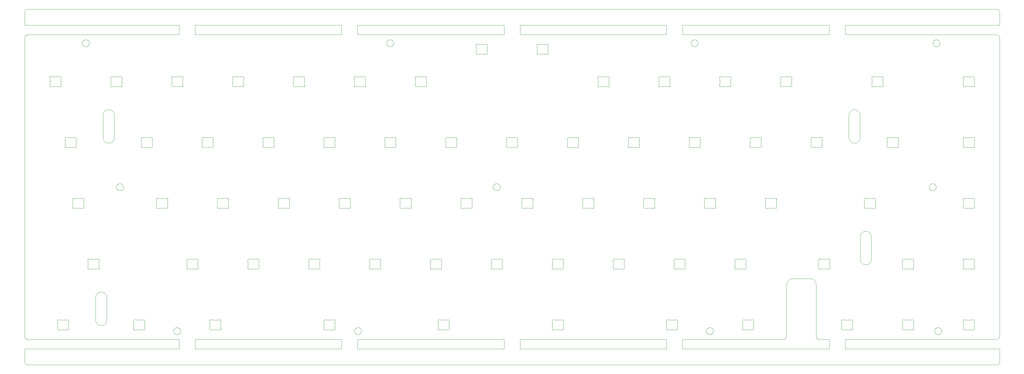
<source format=gm1>
G04 #@! TF.GenerationSoftware,KiCad,Pcbnew,(7.0.0)*
G04 #@! TF.CreationDate,2023-05-15T22:10:03-07:00*
G04 #@! TF.ProjectId,pcb-hotswap-rails,7063622d-686f-4747-9377-61702d726169,1.0*
G04 #@! TF.SameCoordinates,Original*
G04 #@! TF.FileFunction,Profile,NP*
%FSLAX46Y46*%
G04 Gerber Fmt 4.6, Leading zero omitted, Abs format (unit mm)*
G04 Created by KiCad (PCBNEW (7.0.0)) date 2023-05-15 22:10:03*
%MOMM*%
%LPD*%
G01*
G04 APERTURE LIST*
G04 #@! TA.AperFunction,Profile*
%ADD10C,0.100000*%
G04 #@! TD*
G04 APERTURE END LIST*
D10*
X74984196Y68085117D02*
X74958865Y68087870D01*
X225053864Y10933497D02*
X225028384Y10933658D01*
X230039366Y68083655D02*
X230013886Y68083494D01*
X255509894Y13610290D02*
X255505624Y13635410D01*
X225751605Y32660290D02*
X225746062Y32635421D01*
X197025072Y49165966D02*
X197005913Y49149168D01*
X168517437Y33047776D02*
X168544956Y33004904D01*
X13407899Y68173925D02*
X13320052Y68128277D01*
X111395303Y30737710D02*
X111431214Y30653315D01*
X222546288Y33242780D02*
X222596365Y33252135D01*
X188934424Y68271900D02*
X188904757Y68313314D01*
X256295399Y11023925D02*
X256207552Y10978277D01*
X163514076Y100538373D02*
X163537894Y100529324D01*
X30829747Y55241233D02*
X30805102Y55192718D01*
X293842840Y87204925D02*
X293800578Y87233370D01*
X269853690Y70602291D02*
X269827052Y70662954D01*
X265091544Y87385100D02*
X265068531Y87430549D01*
X18064148Y100572123D02*
X18053449Y100625476D01*
X248592980Y68219424D02*
X246956019Y68219424D01*
X49115135Y87137867D02*
X49064366Y87133655D01*
X46309171Y90386201D02*
X46333788Y90392780D01*
X23353789Y32787080D02*
X23354693Y32761616D01*
X42144546Y52172311D02*
X42192547Y52170002D01*
X46383865Y87137870D02*
X46333788Y87147225D01*
X224546391Y11479288D02*
X224553644Y11529713D01*
X297198444Y49528388D02*
X297195339Y49477539D01*
X93582153Y11352299D02*
X93576461Y11402924D01*
X27283788Y87147225D02*
X27259172Y87153804D01*
X36436926Y68477270D02*
X36428662Y68527539D01*
X60621288Y52292780D02*
X60671365Y52302135D01*
X278115211Y30304093D02*
X278105471Y30280548D01*
X286668521Y9912577D02*
X286632748Y9871573D01*
X87569737Y89613668D02*
X87556136Y89554057D01*
X305036315Y102566571D02*
X305026482Y102621429D01*
X113343389Y100467328D02*
X113327472Y100519363D01*
X168276576Y14178377D02*
X168300395Y14169328D01*
X139173684Y49149344D02*
X139127010Y49160785D01*
X249543713Y70686689D02*
X249507807Y70602292D01*
X120721498Y49092351D02*
X120675396Y49070674D01*
X294330469Y33200591D02*
X294395398Y33166078D01*
X227161730Y11069424D02*
X225524769Y11069424D01*
X227858184Y71225193D02*
X227906018Y71220579D01*
X227146346Y71271396D02*
X227190002Y71297651D01*
X212644653Y49452299D02*
X212638961Y49502924D01*
X146055361Y30835946D02*
X146061585Y30896771D01*
X129311716Y13837486D02*
X129319010Y13861900D01*
X55717840Y68154925D02*
X55696347Y68168609D01*
X129403173Y14018104D02*
X129436900Y14056284D01*
X286470762Y11503317D02*
X286513898Y11470146D01*
X148925679Y33237948D02*
X148950376Y33244215D01*
X41188056Y51811616D02*
X41191161Y51862464D01*
X84636138Y87140789D02*
X84610932Y87137067D01*
X79297394Y49629713D02*
X79302938Y49654582D01*
X13371053Y14204888D02*
X13396384Y14202135D01*
X22264747Y13599179D02*
X22241114Y13683175D01*
X246459634Y71356347D02*
X246510568Y71355370D01*
X136467786Y49703314D02*
X136503690Y49787712D01*
X24154601Y22851419D02*
X24240884Y22838414D01*
X216221062Y51685421D02*
X216206213Y51636689D01*
X285645890Y9529189D02*
X285592409Y9539227D01*
X804909Y19215D02*
X901982Y4816D01*
X22443740Y13202489D02*
X22400112Y13278056D01*
X193875277Y52259077D02*
X193922422Y52278377D01*
X149102303Y33254888D02*
X149152792Y33248096D01*
X46602336Y10587793D02*
X46602336Y10642208D01*
X293800577Y52206634D02*
X293842839Y52235080D01*
X277464902Y14171683D02*
X277513179Y14187948D01*
X217454458Y87407531D02*
X217433790Y87454093D01*
X293625260Y51961900D02*
X293643530Y52009455D01*
X120979348Y49452299D02*
X120974576Y49427270D01*
X168545303Y30737710D02*
X168581214Y30653315D01*
X93755587Y71240834D02*
X93796346Y71271396D01*
X125747540Y87602924D02*
X125741848Y87552299D01*
X49482457Y87385099D02*
X49469244Y87363312D01*
X132097351Y14116077D02*
X132185197Y14161728D01*
X48341500Y5000000D02*
X0Y5000000D01*
X19445718Y101870791D02*
X19497553Y101854231D01*
X268612074Y90012733D02*
X268616847Y89987704D01*
X27853887Y79101945D02*
X27893695Y79024297D01*
X194072134Y49033658D02*
X194021365Y49037870D01*
X230457457Y68335099D02*
X230444244Y68313312D01*
X34045211Y11402924D02*
X34044700Y11453865D01*
X20463802Y30028277D02*
X20440347Y30018321D01*
X235206744Y49263312D02*
X235177077Y49221898D01*
X192344737Y70563668D02*
X192331136Y70504057D01*
X203377502Y33197651D02*
X203423604Y33219328D01*
X115912895Y71319328D02*
X115936222Y71309077D01*
X278141848Y11352299D02*
X278131034Y11302517D01*
X159006744Y49263312D02*
X158977077Y49221898D01*
X201594064Y14090659D02*
X201640739Y14079218D01*
X163809447Y97987047D02*
X163826759Y97939135D01*
X97094737Y13413668D02*
X97081136Y13354057D01*
X293607153Y49452299D02*
X293601461Y49502924D01*
X79291161Y51862464D02*
X79299425Y51912733D01*
X30145719Y56770792D02*
X30197554Y56754232D01*
X155567256Y52076690D02*
X155596923Y52118104D01*
X132310820Y71337948D02*
X132359097Y71321684D01*
X471604Y8197161D02*
X518139Y8166492D01*
X228049880Y11785945D02*
X228063479Y11726333D01*
X200738402Y13787704D02*
X200743175Y13812733D01*
X18499880Y49885945D02*
X18513479Y49826333D01*
X79302938Y49654582D02*
X79317786Y49703314D01*
X50727938Y30604582D02*
X50742786Y30653314D01*
X30748773Y55099637D02*
X30717225Y55055299D01*
X8030588Y87249170D02*
X7993151Y87283720D01*
X129360294Y11185100D02*
X129348208Y11207531D01*
X297119737Y70563668D02*
X297106136Y70504057D01*
X68583563Y87754583D02*
X68593375Y87704594D01*
X36802805Y11041956D02*
X36756735Y11055626D01*
X158865155Y49118607D02*
X158821498Y49092351D01*
X203820136Y14206508D02*
X203845615Y14206347D01*
X107874425Y32862733D02*
X107887760Y32911900D01*
X232668519Y49169424D02*
X232644547Y49167692D01*
X54310039Y32787080D02*
X54310943Y32761616D01*
X206027402Y33221683D02*
X206075679Y33237948D01*
X228088292Y13932473D02*
X228099219Y13909455D01*
X79290141Y49579288D02*
X79297394Y49629713D01*
X293699085Y88046771D02*
X293699501Y89472843D01*
X97162074Y70962733D02*
X97166847Y70937704D01*
X167654452Y11067692D02*
X167630480Y11069424D01*
X249507803Y68837710D02*
X249543714Y68753315D01*
X24740304Y70505704D02*
X24704416Y70585240D01*
X296563179Y33237948D02*
X296587876Y33244215D01*
X41272103Y51493987D02*
X41253690Y51552291D01*
X284289911Y56796124D02*
X284343128Y56784766D01*
X264912301Y32818245D02*
X264892885Y32733175D01*
X251875987Y32463668D02*
X251862386Y32404057D01*
X146598320Y33237948D02*
X146646597Y33221684D01*
X74526461Y68552924D02*
X74525950Y68603865D01*
X273385040Y68552924D02*
X273379348Y68502299D01*
X251954301Y30503865D02*
X251954694Y30478388D01*
X278023200Y11102379D02*
X277987572Y11065966D01*
X148168452Y56713531D02*
X148217269Y56689489D01*
X293842839Y33185080D02*
X293865002Y33197651D01*
X177993349Y52156285D02*
X178010699Y52137624D01*
X293605624Y13635410D02*
X293600949Y13686139D01*
X270297614Y68083497D02*
X270246696Y68085117D01*
X296265815Y71225192D02*
X296289510Y71229217D01*
X284749147Y10372123D02*
X284738448Y10425476D01*
X237455047Y90270002D02*
X239067981Y90270578D01*
X146726275Y55216823D02*
X146702838Y55265933D01*
X238737549Y26235410D02*
X238794526Y26313002D01*
X114052261Y99767169D02*
X114000851Y99785006D01*
X88911585Y30896771D02*
X88912001Y32322843D01*
X249543714Y68753315D02*
X249558563Y68704583D01*
X55574501Y70422843D02*
X55570762Y70483872D01*
X274559894Y30579713D02*
X274565438Y30604582D01*
X294439944Y68191955D02*
X294395399Y68173925D01*
X296839827Y52286201D02*
X296887895Y52269328D01*
X107872394Y30579713D02*
X107884741Y30629137D01*
X78093713Y70686689D02*
X78057807Y70602292D01*
X160280286Y97963312D02*
X160316192Y98047709D01*
X87215134Y90402135D02*
X87265211Y90392780D01*
X255721346Y14121396D02*
X255765002Y14147651D01*
X29450851Y54685005D02*
X29400386Y54705361D01*
X18577313Y49654583D02*
X18587125Y49604594D01*
X144003600Y100476076D02*
X144091447Y100521724D01*
X47851197Y9525166D02*
X47797118Y9519121D01*
X93614552Y70662954D02*
X93597240Y70710866D01*
X220906136Y89554057D02*
X220899914Y89493232D01*
X264773695Y32405704D02*
X264733887Y32328056D01*
X187607043Y30257530D02*
X187581744Y30213312D01*
X188858790Y68404093D02*
X188850261Y68428104D01*
X258141953Y14072310D02*
X258189510Y14079217D01*
X238635741Y26072074D02*
X238684575Y26155032D01*
X37155469Y71300591D02*
X37220398Y71266078D01*
X111394956Y33004904D02*
X111417969Y32959455D01*
X203896384Y14202135D02*
X203946461Y14192780D01*
X135207456Y71104904D02*
X135230469Y71059455D01*
X18466463Y99943002D02*
X18424160Y99977230D01*
X229684056Y71248047D02*
X229728601Y71266077D01*
X114589911Y99733877D02*
X114536197Y99725166D01*
X122533788Y87147225D02*
X122509172Y87153804D01*
X148741692Y55341620D02*
X148721961Y55290908D01*
X256409489Y14079218D02*
X256433184Y14075193D01*
X294084634Y10933658D02*
X294033865Y10937870D01*
X246286104Y71319328D02*
X246334171Y71336201D01*
X65043531Y87430549D02*
X65025261Y87478104D01*
X296491447Y33211728D02*
X296538833Y33230431D01*
X144789105Y97889711D02*
X144793375Y97864591D01*
X37442172Y14106635D02*
X37481321Y14074037D01*
X135243713Y70686689D02*
X135207807Y70602292D01*
X87594543Y87407530D02*
X87569244Y87363312D01*
X209302261Y99767169D02*
X209250851Y99785006D01*
X297144542Y71082473D02*
X297155469Y71059455D01*
X186775485Y33134376D02*
X186821556Y33148047D01*
X103258389Y10962673D02*
X103276859Y11013858D01*
X16068350Y68233718D02*
X16050072Y68215966D01*
X234750932Y49034632D02*
X234725568Y49037064D01*
X263995368Y31607725D02*
X263916752Y31569865D01*
X191716447Y71311728D02*
X191763833Y71330431D01*
X53471556Y33148047D02*
X53516101Y33166077D01*
X20215446Y29985117D02*
X20190115Y29987870D01*
X227531626Y14194215D02*
X227581817Y14202938D01*
X228140109Y13660715D02*
X228132855Y13610290D01*
X165347423Y10961628D02*
X165323605Y10970677D01*
X198359894Y87729713D02*
X198372241Y87779137D01*
X264841462Y40763536D02*
X264869252Y40680822D01*
X268139366Y87133655D02*
X268088432Y87134632D01*
X184080467Y30352517D02*
X184069653Y30402299D01*
X59043713Y70686689D02*
X59007807Y70602292D01*
X180281019Y87269424D02*
X180257047Y87267692D01*
X296403601Y49123926D02*
X296359055Y49141956D01*
X98381030Y52009455D02*
X98391957Y52032473D01*
X262647411Y51862464D02*
X262647411Y51862464D01*
X127155339Y33185080D02*
X127177502Y33197651D01*
X284261858Y101213858D02*
X284282838Y101264067D01*
X73295303Y30737710D02*
X73331214Y30653315D01*
X211394243Y71126691D02*
X211407456Y71104904D01*
X103815990Y9628190D02*
X103767784Y9653432D01*
X187627711Y30304093D02*
X187607043Y30257530D01*
X284725026Y10696558D02*
X284730402Y10750707D01*
X65094063Y87342229D02*
X65066544Y87385100D01*
X184141760Y30776336D02*
X184155361Y30835946D01*
X78014577Y68271898D02*
X77998200Y68252379D01*
X113523361Y101496271D02*
X113558110Y101538147D01*
X55486925Y70962733D02*
X55500260Y71011900D01*
X237359490Y87260785D02*
X237312815Y87249344D01*
X168601605Y32660290D02*
X168596062Y32635421D01*
X130499574Y32862733D02*
X130507838Y32812464D01*
X42192547Y52170002D02*
X43805481Y52170578D01*
X215327010Y52179217D02*
X215350485Y52184376D01*
X201526648Y14116078D02*
X201571193Y14098048D01*
X213367969Y52250591D02*
X213432898Y52216078D01*
X8283865Y87137870D02*
X8233788Y87147225D01*
X265124501Y89472843D02*
X265120762Y89533872D01*
X227161731Y14070578D02*
X227185703Y14072310D01*
X10817388Y14199216D02*
X10867070Y14187948D01*
X163213179Y100547944D02*
X163262861Y100559212D01*
X232527444Y49141955D02*
X232482899Y49123925D01*
X44742971Y49330548D02*
X44719957Y49285099D01*
X106644543Y87407530D02*
X106619244Y87363312D01*
X37642194Y11428388D02*
X37641290Y11402924D01*
X140032839Y49477539D02*
X140029348Y49452299D01*
X101856744Y49263312D02*
X101842438Y49242227D01*
X211312571Y71224037D02*
X211330849Y71206285D01*
X30483563Y87754583D02*
X30493375Y87704594D01*
X58211185Y71240658D02*
X58234056Y71248047D01*
X305049000Y102400000D02*
X305047588Y102455715D01*
X170361138Y68090789D02*
X170335932Y68087067D01*
X60259740Y51660866D02*
X60252937Y51685421D01*
X220955469Y90109455D02*
X220973739Y90061900D01*
X249373423Y68183368D02*
X249331161Y68154922D01*
X136598928Y52174036D02*
X136638077Y52206634D01*
X265366Y103116510D02*
X230146Y103073317D01*
X13519146Y10970674D02*
X13495327Y10961625D01*
X193788077Y52206634D02*
X193808846Y52221396D01*
X258715212Y10947222D02*
X258665135Y10937867D01*
X96311185Y14090658D02*
X96334056Y14098047D01*
X150804756Y71126690D02*
X150819062Y71147775D01*
X267761185Y90290658D02*
X267784056Y90298047D01*
X175022134Y49033658D02*
X174971365Y49037870D01*
X258787895Y14169328D02*
X258833997Y14147651D01*
X258090112Y70428056D02*
X258050304Y70505704D01*
X285327805Y99715758D02*
X285273394Y99715085D01*
X39615292Y71348096D02*
X39664827Y71336201D01*
X228132855Y13610290D02*
X228127312Y13585421D01*
X297099914Y51393232D02*
X297099918Y49946771D01*
X258538067Y14202938D02*
X258588886Y14206508D01*
X184205651Y30133720D02*
X184188301Y30152380D01*
X273185922Y71256635D02*
X273225071Y71224037D01*
X48736692Y10988380D02*
X48753891Y10936754D01*
X136537001Y51372843D02*
X136533262Y51433872D01*
X159020303Y49787710D02*
X159056214Y49703315D01*
X96862896Y68120674D02*
X96814828Y68103801D01*
X148479993Y54932387D02*
X148440344Y54895117D01*
X141760932Y97297063D02*
X141710113Y97293493D01*
X278141848Y30402299D02*
X278131034Y30352517D01*
X211468374Y70785410D02*
X211464105Y70760290D01*
X92318636Y32404057D02*
X92312414Y32343232D01*
X154081161Y68154922D02*
X154036223Y68130925D01*
X122150949Y89886139D02*
X122151460Y89937079D01*
X201882807Y89652292D02*
X201869737Y89613668D01*
X160316543Y97545097D02*
X160293530Y97590546D01*
X36517861Y68935946D02*
X36524085Y68996771D01*
X251875979Y30776333D02*
X251889053Y30737710D01*
X192324914Y70443232D02*
X192324918Y68996771D01*
X203546365Y33252135D02*
X203597134Y33256347D01*
X177600932Y49034632D02*
X177575568Y49037064D01*
X211466848Y68502299D02*
X211462076Y68477270D01*
X187075361Y29990786D02*
X187025679Y30002054D01*
X94008865Y68087870D02*
X93983708Y68091909D01*
X297196359Y87679289D02*
X297198444Y87628388D01*
X204286719Y13909455D02*
X204304989Y13861900D01*
X206710039Y32787080D02*
X206710550Y32736139D01*
X208577472Y101110638D02*
X208593389Y101162673D01*
X203119653Y30402299D02*
X203113961Y30452924D01*
X26273371Y69515544D02*
X26186222Y69519894D01*
X255765003Y10992354D02*
X255742840Y11004925D01*
X41313300Y52137624D02*
X41348928Y52174036D01*
X277167981Y14070578D02*
X277191953Y14072310D01*
X180305047Y90270002D02*
X181917981Y90270578D01*
X101837418Y49946771D02*
X101843630Y49885945D01*
X29703601Y87223926D02*
X29659055Y87241956D01*
X163739575Y100378101D02*
X163769242Y100336687D01*
X262807588Y41871124D02*
X262893115Y41888414D01*
X48163452Y11613530D02*
X48212268Y11589488D01*
X103321347Y87218609D02*
X103280588Y87249170D01*
X182804937Y90197776D02*
X182832456Y90154904D01*
X148652010Y33129217D02*
X148675485Y33134376D01*
X163415134Y97297866D02*
X163364365Y97293654D01*
X225760039Y32787080D02*
X225760943Y32761616D01*
X58140815Y71225192D02*
X58164510Y71229217D01*
X256409490Y11060785D02*
X256362815Y11049344D01*
X259098444Y11428388D02*
X259097540Y11402924D01*
X125654937Y90197776D02*
X125682456Y90154904D01*
X132359097Y68118321D02*
X132310820Y68102057D01*
X120976606Y49629714D02*
X120983859Y49579289D01*
X97143713Y70686689D02*
X97107807Y70602292D01*
X93576461Y68552924D02*
X93575950Y68603865D01*
X89146Y8666209D02*
X112415Y8615567D01*
X148067554Y56754232D02*
X148118506Y56735130D01*
X296359055Y11041956D02*
X296312985Y11055626D01*
X210048506Y99794872D02*
X209997553Y99775770D01*
X194148432Y49037067D02*
X194097614Y49033497D01*
X273306744Y68313312D02*
X273277077Y68271898D01*
X194097614Y49033497D02*
X194072134Y49033658D01*
X97173050Y70836139D02*
X97168374Y70785410D01*
X150747240Y70710866D02*
X150740437Y70735421D01*
X266163487Y51513668D02*
X266149886Y51454057D01*
X256010114Y10933497D02*
X255984634Y10933658D01*
X22195696Y21289244D02*
X22206546Y21375824D01*
X93958788Y14192780D02*
X94008865Y14202135D01*
X15827712Y68097222D02*
X15777635Y68087867D01*
X255543531Y11230549D02*
X255525261Y11278104D01*
X210483522Y100112577D02*
X210447749Y100071573D01*
X103321346Y90321396D02*
X103365002Y90347651D01*
X39388179Y68102054D02*
X39339902Y68118319D01*
X258898422Y14106635D02*
X258937571Y14074037D01*
X226955286Y68753314D02*
X226991190Y68837712D01*
X98446924Y49221900D02*
X98417257Y49263314D01*
X284390726Y100177274D02*
X284360285Y100222378D01*
X159006743Y52076691D02*
X159019956Y52054904D01*
X120805913Y49149168D02*
X120765155Y49118607D01*
X8759490Y87260785D02*
X8736015Y87255626D01*
X140002711Y49354093D02*
X139992971Y49330548D01*
X113460286Y101407623D02*
X113490727Y101452727D01*
X60671365Y49037870D02*
X60621288Y49047225D01*
X93575950Y68603865D02*
X93580625Y68654593D01*
X285055101Y56237283D02*
X285079746Y56188767D01*
X265999911Y49104922D02*
X265977748Y49092351D01*
X47904911Y11696124D02*
X47958128Y11684766D01*
X285219015Y101912898D02*
X285273394Y101914916D01*
X135207457Y68335099D02*
X135194244Y68313312D01*
X77881161Y68154922D02*
X77836223Y68130925D01*
X110666101Y30073926D02*
X110621555Y30091956D01*
X129727615Y14202135D02*
X129778384Y14206347D01*
X182889106Y87729714D02*
X182896359Y87679289D01*
X136871365Y52302135D02*
X136922134Y52306347D01*
X216156744Y49263312D02*
X216142438Y49242227D01*
X265336104Y90369328D02*
X265384171Y90386201D01*
X113287336Y100787793D02*
X113287336Y100842208D01*
X293666543Y71104904D02*
X293679756Y71126690D01*
X201664434Y14075193D02*
X201712268Y14070579D01*
X155541958Y49307531D02*
X155531031Y49330549D01*
X84059894Y87729713D02*
X84065438Y87754582D01*
X293600950Y49553865D02*
X293602641Y49579288D01*
X260502000Y69749456D02*
X260425368Y69707725D01*
X168581214Y30653315D02*
X168596063Y30604583D01*
X255530286Y11603314D02*
X255566190Y11687712D01*
X49547539Y89937080D02*
X49548443Y89911616D01*
X130412414Y32343232D02*
X130412418Y30896771D01*
X297196359Y11479289D02*
X297198444Y11428388D01*
X97140211Y68404093D02*
X97119543Y68357530D01*
X213292336Y10587793D02*
X213292336Y10642208D01*
X87637076Y87527270D02*
X87623740Y87478103D01*
X265660820Y90387948D02*
X265709097Y90371684D01*
X12755651Y68233720D02*
X12738301Y68252380D01*
X203748320Y33237948D02*
X203796597Y33221684D01*
X201317388Y14199216D02*
X201367070Y14187948D01*
X268358997Y90347651D02*
X268381160Y90335080D01*
X203333847Y30068609D02*
X203293088Y30099170D01*
X20619065Y30099344D02*
X20596194Y30091955D01*
X230431136Y70504057D02*
X230424914Y70443232D01*
X15625361Y71349216D02*
X15675931Y71355370D01*
X168025361Y29990786D02*
X167975679Y30002054D01*
X165233847Y11018609D02*
X165193088Y11049170D01*
X148925679Y30002054D02*
X148901333Y30009571D01*
X54212418Y30896771D02*
X54218630Y30835945D01*
X37543664Y13293232D02*
X37543668Y11846771D01*
X74686428Y71224036D02*
X74705587Y71240834D01*
X296864076Y90378377D02*
X296887895Y90369328D01*
X11183998Y87192351D02*
X11137896Y87170674D01*
X296663431Y71355370D02*
X296688886Y71356508D01*
X201086185Y90290658D02*
X201109056Y90298047D01*
X257911698Y78611756D02*
X257931114Y78696826D01*
X213273320Y49052057D02*
X213223638Y49040789D01*
X129875679Y30002054D02*
X129851333Y30009571D01*
X25632885Y13683175D02*
X25609252Y13599179D01*
X35115Y8824283D02*
X50446Y8770701D01*
X265808885Y49037867D02*
X265758116Y49033655D01*
X29814902Y90371683D02*
X29863179Y90387948D01*
X11448443Y89911616D02*
X11446359Y89860715D01*
X268544244Y87363312D02*
X268529938Y87342227D01*
X93862778Y68130928D02*
X93817840Y68154925D01*
X191837861Y71349216D02*
X191888431Y71355370D01*
X246610820Y68102057D02*
X246561138Y68090789D01*
X130179765Y11055626D02*
X130133694Y11041955D01*
X22695083Y30009571D02*
X22647697Y30028274D01*
X184142256Y33026690D02*
X184171923Y33068104D01*
X108246288Y29997225D02*
X108221672Y30003804D01*
X187636239Y32911900D02*
X187649574Y32862733D01*
X259089105Y13610290D02*
X259083562Y13585421D01*
X297183563Y30604583D02*
X297193375Y30554594D01*
X20235654Y100869400D02*
X20237000Y100815000D01*
X61448097Y13787704D02*
X61453789Y13737080D01*
X116043413Y68199168D02*
X116002655Y68168607D01*
X73282229Y30776333D02*
X73295303Y30737710D01*
X44102402Y49068319D02*
X44078947Y49078274D01*
X88891760Y30776336D02*
X88905361Y30835946D01*
X12678690Y68837712D02*
X12691760Y68876336D01*
X286836959Y11039093D02*
X286856691Y10988380D01*
X46485568Y90405370D02*
X46536138Y90399216D01*
X84050950Y87653865D02*
X84052641Y87679288D01*
X55786105Y68120677D02*
X55740003Y68142354D01*
X135264105Y70760290D02*
X135251759Y70710866D01*
X103483788Y90392780D02*
X103533865Y90402135D01*
X79923320Y52287948D02*
X79971597Y52271684D01*
X168300395Y33219328D02*
X168346497Y33197651D01*
X18349910Y52235080D02*
X18392172Y52206635D01*
X148773516Y55445660D02*
X148758891Y55393247D01*
X61448098Y11352299D02*
X61437284Y11302517D01*
X296265814Y68214810D02*
X296217980Y68219424D01*
X187660039Y32787080D02*
X187660550Y32736139D01*
X214853452Y9616471D02*
X214803506Y9594872D01*
X182059055Y87241956D02*
X182036184Y87249344D01*
X274550950Y30503865D02*
X274552641Y30529288D01*
X146227502Y33197651D02*
X146273604Y33219328D01*
X93580625Y68654593D02*
X93584894Y68679713D01*
X260266346Y69635971D02*
X260184351Y69606128D01*
X184572614Y29983497D02*
X184521696Y29985117D01*
X11446359Y87679289D02*
X11448444Y87628388D01*
X217910114Y87133497D02*
X217859196Y87135117D01*
X50955340Y30054925D02*
X50933847Y30068609D01*
X297193375Y30554594D02*
X297196359Y30529289D01*
X203744111Y10940786D02*
X203694429Y10952054D01*
X208670399Y68173925D02*
X208582552Y68128277D01*
X135270338Y70912464D02*
X135272539Y70887080D01*
X58994243Y71126691D02*
X59019542Y71082473D01*
X210492980Y68219424D02*
X208856019Y68219424D01*
X140002710Y51985911D02*
X140018533Y51937487D01*
X286353514Y101084340D02*
X286365529Y101031268D01*
X132890109Y11479289D02*
X132892194Y11428388D01*
X297176759Y51660866D02*
X297168713Y51636689D01*
X175267969Y52250591D02*
X175332898Y52216078D01*
X84072240Y89760866D02*
X84059894Y89810290D01*
X179309894Y89810290D02*
X179305624Y89835410D01*
X10491953Y90272310D02*
X10539510Y90279217D01*
X205871555Y30091956D02*
X205848684Y30099344D01*
X120961240Y49378103D02*
X120942971Y49330548D01*
X163415134Y100562131D02*
X163465211Y100552776D01*
X293609894Y32660290D02*
X293605624Y32685410D01*
X101857237Y51513668D02*
X101843636Y51454057D01*
X54308859Y32710715D02*
X54301605Y32660290D01*
X270471597Y71321684D02*
X270517969Y71300591D01*
X25684824Y14027770D02*
X25678303Y13940757D01*
X182819244Y87363312D02*
X182804938Y87342227D01*
X55600800Y71187624D02*
X55636428Y71224036D01*
X210409992Y100032388D02*
X210370343Y99995118D01*
X26992861Y87985946D02*
X26999085Y88046771D01*
X234377010Y52179217D02*
X234400485Y52184376D01*
X215802634Y52302135D02*
X215852711Y52292780D01*
X173062896Y68120674D02*
X173014828Y68103801D01*
X277789827Y33236201D02*
X277837895Y33219328D01*
X251924963Y32586689D02*
X251889057Y32502292D01*
X104763452Y11613530D02*
X104812268Y11589488D01*
X237830832Y8138219D02*
X237878860Y8166492D01*
X74591544Y68335100D02*
X74568531Y68380549D01*
X220996359Y89860715D02*
X220989105Y89810290D01*
X201637896Y87170674D02*
X201589828Y87153801D01*
X293983788Y10947225D02*
X293934923Y10961628D01*
X163818713Y99896687D02*
X163782809Y99812289D01*
X25652301Y21461756D02*
X25667453Y21375824D01*
X22195696Y13940757D02*
X22189175Y14027770D01*
X162939509Y100439216D02*
X162962984Y100444375D01*
X12616161Y70912464D02*
X12624425Y70962733D01*
X205730480Y30119424D02*
X204093519Y30119424D01*
X284533600Y101616493D02*
X284574159Y101652771D01*
X168517438Y30192227D02*
X168485700Y30152379D01*
X163839105Y99970288D02*
X163826758Y99920864D01*
X262645211Y49502924D02*
X262644700Y49553865D01*
X236985568Y90405370D02*
X237036138Y90399216D01*
X53603947Y33211728D02*
X53627402Y33221683D01*
X101930875Y49604594D02*
X101935551Y49553865D01*
X192331136Y70504057D02*
X192324914Y70443232D01*
X129299374Y13635410D02*
X129294699Y13686139D01*
X37158116Y10933655D02*
X37107182Y10934632D01*
X130246497Y33197651D02*
X130268660Y33185080D01*
X126919652Y32837704D02*
X126919652Y32837704D01*
X249564105Y70760290D02*
X249558562Y70735421D01*
X27535820Y87152057D02*
X27486138Y87140789D01*
X217479260Y87926336D02*
X217492861Y87985946D01*
X286426037Y11534314D02*
X286470762Y11503317D01*
X203113450Y30503865D02*
X203118125Y30554593D01*
X225251386Y33256508D02*
X225302303Y33254888D01*
X22360304Y13355704D02*
X22324416Y13435240D01*
X149527710Y32935911D02*
X149543533Y32887487D01*
X293615438Y30604582D02*
X293630286Y30653314D01*
X239939576Y90218104D02*
X239969243Y90176691D01*
X155490141Y49579288D02*
X155497394Y49629713D01*
X132261138Y68090789D02*
X132235932Y68087067D01*
X103179757Y87363314D02*
X103154458Y87407531D01*
X84959490Y87260785D02*
X84912815Y87249344D01*
X268616848Y87552299D02*
X268606034Y87502517D01*
X165078690Y11687712D02*
X165091760Y11726336D01*
X129950567Y33252938D02*
X130001386Y33256508D01*
X213528361Y11296271D02*
X213563110Y11338147D01*
X165371672Y30003804D02*
X165323605Y30020677D01*
X148398900Y54859854D02*
X148355763Y54826683D01*
X266162993Y52076691D02*
X266188292Y52032473D01*
X146623449Y55525476D02*
X146615402Y55579294D01*
X294557046Y33122311D02*
X294605047Y33120002D01*
X0Y1000000D02*
X4815Y901983D01*
X173370338Y70912464D02*
X173372539Y70887080D01*
X203178690Y32502291D02*
X203152052Y32562954D01*
X144288885Y100566504D02*
X144314365Y100566343D01*
X269809740Y70710866D02*
X269802937Y70735421D01*
X165015141Y11479288D02*
X165022394Y11529713D01*
X224547411Y13762464D02*
X224547411Y13762464D01*
X227877748Y10992351D02*
X227831646Y10970674D01*
X46642472Y10319363D02*
X46629148Y10372123D01*
X106456160Y90335080D02*
X106498422Y90306635D01*
X57940853Y13393987D02*
X57922440Y13452291D01*
X277987572Y11065966D02*
X277948423Y11033368D01*
X213437112Y10068933D02*
X213411275Y10116824D01*
X19741038Y101734314D02*
X19785763Y101703317D01*
X135248739Y71011900D02*
X135262074Y70962733D01*
X160267965Y100197484D02*
X160283788Y100245908D01*
X214162410Y11690774D02*
X214215891Y11700812D01*
X262105892Y41533206D02*
X262175448Y41585892D01*
X20235654Y100760601D02*
X20231619Y100706335D01*
X248790115Y33252135D02*
X248840884Y33256347D01*
X82275377Y49045787D02*
X82250679Y49052054D01*
X160253660Y100122462D02*
X160261923Y100172731D01*
X116098200Y68252379D02*
X116062572Y68215966D01*
X259081034Y11302517D02*
X259065211Y11254093D01*
X39339902Y71321683D02*
X39388179Y71337948D01*
X117821365Y52302135D02*
X117872134Y52306347D01*
X44687414Y51393232D02*
X44687418Y49946771D01*
X65025261Y87478104D02*
X65011926Y87527270D01*
X24958551Y12694109D02*
X24886455Y12644955D01*
X88822394Y30579713D02*
X88834741Y30629137D01*
X15856564Y52190659D02*
X15879764Y52184377D01*
X203622697Y14161728D02*
X203646152Y14171683D01*
X29791447Y90361728D02*
X29814902Y90371683D01*
X68591847Y89987704D02*
X68597539Y89937080D01*
X96378601Y71266077D02*
X96466447Y71311728D01*
X248359912Y30427539D02*
X248357711Y30452924D01*
X15777635Y68087867D02*
X15726866Y68083655D01*
X267666953Y90272310D02*
X267714510Y90279217D01*
X46883184Y90275193D02*
X46931018Y90270579D01*
X120029452Y49167692D02*
X120005480Y49169424D01*
X278148051Y11453865D02*
X278148444Y11428388D01*
X132458885Y10937867D02*
X132408116Y10933655D01*
X79530340Y49104925D02*
X79508847Y49118609D01*
X296265814Y30114810D02*
X296217980Y30119424D01*
X84116190Y87887712D02*
X84129260Y87926336D01*
X89607898Y33166078D02*
X89629954Y33156527D01*
X198416190Y87887712D02*
X198429260Y87926336D01*
X79823068Y52305370D02*
X79873638Y52299216D01*
X246155588Y68199170D02*
X246118151Y68233720D01*
X227607182Y10934632D02*
X227581818Y10937064D01*
X129359940Y11687712D02*
X129373010Y11726336D01*
X137023638Y52299216D02*
X137073320Y52287948D01*
X261660112Y41001945D02*
X261703740Y41077512D01*
X293725801Y11102380D02*
X293694063Y11142229D01*
X297187074Y90012733D02*
X297191847Y89987704D01*
X284597268Y56689488D02*
X284644836Y56663061D01*
X268312895Y90369328D02*
X268358997Y90347651D01*
X125656130Y87985945D02*
X125669729Y87926333D01*
X182897540Y87602924D02*
X182891848Y87552299D01*
X265040438Y87754582D02*
X265055286Y87803314D01*
X1000000Y111500000D02*
X901982Y111495185D01*
X258987653Y69635971D02*
X258907247Y69669865D01*
X251707500Y5000000D02*
X205866000Y5000000D01*
X72452010Y30110785D02*
X72428314Y30114810D01*
X74624501Y70422843D02*
X74620762Y70483872D01*
X225500797Y11067692D02*
X225453240Y11060785D01*
X286198771Y100199638D02*
X286167223Y100155300D01*
X144732455Y100314901D02*
X144755468Y100269452D01*
X146056562Y33047775D02*
X146088300Y33087624D01*
X44521498Y49092351D02*
X44475396Y49070674D01*
X72775361Y33249216D02*
X72800567Y33252938D01*
X132256929Y14187948D02*
X132281626Y14194215D01*
X296563179Y14187948D02*
X296587876Y14194215D01*
X265509634Y90406347D02*
X265560568Y90405370D01*
X296956161Y11004922D02*
X296933998Y10992351D01*
X247739146Y8666209D02*
X247762415Y8615567D01*
X146227503Y30042354D02*
X146205340Y30054925D01*
X51669546Y33122311D02*
X51717547Y33120002D01*
X239949914Y89493232D02*
X239949918Y88046771D01*
X44451576Y52278377D02*
X44498722Y52259077D01*
X286702223Y9955300D02*
X286668521Y9912577D01*
X210813833Y68109571D02*
X210766447Y68128274D01*
X224553644Y11529713D02*
X224559188Y11554582D01*
X141279755Y100336689D02*
X141294061Y100357774D01*
X84052641Y87679288D02*
X84059894Y87729713D01*
X293684603Y32443987D02*
X293666190Y32502291D01*
X277789828Y30003801D02*
X277765212Y29997222D01*
X293666544Y49285100D02*
X293643531Y49330549D01*
X165193088Y11049170D02*
X165155651Y11083720D01*
X268524914Y89493232D02*
X268524918Y88046771D01*
X96908998Y68142351D02*
X96862896Y68120674D01*
X115197749Y101558428D02*
X115233522Y101517424D01*
X217466190Y87887712D02*
X217479260Y87926336D01*
X197185551Y49553865D02*
X197185944Y49528388D01*
X155512761Y49378104D02*
X155499426Y49427270D01*
X101451865Y52306347D02*
X101502634Y52302135D01*
X216211239Y51961900D02*
X216224574Y51912733D01*
X265055286Y87803314D02*
X265091190Y87887712D01*
X26901461Y87602924D02*
X26900950Y87653865D01*
X58912572Y68215966D02*
X58873423Y68183368D01*
X20486719Y33200591D02*
X20551648Y33166078D01*
X165046290Y11254093D02*
X165037761Y11278104D01*
X36685702Y11067692D02*
X36661730Y11069424D01*
X101929347Y51887704D02*
X101935039Y51837080D01*
X82879347Y51887704D02*
X82885039Y51837080D01*
X55478662Y68527539D02*
X55476461Y68552924D01*
X178092969Y52009455D02*
X178111239Y51961900D01*
X297187076Y30377270D02*
X297181034Y30352517D01*
X249540211Y68404093D02*
X249530471Y68380548D01*
X118071597Y52271684D02*
X118117969Y52250591D01*
X153528601Y68173926D02*
X153484055Y68191956D01*
X213642547Y52170002D02*
X215255481Y52170578D01*
X165016161Y32812464D02*
X165024425Y32862733D01*
X91703947Y33211728D02*
X91727402Y33221683D01*
X86739510Y87260785D02*
X86715814Y87264810D01*
X227458652Y10968319D02*
X227435197Y10978274D01*
X297187074Y13812733D02*
X297191847Y13787704D01*
X147372260Y56762833D02*
X147424489Y56778105D01*
X28012885Y78696826D02*
X28032301Y78611756D01*
X112704756Y71126690D02*
X112734423Y71168104D01*
X168276577Y10961625D02*
X168227712Y10947222D01*
X270627443Y71248048D02*
X270650314Y71240659D01*
X10615038Y10947225D02*
X10566173Y10961628D01*
X237245399Y87223925D02*
X237157552Y87178277D01*
X146056563Y30192229D02*
X146042257Y30213314D01*
X130417438Y30192227D02*
X130385700Y30152379D01*
X12637761Y68428104D02*
X12630467Y68452517D01*
X140029347Y51887704D02*
X140035039Y51837080D01*
X113594886Y100051747D02*
X113558110Y100091854D01*
X23297653Y12485971D02*
X23217247Y12519865D01*
X296265815Y52175192D02*
X296289510Y52179217D01*
X268623443Y89911616D02*
X268621359Y89860715D01*
X53341500Y106500000D02*
X99183000Y106500000D01*
X273371062Y70735421D02*
X273356213Y70686689D01*
X247880146Y8426684D02*
X247915366Y8383491D01*
X297195339Y11377539D02*
X297187076Y11327270D01*
X234446556Y52198047D02*
X234491101Y52216077D01*
X201015814Y87264810D02*
X200967980Y87269424D01*
X10665115Y14202135D02*
X10715884Y14206347D01*
X248664510Y71229217D02*
X248711185Y71240658D01*
X16208859Y68629289D02*
X16210944Y68578388D01*
X275280469Y14150591D02*
X275345398Y14116078D01*
X273332042Y71082473D02*
X273342969Y71059455D01*
X10297793Y13954904D02*
X10311006Y13976690D01*
X87556130Y87985945D02*
X87569729Y87926333D01*
X204264053Y11687710D02*
X204299964Y11603315D01*
X117417786Y49703314D02*
X117453690Y49787712D01*
X167903947Y14161728D02*
X167927402Y14171683D01*
X278139105Y32660290D02*
X278133562Y32635421D01*
X278049918Y11846771D02*
X278056130Y11785945D01*
X268240212Y87147222D02*
X268190135Y87137867D01*
X154298740Y68428103D02*
X154280471Y68380548D01*
X246835409Y26709451D02*
X246913001Y26652474D01*
X173330471Y68380548D02*
X173307457Y68335099D01*
X49541848Y87552299D02*
X49531034Y87502517D01*
X34044699Y13686139D02*
X34044306Y13711616D01*
X12971671Y71336201D02*
X12996288Y71342780D01*
X273374574Y70962733D02*
X273379347Y70937704D01*
X12616161Y70912464D02*
X12616161Y70912464D01*
X275345398Y33166078D02*
X275367454Y33156527D01*
X173264577Y68271898D02*
X173248200Y68252379D01*
X878571Y103477483D02*
X824282Y103464885D01*
X70027502Y33197651D02*
X70073604Y33219328D01*
X34049374Y13635410D02*
X34044699Y13686139D01*
X55554260Y68876336D02*
X55567861Y68935946D01*
X87337895Y90369328D02*
X87383997Y90347651D01*
X206632229Y30776333D02*
X206645303Y30737710D01*
X10961719Y14150591D02*
X11026648Y14116078D01*
X137232898Y52216078D02*
X137254954Y52206527D01*
X18327748Y49092351D02*
X18281646Y49070674D01*
X294509489Y90279218D02*
X294533184Y90275193D01*
X471604Y103302840D02*
X426683Y103269854D01*
X218239943Y90298048D02*
X218262814Y90290659D01*
X58290115Y10937870D02*
X58240038Y10947225D01*
X296765134Y90402135D02*
X296815211Y90392780D01*
X197179348Y49452299D02*
X197174576Y49427270D01*
X82806744Y49263312D02*
X82777077Y49221898D01*
X46721275Y11113177D02*
X46747112Y11161068D01*
X92345303Y30737710D02*
X92381214Y30653315D01*
X273307229Y68876333D02*
X273320303Y68837710D01*
X228016949Y14037624D02*
X228033326Y14018104D01*
X304972879Y110882684D02*
X304930921Y110971397D01*
X220363179Y90387948D02*
X220387876Y90394215D01*
X293780588Y30099170D02*
X293743151Y30133720D01*
X261072917Y70279190D02*
X261021981Y70208343D01*
X201869244Y87363312D02*
X201854938Y87342227D01*
X297195339Y30427539D02*
X297187076Y30377270D01*
X10392678Y14074036D02*
X10431827Y14106634D01*
X251921461Y30304093D02*
X251911721Y30280548D01*
X65033789Y90085910D02*
X65054457Y90132473D01*
X141559172Y97313800D02*
X141511104Y97330673D01*
X23090247Y33197651D02*
X23112410Y33185080D01*
X73160922Y33156635D02*
X73200071Y33124037D01*
X12678690Y70602291D02*
X12652052Y70662954D01*
X138218Y8566168D02*
X166491Y8518140D01*
X41193124Y51735410D02*
X41188449Y51786139D01*
X293911104Y33219328D02*
X293959171Y33236201D01*
X79797614Y49033497D02*
X79746696Y49035117D01*
X57952012Y13333872D02*
X57940853Y13393987D01*
X22517Y8878572D02*
X35115Y8824283D01*
X213500315Y49149344D02*
X213477444Y49141955D01*
X161089944Y100458045D02*
X161112815Y100450657D01*
X211440211Y68404093D02*
X211419543Y68357530D01*
X65459196Y87135117D02*
X65433865Y87137870D01*
X115485654Y100869400D02*
X115487000Y100815000D01*
X103784097Y90371684D02*
X103830469Y90350591D01*
X124909056Y90298047D02*
X124953601Y90316077D01*
X114482118Y99719121D02*
X114427806Y99715758D01*
X34153174Y11121900D02*
X34123507Y11163314D01*
X294462814Y52190659D02*
X294486014Y52184377D01*
X246956018Y71220579D02*
X246980047Y71220002D01*
X268312896Y87170674D02*
X268264828Y87153801D01*
X98433262Y51433872D02*
X98422103Y51493987D01*
X228099221Y11230548D02*
X228076207Y11185099D01*
X270373638Y68090789D02*
X270323068Y68084635D01*
X163831033Y97662515D02*
X163823739Y97638101D01*
X224852010Y33129217D02*
X224875485Y33134376D01*
X239956130Y87985945D02*
X239969729Y87926333D01*
X188830624Y70785410D02*
X188825949Y70836139D01*
X194427444Y49141955D02*
X194382899Y49123925D01*
X101911239Y51961900D02*
X101924574Y51912733D01*
X266176207Y49285099D02*
X266162994Y49263312D01*
X23138631Y22672276D02*
X23217247Y22710136D01*
X150990002Y71297651D02*
X151012777Y71309077D01*
X201413432Y87134632D02*
X201388068Y87137064D01*
X284187335Y100787793D02*
X284187335Y100842208D01*
X225352792Y33248096D02*
X225402327Y33236201D01*
X259844601Y80001419D02*
X259930884Y79988414D01*
X168532237Y13413668D02*
X168518636Y13354057D01*
X13808009Y13560866D02*
X13799963Y13536689D01*
X101906213Y51636689D02*
X101870307Y51552292D01*
X19771687Y32635421D02*
X19761874Y32685410D01*
X204042473Y10980925D02*
X203995327Y10961625D01*
X53675679Y33237948D02*
X53725361Y33249216D01*
X108546597Y33221684D02*
X108592969Y33200591D01*
X74634423Y71168104D02*
X74650800Y71187624D01*
X209569016Y99717103D02*
X209514804Y99721809D01*
X96538179Y68102054D02*
X96513833Y68109571D01*
X103210403Y10479294D02*
X103205027Y10533443D01*
X103107152Y89987704D02*
X103107152Y89987704D01*
X278148444Y11428388D02*
X278147540Y11402924D01*
X248942388Y33249216D02*
X248992070Y33237948D01*
X296265814Y87264810D02*
X296217980Y87269424D01*
X58538431Y71355370D02*
X58563886Y71356508D01*
X12923604Y71319328D02*
X12971671Y71336201D01*
X191888431Y71355370D02*
X191913886Y71356508D01*
X26790970Y79949593D02*
X26874351Y79923873D01*
X251948097Y32837704D02*
X251953789Y32787080D01*
X130510550Y32736139D02*
X130508859Y32710715D01*
X265458865Y90402135D02*
X265509634Y90406347D01*
X91825361Y29990786D02*
X91775679Y30002054D01*
X226928661Y70912464D02*
X226928661Y70912464D01*
X167927402Y33221683D02*
X167975679Y33237948D01*
X226925950Y68603865D02*
X226927641Y68629288D01*
X204021990Y30110785D02*
X203975315Y30099344D01*
X249412571Y71224037D02*
X249448199Y71187624D01*
X96216952Y11067692D02*
X96192980Y11069424D01*
X15900395Y71319328D02*
X15946497Y71297651D01*
X238397000Y9100000D02*
X238397000Y25150000D01*
X203467435Y14090658D02*
X203490306Y14098047D01*
X22654159Y22305303D02*
X22715085Y22367767D01*
X13812284Y11302517D02*
X13796461Y11254093D01*
X84211428Y90274036D02*
X84230587Y90290834D01*
X179399085Y88046771D02*
X179399501Y89472843D01*
X265064552Y89712954D02*
X265047240Y89760866D01*
X297183563Y49654583D02*
X297193375Y49604594D01*
X94059634Y10933658D02*
X94008865Y10937870D01*
X259097540Y11402924D02*
X259091848Y11352299D01*
X141684634Y97293654D02*
X141633865Y97297866D01*
X251521385Y29987867D02*
X251470616Y29983655D01*
X23311721Y30280548D02*
X23288707Y30235099D01*
X72380481Y33120578D02*
X72428315Y33125192D01*
X297183563Y68704583D02*
X297193375Y68654594D01*
X60722134Y52306347D02*
X60773068Y52305370D01*
X57861874Y13635410D02*
X57857199Y13686139D01*
X234305481Y52170578D02*
X234353315Y52175192D01*
X277948423Y30083368D02*
X277906161Y30054922D01*
X262649374Y51735410D02*
X262644699Y51786139D01*
X249063886Y68083494D02*
X249013068Y68087064D01*
X127775314Y33140659D02*
X127821989Y33129218D01*
X105353891Y10936754D02*
X105368515Y10884340D01*
X261802018Y32108343D02*
X261751082Y32179190D01*
X69763056Y32761616D02*
X69766161Y32812464D01*
X230493713Y70686689D02*
X230457807Y70602292D01*
X129530480Y30119424D02*
X127893519Y30119424D01*
X203842969Y33200591D02*
X203907898Y33166078D01*
X165027937Y32635421D02*
X165018124Y32685410D01*
X139241101Y49123926D02*
X139196555Y49141956D01*
X168512418Y30896771D02*
X168518630Y30835945D01*
X97064576Y14018104D02*
X97094243Y13976691D01*
X180209490Y87260785D02*
X180162815Y87249344D01*
X161207046Y97427691D02*
X161159489Y97420784D01*
X96689366Y10933655D02*
X96638432Y10934632D01*
X274659424Y11121900D02*
X274629757Y11163314D01*
X15416101Y68173926D02*
X15371555Y68191956D01*
X141511104Y97330673D02*
X141465002Y97352350D01*
X177179452Y49167692D02*
X177155480Y49169424D01*
X187252793Y29991906D02*
X187202304Y29985114D01*
X13786721Y11230548D02*
X13763707Y11185099D01*
X144768713Y99896687D02*
X144732809Y99812289D01*
X48694746Y11088767D02*
X48716960Y11039093D01*
X67759055Y87241956D02*
X67736184Y87249344D01*
X60771152Y10968319D02*
X60747697Y10978274D01*
X63377303Y52304888D02*
X63402634Y52302135D01*
X265887815Y87249344D02*
X265864944Y87241955D01*
X41191161Y51862464D02*
X41199425Y51912733D01*
X113805884Y101748973D02*
X113852784Y101776569D01*
X237431019Y87269424D02*
X237407047Y87267692D01*
X77284056Y71248047D02*
X77328601Y71266077D01*
X213366859Y10216143D02*
X213348389Y10267328D01*
X87618713Y89736689D02*
X87582807Y89652292D01*
X222255361Y30835946D02*
X222261585Y30896771D01*
X104179804Y11708192D02*
X104234016Y11712898D01*
X304170428Y103477483D02*
X304115570Y103487316D01*
X265934490Y87260785D02*
X265887815Y87249344D01*
X249331161Y68154922D02*
X249286223Y68130925D01*
X294284097Y68118321D02*
X294235820Y68102057D01*
X120942969Y52009455D02*
X120961239Y51961900D01*
X27739944Y87241955D02*
X27695399Y87223925D01*
X125682807Y89652292D02*
X125669737Y89613668D01*
X296217981Y52170578D02*
X296265815Y52175192D01*
X274575260Y32911900D02*
X274583789Y32935910D01*
X213071365Y52302135D02*
X213122134Y52306347D01*
X193588449Y51786139D02*
X193588960Y51837079D01*
X261239583Y78944761D02*
X261271462Y78863536D01*
X201115038Y10947225D02*
X201066173Y10961628D01*
X206550071Y33124037D02*
X206585699Y33087624D01*
X101921063Y49654583D02*
X101930875Y49604594D01*
X187176866Y29983655D02*
X187125932Y29984632D01*
X74705587Y71240834D02*
X74746346Y71271396D01*
X57859912Y11377539D02*
X57857711Y11402924D01*
X230480471Y68380548D02*
X230457457Y68335099D01*
X267916447Y87178274D02*
X267828601Y87223926D01*
X146871989Y33129218D02*
X146895684Y33125193D01*
X18281645Y52269328D02*
X18327747Y52247651D01*
X167748684Y30099344D02*
X167702010Y30110785D01*
X22241114Y13683175D02*
X22221698Y13768245D01*
X105336692Y10241621D02*
X105316960Y10190908D01*
X286386999Y100815000D02*
X286385653Y100760601D01*
X127113077Y33156634D02*
X127155339Y33185080D01*
X154316847Y70937704D02*
X154322539Y70887080D01*
X93584894Y68679713D02*
X93597241Y68729137D01*
X213122134Y52306347D02*
X213173068Y52305370D01*
X141243530Y97590546D02*
X141225260Y97638101D01*
X108570052Y30028277D02*
X108522666Y30009574D01*
X79299425Y51912733D02*
X79312760Y51961900D01*
X34053644Y11529713D02*
X34059188Y11554582D01*
X19177806Y99715758D02*
X19123395Y99715085D01*
X264288107Y31796795D02*
X264218551Y31744109D01*
X283027472Y56010638D02*
X283043389Y56062673D01*
X130501606Y30579714D02*
X130508859Y30529289D01*
X168101386Y33256508D02*
X168152303Y33254888D01*
X46658389Y10962673D02*
X46676859Y11013858D01*
X173294737Y70563668D02*
X173281136Y70504057D01*
X63176333Y52280431D02*
X63200679Y52287948D01*
X16131743Y71126691D02*
X16157042Y71082473D01*
X136444652Y51887704D02*
X136455466Y51937486D01*
X114944836Y99866940D02*
X114897268Y99840513D01*
X24240884Y12391587D02*
X24154601Y12378582D01*
X206201386Y33256508D02*
X206252303Y33254888D01*
X11164434Y14075193D02*
X11212268Y14070579D01*
X25609252Y13599179D02*
X25581462Y13516465D01*
X296217980Y87269424D02*
X294581019Y87269424D01*
X296638068Y10937064D02*
X296587877Y10945787D01*
X293601461Y30452924D02*
X293600950Y30503865D01*
X54218630Y30835945D02*
X54232229Y30776333D01*
X18132839Y101264067D02*
X18156275Y101313177D01*
X211381130Y68935945D02*
X211394729Y68876333D01*
X68398422Y90306635D02*
X68437571Y90274037D01*
X269788056Y70861616D02*
X269791161Y70912464D01*
X127296288Y33242780D02*
X127346365Y33252135D01*
X65586138Y87140789D02*
X65560932Y87137067D01*
X203238300Y33087624D02*
X203273928Y33124036D01*
X46789943Y90298048D02*
X46812814Y90290659D01*
X68555469Y90109455D02*
X68573739Y90061900D01*
X41430340Y49104925D02*
X41408847Y49118609D01*
X258463179Y10952054D02*
X258414902Y10968319D01*
X206701605Y32660290D02*
X206696062Y32635421D01*
X231717786Y49703314D02*
X231753690Y49787712D01*
X293842839Y90335080D02*
X293865002Y90347651D01*
X79508846Y52221396D02*
X79552502Y52247651D01*
X283190727Y55077274D02*
X283160286Y55122378D01*
X23893371Y12365544D02*
X23806222Y12369894D01*
X262655676Y49427270D02*
X262647412Y49477539D01*
X220412861Y87140786D02*
X220363179Y87152054D01*
X107896290Y30304093D02*
X107887761Y30328104D01*
X130200396Y30020674D02*
X130176577Y30011625D01*
X150740437Y70735421D02*
X150730624Y70785410D01*
X209302261Y101862832D02*
X209354489Y101878104D01*
X198885568Y90405370D02*
X198936138Y90399216D01*
X223071989Y33129218D02*
X223095684Y33125193D01*
X82885039Y51837080D02*
X82885943Y51811616D01*
X278082803Y30737710D02*
X278118714Y30653315D01*
X27853887Y70428056D02*
X27853887Y70428056D01*
X53927712Y29997222D02*
X53877635Y29987867D01*
X218107552Y87178277D02*
X218060166Y87159574D01*
X248381511Y30328104D02*
X248368176Y30377270D01*
X127021923Y33068104D02*
X127038300Y33087624D01*
X189159923Y68111628D02*
X189112778Y68130928D01*
X115958998Y68142351D02*
X115912896Y68120674D01*
X268113886Y90406508D02*
X268139365Y90406347D01*
X58714828Y68103801D02*
X58690212Y68097222D01*
X217499501Y89472843D02*
X217495762Y89533872D01*
X144689576Y97481897D02*
X144655849Y97443717D01*
X265883578Y49053801D02*
X265858962Y49047222D01*
X132793668Y11846771D02*
X132799880Y11785945D01*
X262893115Y41888414D02*
X262979398Y41901419D01*
X15946497Y71297651D02*
X15968660Y71285080D01*
X129337280Y13909455D02*
X129348207Y13932473D01*
X228033326Y14018104D02*
X228062993Y13976691D01*
X230140212Y68097222D02*
X230090135Y68087867D01*
X262786901Y49183720D02*
X262753174Y49221900D01*
X236761105Y87170677D02*
X236715003Y87192354D01*
X208737814Y71240659D02*
X208784489Y71229218D01*
X251690247Y33197651D02*
X251712410Y33185080D01*
X36425556Y70861616D02*
X36428661Y70912464D01*
X113606018Y71220579D02*
X113630047Y71220002D01*
X268524918Y88046771D02*
X268531130Y87985945D01*
X198416190Y89652291D02*
X198389552Y89712954D01*
X297168713Y51636689D02*
X297132807Y51552292D01*
X60615306Y14098047D02*
X60659851Y14116077D01*
X89246365Y33252135D02*
X89297134Y33256347D01*
X139425377Y49045787D02*
X139400679Y49052054D01*
X194173638Y49040789D02*
X194148432Y49037067D01*
X73235700Y30152379D02*
X73200072Y30115966D01*
X249214828Y68103801D02*
X249190212Y68097222D01*
X212638961Y49502924D02*
X212638450Y49553865D01*
X77998200Y68252379D02*
X77962572Y68215966D01*
X294284097Y90371684D02*
X294330469Y90350591D01*
X262477247Y41760136D02*
X262557653Y41794030D01*
X296587877Y87145787D02*
X296563179Y87152054D01*
X77664803Y71354888D02*
X77690134Y71352135D01*
X125623200Y87302379D02*
X125587572Y87265966D01*
X98338961Y49502924D02*
X98338450Y49553865D01*
X230516848Y68502299D02*
X230506034Y68452517D01*
X268088432Y87134632D02*
X268063068Y87137064D01*
X193683262Y51433872D02*
X193672103Y51493987D01*
X8209171Y90386201D02*
X8233788Y90392780D01*
X274645762Y13333872D02*
X274634603Y13393987D01*
X70247134Y33256347D02*
X70298068Y33255370D01*
X107869652Y32837704D02*
X107874425Y32862733D01*
X275185820Y10952057D02*
X275136138Y10940789D01*
X277239510Y33129217D02*
X277262985Y33134376D01*
X274559894Y13610290D02*
X274555624Y13635410D01*
X37399911Y11004922D02*
X37377748Y10992351D01*
X10330335Y11846771D02*
X10330751Y13272843D01*
X103109894Y87729713D02*
X103122241Y87779137D01*
X285543127Y99745235D02*
X285489910Y99733877D01*
X201367070Y10952057D02*
X201317388Y10940789D01*
X284749147Y10857878D02*
X284762471Y10910638D01*
X211394729Y68876333D02*
X211407803Y68837710D01*
X117409741Y49679137D02*
X117417786Y49703314D01*
X268498199Y90237624D02*
X268514576Y90218104D01*
X150725949Y70836139D02*
X150726460Y70887079D01*
X201292182Y10937067D02*
X201241364Y10933497D01*
X96192981Y71220578D02*
X96240815Y71225192D01*
X265150801Y87302380D02*
X265119063Y87342229D01*
X225383694Y11041955D02*
X225339149Y11023925D01*
X55541190Y68837712D02*
X55554260Y68876336D01*
X204324625Y11504594D02*
X204329301Y11453865D01*
X187595307Y32502292D02*
X187582237Y32463668D01*
X65311104Y90369328D02*
X65359171Y90386201D01*
X15677847Y52271684D02*
X15724219Y52250591D01*
X153414510Y68210785D02*
X153390814Y68214810D01*
X75060568Y68084635D02*
X75035114Y68083497D01*
X297119729Y87926333D02*
X297132803Y87887710D01*
X44498722Y52259077D02*
X44543660Y52235080D01*
X112786430Y68215968D02*
X112768151Y68233720D01*
X22870616Y29983655D02*
X22819682Y29984632D01*
X274583789Y32935910D02*
X274604457Y32982473D01*
X172689902Y68118319D02*
X172666447Y68128274D01*
X18483327Y49221898D02*
X18466950Y49202379D01*
X226925949Y70836139D02*
X226925556Y70861616D01*
X117548928Y52174036D02*
X117588077Y52206634D01*
X175400314Y52190659D02*
X175423514Y52184377D01*
X101929348Y49452299D02*
X101924576Y49427270D01*
X239689828Y87153801D02*
X239665212Y87147222D01*
X238391356Y8988715D02*
X238395588Y9044286D01*
X137073320Y52287948D02*
X137121597Y52271684D01*
X122834097Y90371684D02*
X122880469Y90350591D01*
X63452712Y49047222D02*
X63402635Y49037867D01*
X8645399Y87223925D02*
X8557552Y87178277D01*
X48962861Y87140786D02*
X48913179Y87152054D01*
X235187414Y51393232D02*
X235187418Y49946771D01*
X135130849Y71206285D02*
X135148199Y71187624D01*
X68591848Y87552299D02*
X68581034Y87502517D01*
X163848050Y97813862D02*
X163847539Y97762922D01*
X18591290Y49502924D02*
X18585598Y49452299D01*
X84780469Y90350591D02*
X84845398Y90316078D01*
X230362571Y71224037D02*
X230398199Y71187624D01*
X305013884Y8824283D02*
X305026482Y8878572D01*
X270720684Y71225193D02*
X270768518Y71220579D01*
X130504348Y30402299D02*
X130499576Y30377270D01*
X27266455Y79735046D02*
X27338551Y79685892D01*
X144212861Y100559212D02*
X144238067Y100562934D01*
X305005940Y110790285D02*
X304972879Y110882684D01*
X274553662Y30427539D02*
X274551461Y30452924D01*
X61452609Y13660715D02*
X61445355Y13610290D01*
X13396385Y10937867D02*
X13345616Y10933655D01*
X184106030Y32959455D02*
X184116957Y32982473D01*
X87582456Y90154904D02*
X87605469Y90109455D01*
X122392840Y87204925D02*
X122371347Y87218609D01*
X98344653Y49452299D02*
X98338961Y49502924D01*
X58240038Y10947225D02*
X58191173Y10961628D01*
X68504938Y87342227D02*
X68473200Y87302379D01*
X263670970Y31480408D02*
X263586411Y31458877D01*
X72902303Y33254888D02*
X72927634Y33252135D01*
X25667453Y21375824D02*
X25678303Y21289244D01*
X193748928Y52174036D02*
X193788077Y52206634D01*
X112647240Y70710866D02*
X112634894Y70760290D01*
X103105625Y87704593D02*
X103109894Y87729713D01*
X248536838Y30099170D02*
X248499401Y30133720D01*
X91850567Y33252938D02*
X91901386Y33256508D01*
X187500072Y30115966D02*
X187460923Y30083368D01*
X18558961Y49354093D02*
X18549221Y49330548D01*
X184373605Y30020677D02*
X184327503Y30042354D01*
X47688395Y9515085D02*
X47634016Y9517103D01*
X229566952Y68217692D02*
X229542980Y68219424D01*
X225339148Y14116078D02*
X225383693Y14098048D01*
X269853690Y68837712D02*
X269866760Y68876336D01*
X18210286Y101407623D02*
X18240727Y101452727D01*
X227764943Y71248048D02*
X227787814Y71240659D01*
X23154673Y30083368D02*
X23112411Y30054922D01*
X127397134Y33256347D02*
X127448068Y33255370D01*
X203156030Y32959455D02*
X203166957Y32982473D01*
X286555342Y11434883D02*
X286594991Y11397613D01*
X277167981Y33120578D02*
X277215815Y33125192D01*
X115384056Y71248047D02*
X115428601Y71266077D01*
X179315438Y87754582D02*
X179330286Y87803314D01*
X139943636Y51454057D02*
X139937414Y51393232D01*
X207905286Y68753314D02*
X207941190Y68837712D01*
X261322885Y70833175D02*
X261299252Y70749179D01*
X248517678Y33124036D02*
X248536837Y33140834D01*
X146622666Y30009574D02*
X146598320Y30002057D01*
X29863179Y90387948D02*
X29887876Y90394215D01*
X11212269Y11069424D02*
X11188297Y11067692D01*
X156327444Y49141955D02*
X156282899Y49123925D01*
X101096555Y49141956D02*
X101073684Y49149344D01*
X251394318Y29987064D02*
X251369111Y29990786D01*
X237312814Y90290659D02*
X237359489Y90279218D01*
X65099085Y88046771D02*
X65099501Y89472843D01*
X150024500Y106500000D02*
X150024500Y106500000D01*
X125414076Y90378377D02*
X125437895Y90369328D01*
X30441039Y56634315D02*
X30485763Y56603318D01*
X74933708Y68091909D02*
X74884172Y68103804D01*
X179392861Y87985946D02*
X179399085Y88046771D01*
X304783633Y103116510D02*
X304746272Y103157864D01*
X96663886Y71356508D02*
X96689365Y71356347D01*
X13498515Y68205626D02*
X13452444Y68191955D01*
X296403601Y14116077D02*
X296491447Y14161728D01*
X169797241Y68729137D02*
X169805286Y68753314D01*
X69784740Y32610866D02*
X69777937Y32635421D01*
X198783865Y87137870D02*
X198733788Y87147225D01*
X296217980Y49169424D02*
X294581019Y49169424D01*
X285121692Y55341621D02*
X285101960Y55290908D01*
X259004938Y11142227D02*
X258973200Y11102379D01*
X103767784Y9653432D02*
X103720884Y9681028D01*
X58389902Y68118319D02*
X58366447Y68128274D01*
X27259172Y87153804D02*
X27211105Y87170677D01*
X240018713Y89736689D02*
X239982807Y89652292D01*
X270196208Y68091909D02*
X270146672Y68103804D01*
X131684894Y68679713D02*
X131697241Y68729137D01*
X203929954Y33156527D02*
X203975314Y33140659D01*
X228130824Y13812733D02*
X228135597Y13787704D01*
X122330588Y87249170D02*
X122293151Y87283720D01*
X73281743Y33026691D02*
X73307042Y32982473D01*
X86667980Y87269424D02*
X85031019Y87269424D01*
X135207807Y70602292D02*
X135194737Y70563668D01*
X192314576Y71168104D02*
X192344243Y71126691D01*
X261299252Y70749179D02*
X261271462Y70666465D01*
X113332552Y68128277D02*
X113285166Y68109574D01*
X93700800Y71187624D02*
X93736428Y71224036D01*
X174577052Y51612954D02*
X174559740Y51660866D01*
X87448422Y90306635D02*
X87468412Y90290835D01*
X225175361Y33249216D02*
X225200567Y33252938D01*
X165046290Y30304093D02*
X165037761Y30328104D01*
X251707500Y106500000D02*
X251707500Y106500000D01*
X12923605Y68120677D02*
X12900278Y68130928D01*
X61293821Y14074037D02*
X61329449Y14037624D01*
X178042438Y49242227D02*
X178010700Y49202379D01*
X94135932Y10937067D02*
X94085114Y10933497D01*
X297106136Y13354057D02*
X297099914Y13293232D01*
X51507899Y30073925D02*
X51420052Y30028277D01*
X136702502Y52247651D02*
X136748604Y52269328D01*
X293643530Y71059455D02*
X293666543Y71104904D01*
X197160Y103028396D02*
X166491Y102981861D01*
X165037760Y13861900D02*
X165046289Y13885910D01*
X211381136Y70504057D02*
X211374914Y70443232D01*
X231691161Y51862464D02*
X231691161Y51862464D01*
X210887861Y71349216D02*
X210938431Y71355370D01*
X205730481Y33120578D02*
X205778315Y33125192D01*
X216202711Y49354093D02*
X216182043Y49307530D01*
X149467438Y30192227D02*
X149435700Y30152379D01*
X93684423Y14018104D02*
X93700800Y14037624D01*
X259583371Y69515544D02*
X259496222Y69519894D01*
X266241289Y51837080D02*
X266242193Y51811616D01*
X13122614Y68083497D02*
X13071696Y68085117D01*
X98355467Y49402517D02*
X98344653Y49452299D01*
X211473051Y68603865D02*
X211473444Y68578388D01*
X245978661Y70912464D02*
X245986925Y70962733D01*
X265656611Y52299216D02*
X265681817Y52302938D01*
X122229260Y87926336D02*
X122242861Y87985946D01*
X144415211Y97307221D02*
X144365134Y97297866D01*
X57922440Y11687712D02*
X57935510Y11726336D01*
X265858962Y49047222D02*
X265808885Y49037867D01*
X89652444Y30091955D02*
X89607899Y30073925D01*
X259069648Y79923873D02*
X259153029Y79949593D01*
X36960568Y68084635D02*
X36935114Y68083497D01*
X265119063Y87342229D02*
X265091544Y87385100D01*
X77537861Y71349216D02*
X77588431Y71355370D01*
X160261923Y100172731D02*
X160267965Y100197484D01*
X24576346Y22744030D02*
X24656752Y22710136D01*
X82787418Y49946771D02*
X82793630Y49885945D01*
X296491447Y10978274D02*
X296403601Y11023926D01*
X122736138Y87140789D02*
X122710932Y87137067D01*
X198375261Y87478104D02*
X198367967Y87502517D01*
X96264510Y71229217D02*
X96311185Y71240658D01*
X51071672Y30003804D02*
X51023605Y30020677D01*
X93667861Y11785946D02*
X93674085Y11846771D01*
X211139076Y71328377D02*
X211162895Y71319328D01*
X17706735Y52184376D02*
X17752806Y52198047D01*
X49387571Y90274037D02*
X49423199Y90237624D01*
X16145303Y68837710D02*
X16181214Y68753315D01*
X20240884Y33256347D02*
X20291818Y33255370D01*
X139943630Y49885945D02*
X139957229Y49826333D01*
X263836346Y31535971D02*
X263754351Y31506128D01*
X212647394Y49629713D02*
X212659741Y49679137D01*
X212972422Y52278377D02*
X213021288Y52292780D01*
X60596672Y49053804D02*
X60548605Y49070677D01*
X297144542Y90132473D02*
X297155469Y90109455D01*
X173131161Y68154922D02*
X173108998Y68142351D01*
X167725485Y11055626D02*
X167702010Y11060785D01*
X165138300Y14037624D02*
X165173928Y14074036D01*
X136772422Y52278377D02*
X136821288Y52292780D01*
X15478384Y52306347D02*
X15529318Y52305370D01*
X25442000Y79780545D02*
X25518631Y79822276D01*
X127498638Y33249216D02*
X127548320Y33237948D01*
X105353891Y10293247D02*
X105336692Y10241621D01*
X296312985Y90284376D02*
X296359056Y90298047D01*
X235285943Y51811616D02*
X235283859Y51760715D01*
X305049000Y9100000D02*
X305049000Y102400000D01*
X44475396Y49070674D02*
X44427328Y49053801D01*
X293983788Y68097225D02*
X293934923Y68111628D01*
X104812268Y11589488D02*
X104859836Y11563061D01*
X15092835Y49946771D02*
X15093251Y51372843D01*
X144793375Y97864591D02*
X144798050Y97813862D01*
X220899914Y89493232D02*
X220899918Y88046771D01*
X204187099Y14056285D02*
X204220826Y14018104D01*
X16181214Y68753315D02*
X16196063Y68704583D01*
X61254673Y11033368D02*
X61212411Y11004922D01*
X158246556Y52198047D02*
X158291101Y52216077D01*
X238550980Y25899277D02*
X238591171Y25986749D01*
X51420052Y30028277D02*
X51396597Y30018321D01*
X305047588Y9044286D02*
X305049000Y9100000D01*
X25473887Y21951945D02*
X25513695Y21874297D01*
X30455469Y90109455D02*
X30473739Y90061900D01*
X220993375Y87704594D02*
X220998051Y87653865D01*
X293666190Y87887712D02*
X293679260Y87926336D01*
X169777641Y68629288D02*
X169784894Y68679713D01*
X108423432Y29987067D02*
X108372614Y29983497D01*
X256086138Y14199216D02*
X256135820Y14187948D01*
X41212761Y49378104D02*
X41199426Y49427270D01*
X149462418Y30896771D02*
X149468630Y30835945D01*
X296359056Y71248047D02*
X296403601Y71266077D01*
X146042257Y30213314D02*
X146016958Y30257531D01*
X268544729Y87926333D02*
X268557803Y87887710D01*
X73281744Y30213312D02*
X73267438Y30192227D01*
X293842839Y14135080D02*
X293865002Y14147651D01*
X163782809Y98047710D02*
X163809447Y97987047D01*
X11382803Y87887710D02*
X11418714Y87803315D01*
X58651649Y11023925D02*
X58563802Y10978277D01*
X61190248Y10992351D02*
X61144146Y10970674D01*
X248917182Y29987067D02*
X248866364Y29983497D01*
X113109634Y71356347D02*
X113160568Y71355370D01*
X263229888Y52299216D02*
X263279570Y52287948D01*
X78057803Y68837710D02*
X78093714Y68753315D01*
X96839077Y10961625D02*
X96790212Y10947222D01*
X84116544Y87385100D02*
X84093531Y87430549D01*
X188891190Y68837712D02*
X188904260Y68876336D01*
X30496359Y89860715D02*
X30489105Y89810290D01*
X74836105Y68120677D02*
X74790003Y68142354D01*
X274561926Y11327270D02*
X274553662Y11377539D01*
X136638077Y52206634D02*
X136680339Y52235080D01*
X46309172Y87153804D02*
X46261105Y87170677D01*
X168545303Y11687710D02*
X168581214Y11603315D01*
X236461926Y87527270D02*
X236453662Y87577539D01*
X217407152Y89987704D02*
X217407152Y89987704D01*
X127008262Y32383872D02*
X126997103Y32443987D01*
X113950387Y99805362D02*
X113900990Y99828190D01*
X218035820Y87152057D02*
X217986138Y87140789D01*
X141735567Y100565369D02*
X141760931Y100562937D01*
X247685115Y8824283D02*
X247700446Y8770701D01*
X19598452Y99816471D02*
X19548506Y99794872D01*
X146634147Y55957878D02*
X146647471Y56010638D01*
X278069737Y32463668D02*
X278056136Y32404057D01*
X48694746Y10141234D02*
X48670101Y10092718D01*
X232223068Y52305370D02*
X232273638Y52299216D01*
X249572539Y70887080D02*
X249573443Y70861616D01*
X117421290Y49354093D02*
X117412761Y49378104D01*
X136444652Y51887704D02*
X136444652Y51887704D01*
X30498444Y87628388D02*
X30497540Y87602924D01*
X69842256Y33026690D02*
X69871923Y33068104D01*
X5643Y8988715D02*
X12684Y8933430D01*
X30871692Y55341620D02*
X30851961Y55290908D01*
X236593151Y87283720D02*
X236575801Y87302380D01*
X227807826Y14178377D02*
X227831645Y14169328D01*
X231930340Y49104925D02*
X231908847Y49118609D01*
X297165211Y68404093D02*
X297155471Y68380548D01*
X122152641Y87679288D02*
X122159894Y87729713D01*
X383490Y8265367D02*
X426683Y8230147D01*
X70221696Y29985117D02*
X70196365Y29987870D01*
X55959634Y71356347D02*
X56010568Y71355370D01*
X294509490Y11060785D02*
X294486015Y11055626D01*
X69766161Y32812464D02*
X69766161Y32812464D01*
X293694063Y30192229D02*
X293666544Y30235100D01*
X246054756Y71126690D02*
X246084423Y71168104D01*
X259409398Y69528582D02*
X259323115Y69541587D01*
X297037572Y11065966D02*
X296998423Y11033368D01*
X19759912Y30427539D02*
X19757711Y30452924D01*
X57922794Y11185100D02*
X57899781Y11230549D01*
X129977847Y14171684D02*
X130024219Y14150591D01*
X222241760Y30776336D02*
X222255361Y30835946D01*
X236451461Y87602924D02*
X236450950Y87653865D01*
X266241290Y49502924D02*
X266235598Y49452299D01*
X148721961Y56139093D02*
X148741692Y56088381D01*
X124767981Y90270578D02*
X124791953Y90272310D01*
X108105340Y30054925D02*
X108083847Y30068609D01*
X200830335Y11846771D02*
X200830751Y13272843D01*
X207967861Y68935946D02*
X207974085Y68996771D01*
X106014902Y90371683D02*
X106063179Y90387948D01*
X97162076Y68477270D02*
X97148740Y68428103D01*
X189233708Y68091909D02*
X189184172Y68103804D01*
X93584894Y13610290D02*
X93580624Y13635410D01*
X224977615Y10937870D02*
X224927538Y10947225D01*
X51717547Y33120002D02*
X53330481Y33120578D01*
X73354347Y32837704D02*
X73360039Y32787080D01*
X77764828Y68103801D02*
X77740212Y68097222D01*
X96613068Y10937064D02*
X96587861Y10940786D01*
X293609894Y13610290D02*
X293605624Y13635410D01*
X214162410Y9539227D02*
X214109489Y9551897D01*
X127012001Y32322843D02*
X127008262Y32383872D01*
X167702010Y14079217D02*
X167748685Y14090658D01*
X73118660Y33185080D02*
X73160922Y33156635D01*
X132561014Y71234377D02*
X132608184Y71225193D01*
X263240628Y31415544D02*
X263153371Y31415544D01*
X249040347Y30018321D02*
X248992070Y30002057D01*
X103589160Y9777230D02*
X103548601Y9813508D01*
X273260700Y68252379D02*
X273225072Y68215966D01*
X184995684Y33125193D02*
X185019546Y33122311D01*
X220981034Y87502517D02*
X220965211Y87454093D01*
X10766818Y14205370D02*
X10817388Y14199216D01*
X11268412Y90290835D02*
X11305849Y90256285D01*
X101935040Y49502924D02*
X101929348Y49452299D01*
X186752010Y33129217D02*
X186775485Y33134376D01*
X115790135Y68087867D02*
X115739366Y68083655D01*
X68264076Y90378377D02*
X68287895Y90369328D01*
X103405727Y11252727D02*
X103438361Y11296271D01*
X123155047Y90270002D02*
X124767981Y90270578D01*
X284182118Y54619121D02*
X284127806Y54615758D01*
X192324918Y68996771D02*
X192331130Y68935945D01*
X19855751Y32322843D02*
X19852012Y32383872D01*
X129386611Y11785946D02*
X129392835Y11846771D01*
X136638078Y49133370D02*
X136598930Y49165968D01*
X112691190Y68837712D02*
X112704260Y68876336D01*
X225518661Y30054922D02*
X225496498Y30042351D01*
X18308110Y101538147D02*
X18344886Y101578254D01*
X148950376Y33244215D02*
X149000567Y33252938D01*
X30465211Y87454093D02*
X30455471Y87430548D01*
X261447000Y40165000D02*
X261449175Y40252231D01*
X65002641Y87679288D02*
X65009894Y87729713D01*
X268622539Y89937080D02*
X268623443Y89911616D01*
X98997666Y49059574D02*
X98973320Y49052057D01*
X10234911Y13762464D02*
X10234911Y13762464D01*
X206617438Y30192227D02*
X206585700Y30152379D01*
X227358865Y68087870D02*
X227333708Y68091909D01*
X168530Y444430D02*
X226989Y365607D01*
X147909911Y54633876D02*
X147856197Y54625165D01*
X286909905Y10452335D02*
X286900529Y10398733D01*
X293630286Y68753314D02*
X293666190Y68837712D01*
X284236197Y56804835D02*
X284289911Y56796124D01*
X296887896Y68120674D02*
X296864077Y68111625D01*
X69888301Y30152380D02*
X69856563Y30192229D01*
X255811105Y10970677D02*
X255765003Y10992354D01*
X27538914Y70012234D02*
X27474950Y69952883D01*
X1044285Y8001412D02*
X1100000Y8000000D01*
X232482898Y52216078D02*
X232527443Y52198048D01*
X203447422Y33228377D02*
X203496288Y33242780D01*
X257982537Y78863536D02*
X258014416Y78944761D01*
X11433563Y87754583D02*
X11443375Y87704594D01*
X57982050Y14037624D02*
X58017678Y14074036D01*
X125649914Y89493232D02*
X125649918Y88046771D01*
X163841847Y97712297D02*
X163831033Y97662515D01*
X283223361Y56396271D02*
X283258110Y56438147D01*
X165522614Y10933497D02*
X165497134Y10933658D01*
X260718107Y79633206D02*
X260784950Y79577118D01*
X217859196Y87135117D02*
X217833865Y87137870D01*
X155871288Y52292780D02*
X155921365Y52302135D01*
X56456019Y68219424D02*
X56432047Y68217692D01*
X84149501Y89472843D02*
X84145762Y89533872D01*
X25028107Y12746795D02*
X24958551Y12694109D01*
X29714804Y54621808D02*
X29660891Y54629188D01*
X201019028Y10980928D02*
X200974090Y11004925D01*
X82777076Y52118104D02*
X82806743Y52076691D01*
X134840135Y68087867D02*
X134789366Y68083655D01*
X96587861Y10940786D02*
X96538179Y10952054D01*
X238484135Y25718790D02*
X238515270Y25809880D01*
X270627444Y68191955D02*
X270582899Y68173925D01*
X134292981Y71220578D02*
X134340815Y71225192D01*
X54000396Y30020674D02*
X53952328Y30003801D01*
X39944737Y70563668D02*
X39931136Y70504057D01*
X223095684Y33125193D02*
X223119546Y33122311D01*
X222288301Y30152380D02*
X222256563Y30192229D01*
X188968151Y68233720D02*
X188934424Y68271900D01*
X203113449Y32736139D02*
X203113960Y32787079D01*
X36833708Y68091909D02*
X36784172Y68103804D01*
X201565211Y90392780D02*
X201614076Y90378377D01*
X208808184Y71225193D02*
X208856018Y71220579D01*
X169870762Y70483872D02*
X169859603Y70543987D01*
X158677792Y52298096D02*
X158702711Y52292780D01*
X293625261Y49378104D02*
X293617967Y49402517D01*
X15650568Y68087064D02*
X15600377Y68095787D01*
X10234911Y13762464D02*
X10243175Y13812733D01*
X132627747Y14147651D02*
X132649910Y14135080D01*
X132882855Y13610290D02*
X132870509Y13560866D01*
X11140740Y11060785D02*
X11117265Y11055626D01*
X251159851Y33166077D02*
X251247697Y33211728D01*
X265709097Y90371684D02*
X265755469Y90350591D01*
X120893636Y51454057D02*
X120887414Y51393232D01*
X259670628Y69515544D02*
X259583371Y69515544D01*
X194223320Y49052057D02*
X194173638Y49040789D01*
X175518518Y52170579D02*
X175542547Y52170002D01*
X130089148Y14116078D02*
X130133693Y14098048D01*
X297181034Y11302517D02*
X297165211Y11254093D01*
X54231743Y33026691D02*
X54257042Y32982473D01*
X106606130Y87985945D02*
X106619729Y87926333D01*
X179784634Y90406347D02*
X179835568Y90405370D01*
X46838361Y9933730D02*
X46805727Y9977274D01*
X200753490Y13560866D02*
X200741144Y13610290D01*
X217621346Y90321396D02*
X217665002Y90347651D01*
X125437895Y90369328D02*
X125483997Y90347651D01*
X173372540Y68552924D02*
X173366848Y68502299D01*
X259096359Y13660715D02*
X259089105Y13610290D01*
X178092971Y49330548D02*
X178069957Y49285099D01*
X122609196Y87135117D02*
X122583865Y87137870D01*
X217492861Y87985946D02*
X217499085Y88046771D01*
X227167840Y68154925D02*
X227146347Y68168609D01*
X42168519Y49169424D02*
X42144547Y49167692D01*
X248357199Y32736139D02*
X248356806Y32761616D01*
X297119244Y11163312D02*
X297089577Y11121898D01*
X58391818Y14205370D02*
X58442388Y14199216D01*
X17797351Y52216077D02*
X17885197Y52261728D01*
X248778601Y68173926D02*
X248734055Y68191956D01*
X277464902Y10968319D02*
X277441447Y10978274D01*
X20619064Y33140659D02*
X20665739Y33129218D01*
X65003661Y89962464D02*
X65011925Y90012733D01*
X101921062Y51685421D02*
X101906213Y51636689D01*
X208435932Y68087067D02*
X208385114Y68083497D01*
X30851961Y55290908D02*
X30829747Y55241233D01*
X297089576Y71168104D02*
X297119243Y71126691D01*
X265290002Y90347651D02*
X265336104Y90369328D01*
X155024500Y5000000D02*
X155024500Y8000000D01*
X28047453Y78525824D02*
X28058303Y78439244D01*
X174698930Y49165968D02*
X174680651Y49183720D01*
X192414105Y70760290D02*
X192408562Y70735421D01*
X72653947Y33211728D02*
X72677402Y33221683D01*
X94370399Y11023925D02*
X94282552Y10978277D01*
X54202076Y33068104D02*
X54231743Y33026691D01*
X262247544Y41635046D02*
X262322000Y41680545D01*
X103735820Y90387948D02*
X103784097Y90371684D01*
X251939812Y32635421D02*
X251924963Y32586689D01*
X105035343Y9795118D02*
X104993899Y9759855D01*
X293622240Y32610866D02*
X293609894Y32660290D01*
X13521990Y68210785D02*
X13498515Y68205626D01*
X297099914Y70443232D02*
X297099918Y68996771D01*
X259098051Y11453865D02*
X259098444Y11428388D01*
X67689510Y90279217D02*
X67736185Y90290658D01*
X236480286Y87803314D02*
X236516190Y87887712D01*
X19810707Y32982473D02*
X19836006Y33026690D01*
X63675072Y49165966D02*
X63635923Y49133368D01*
X294059196Y49035117D02*
X294033865Y49037870D01*
X99342547Y52170002D02*
X100955481Y52170578D01*
X68499918Y88046771D02*
X68506130Y87985945D01*
X258677544Y69794955D02*
X258605448Y69844109D01*
X247640251Y25342220D02*
X247647561Y25246234D01*
X75320399Y68173925D02*
X75232552Y68128277D01*
X87383997Y90347651D02*
X87406160Y90335080D01*
X231741957Y52032473D02*
X231767256Y52076690D01*
X101228947Y49078274D02*
X101141101Y49123926D01*
X114848452Y101813530D02*
X114897268Y101789488D01*
X215751865Y52306347D02*
X215802634Y52302135D01*
X117453690Y49787712D02*
X117466760Y49826336D01*
X46873110Y11338147D02*
X46909886Y11378254D01*
X182755849Y90256285D02*
X182773199Y90237624D01*
X30935655Y55660601D02*
X30931620Y55606335D01*
X127642969Y33200591D02*
X127707898Y33166078D01*
X227981321Y14074037D02*
X228016949Y14037624D01*
X18580824Y51912733D02*
X18585597Y51887704D01*
X129604855Y10970677D02*
X129558753Y10992354D01*
X212925277Y52259077D02*
X212972422Y52278377D01*
X235193636Y51454057D02*
X235187414Y51393232D01*
X297119737Y89613668D02*
X297106136Y89554057D01*
X268531136Y89554057D02*
X268524914Y89493232D01*
X113630047Y71220002D02*
X115242981Y71220578D01*
X173307457Y68335099D02*
X173294244Y68313312D01*
X18960891Y99729189D02*
X18907410Y99739227D01*
X48639510Y87260785D02*
X48615814Y87264810D01*
X101276333Y52280431D02*
X101300679Y52287948D01*
X103365002Y90347651D02*
X103411104Y90369328D01*
X111449576Y30377270D02*
X111436240Y30328103D01*
X129854682Y10937067D02*
X129803864Y10933497D01*
X249494243Y71126691D02*
X249519542Y71082473D01*
X117486585Y49946771D02*
X117487001Y51372843D01*
X168252327Y33236201D02*
X168300395Y33219328D01*
X226934894Y68679713D02*
X226940438Y68704582D01*
X293625260Y32911900D02*
X293643530Y32959455D01*
X103107152Y89987704D02*
X103111925Y90012733D01*
X293800578Y30083370D02*
X293780588Y30099170D01*
X112717861Y68935946D02*
X112724085Y68996771D01*
X200974090Y11004925D02*
X200952597Y11018609D01*
X189112777Y71309077D02*
X189159922Y71328377D01*
X250974231Y33120578D02*
X251022065Y33125192D01*
X210194836Y101763061D02*
X210241038Y101734314D01*
X87406160Y90335080D02*
X87448422Y90306635D01*
X230480469Y71059455D02*
X230498739Y71011900D01*
X173274914Y70443232D02*
X173274918Y68996771D01*
X294235820Y14187948D02*
X294284097Y14171684D01*
X18040027Y100733443D02*
X18037336Y100787793D01*
X222596365Y29987870D02*
X222546288Y29997225D01*
X285592409Y9539227D02*
X285539488Y9551897D01*
X240041848Y87552299D02*
X240031034Y87502517D01*
X179759196Y87135117D02*
X179733865Y87137870D01*
X169867861Y68935946D02*
X169874085Y68996771D01*
X274552641Y11479288D02*
X274559894Y11529713D01*
X129578314Y30114810D02*
X129530480Y30119424D01*
X187654348Y30402299D02*
X187649576Y30377270D01*
X165111585Y30896771D02*
X165112001Y32322843D01*
X108127502Y33197651D02*
X108173604Y33219328D01*
X293761428Y14074036D02*
X293800577Y14106634D01*
X61356164Y13293232D02*
X61356168Y11846771D01*
X13495326Y14178377D02*
X13519145Y14169328D01*
X215925395Y52269328D02*
X215948722Y52259077D01*
X26956346Y69635971D02*
X26874351Y69606128D01*
X63818534Y49402517D02*
X63802711Y49354093D01*
X84534634Y90406347D02*
X84585568Y90405370D01*
X268618375Y87704594D02*
X268623051Y87653865D01*
X12705361Y68935946D02*
X12711585Y68996771D01*
X208737815Y68199344D02*
X208714944Y68191955D01*
X150809603Y70543987D02*
X150791190Y70602291D01*
X29350990Y56701812D02*
X29400386Y56724640D01*
X296887895Y33219328D02*
X296933997Y33197651D01*
X44780875Y49604594D02*
X44785551Y49553865D01*
X165091760Y11726336D02*
X165105361Y11785946D01*
X84175800Y90237624D02*
X84211428Y90274036D01*
X113382839Y101264067D02*
X113406275Y101313177D01*
X41190141Y49579288D02*
X41197394Y49629713D01*
X24494351Y22773873D02*
X24576346Y22744030D01*
X30683523Y56417425D02*
X30717225Y56374702D01*
X132798688Y11142227D02*
X132766950Y11102379D01*
X76120Y617317D02*
X118078Y528604D01*
X168126866Y29983655D02*
X168075932Y29984632D01*
X74958865Y68087870D02*
X74933708Y68091909D01*
X187568636Y32404057D02*
X187562414Y32343232D01*
X103411105Y87170677D02*
X103387778Y87180928D01*
X10467980Y87269424D02*
X8831019Y87269424D01*
X198355625Y87704593D02*
X198359894Y87729713D01*
X18483326Y52118104D02*
X18512993Y52076691D01*
X284820343Y56534883D02*
X284859992Y56497613D01*
X96862895Y14169328D02*
X96908997Y14147651D01*
X214057261Y9567169D02*
X214005851Y9585006D01*
X120961239Y51961900D02*
X120974574Y51912733D01*
X130102792Y33248096D02*
X130152327Y33236201D01*
X342136Y8302728D02*
X383490Y8265367D01*
X193971288Y52292780D02*
X194021365Y52302135D01*
X23261188Y30192227D02*
X23229450Y30152379D01*
X284616462Y101686999D02*
X284660406Y101719092D01*
X61194546Y52172311D02*
X61242547Y52170002D01*
X77261184Y68199344D02*
X77214510Y68210785D01*
X249286222Y71309077D02*
X249331160Y71285080D01*
X193922422Y52278377D02*
X193971288Y52292780D01*
X82502712Y49047222D02*
X82452635Y49037867D01*
X265447351Y52216077D02*
X265535197Y52261728D01*
X70671990Y30110785D02*
X70625315Y30099344D01*
X296739803Y33254888D02*
X296790292Y33248096D01*
X251861188Y30192227D02*
X251829450Y30152379D01*
X122245762Y89533872D02*
X122234603Y89593987D01*
X169874085Y68996771D02*
X169874501Y70422843D01*
X20713297Y30117692D02*
X20665740Y30110785D01*
X113852784Y101776569D02*
X113900990Y101801811D01*
X174738077Y52206634D02*
X174780339Y52235080D01*
X69816957Y32982473D02*
X69842256Y33026690D01*
X120892438Y49242227D02*
X120860700Y49202379D01*
X286513898Y11470146D02*
X286555342Y11434883D01*
X167654453Y14072310D02*
X167702010Y14079217D01*
X22996077Y33236201D02*
X23044145Y33219328D01*
X285165530Y55498733D02*
X285153515Y55445661D01*
X158129452Y49167692D02*
X158105480Y49169424D01*
X165829954Y33156527D02*
X165875314Y33140659D01*
X205848684Y30099344D02*
X205802010Y30110785D01*
X285153515Y55984340D02*
X285165530Y55931268D01*
X230212896Y68120674D02*
X230164828Y68103801D01*
X41672134Y52306347D02*
X41723068Y52305370D01*
X225053947Y30028274D02*
X224966101Y30073926D01*
X217499085Y88046771D02*
X217499501Y89472843D01*
X84083789Y90085910D02*
X84104457Y90132473D01*
X108043088Y30099170D02*
X108005651Y30133720D01*
X177801577Y49061625D02*
X177752712Y49047222D01*
X93629458Y68357531D02*
X93608790Y68404093D01*
X36491190Y70602291D02*
X36464552Y70662954D01*
X18182112Y101361068D02*
X18210286Y101407623D01*
X215040763Y9726684D02*
X214996038Y9695687D01*
X213857784Y11576569D02*
X213905990Y11601811D01*
X16102076Y71168104D02*
X16131743Y71126691D01*
X104397118Y9519121D02*
X104342806Y9515758D01*
X134789366Y68083655D02*
X134763886Y68083494D01*
X236761104Y90369328D02*
X236809171Y90386201D01*
X293615438Y68704582D02*
X293630286Y68753314D01*
X49548444Y87628388D02*
X49547540Y87602924D01*
X99246989Y52179218D02*
X99270684Y52175193D01*
X266241801Y49553865D02*
X266242194Y49528388D01*
X175470685Y49164810D02*
X175446990Y49160785D01*
X110753947Y33211728D02*
X110777402Y33221683D01*
X41823320Y49052057D02*
X41773638Y49040789D01*
X209839911Y99733877D02*
X209786197Y99725166D01*
X146607335Y55742208D02*
X146610026Y55796558D01*
X18344886Y101578254D02*
X18383601Y101616493D01*
X444429Y111331470D02*
X365606Y111273011D01*
X275234097Y30018321D02*
X275185820Y30002057D01*
X11339577Y87321898D02*
X11305850Y87283718D01*
X174544652Y51887704D02*
X174555466Y51937486D01*
X293725801Y87302380D02*
X293694063Y87342229D01*
X272800361Y68090786D02*
X272750679Y68102054D01*
X155491162Y49477539D02*
X155488961Y49502924D01*
X132813487Y13413668D02*
X132799886Y13354057D01*
X54281213Y32586689D02*
X54245307Y32502292D01*
X45972240Y89760866D02*
X45959894Y89810290D01*
X10232710Y13737079D02*
X10234911Y13762464D01*
X197093630Y49885945D02*
X197107229Y49826333D01*
X58640135Y68087867D02*
X58589366Y68083655D01*
X67641953Y90272310D02*
X67689510Y90279217D01*
X60548604Y52269328D02*
X60596671Y52286201D01*
X146647471Y55419363D02*
X146634147Y55472123D01*
X65000556Y89911616D02*
X65003661Y89962464D01*
X165078690Y32502291D02*
X165052052Y32562954D01*
X36428662Y68527539D02*
X36426461Y68552924D01*
X293666544Y11185100D02*
X293643531Y11230549D01*
X15968661Y68154922D02*
X15946498Y68142351D01*
X297119737Y51513668D02*
X297106136Y51454057D01*
X225749574Y32862733D02*
X225754347Y32837704D01*
X258189510Y11060785D02*
X258141952Y11067692D01*
X139328947Y52261728D02*
X139376333Y52280431D01*
X285287783Y11576569D02*
X285335989Y11601811D01*
X130486240Y30328103D02*
X130467971Y30280548D01*
X46805727Y9977274D02*
X46775286Y10022378D01*
X45952641Y87679288D02*
X45959894Y87729713D01*
X296688886Y49033494D02*
X296638068Y49037064D01*
X246610820Y71337948D02*
X246659097Y71321684D01*
X283223361Y55033730D02*
X283190727Y55077274D01*
X84230588Y87249170D02*
X84193151Y87283720D01*
X194247666Y49059574D02*
X194223320Y49052057D01*
X78080471Y68380548D02*
X78057457Y68335099D01*
X293743151Y49183720D02*
X293725801Y49202380D01*
X203420760Y11060785D02*
X203373202Y11067692D01*
X146810726Y56352728D02*
X146843361Y56396272D01*
X87505849Y90256285D02*
X87539576Y90218104D01*
X222846597Y30018321D02*
X222798320Y30002057D01*
X139937418Y49946771D02*
X139943630Y49885945D01*
X297099914Y13293232D02*
X297099918Y11846771D01*
X148628315Y33125192D02*
X148652010Y33129217D01*
X205871556Y33148047D02*
X205916101Y33166077D01*
X187660040Y30452924D02*
X187654348Y30402299D01*
X229988431Y71355370D02*
X230013886Y71356508D01*
X208883601Y100013508D02*
X208844886Y100051747D01*
X249086719Y33200591D02*
X249151648Y33166078D01*
X22187000Y21115000D02*
X22189175Y21202231D01*
X141361427Y100434035D02*
X141380586Y100450833D01*
X81929452Y49167692D02*
X81905480Y49169424D01*
X284925726Y9977274D02*
X284895285Y10022378D01*
X270246696Y68085117D02*
X270221365Y68087870D01*
X296688886Y52306508D02*
X296739803Y52304888D01*
X182564076Y90378377D02*
X182587895Y90369328D01*
X29302783Y56676570D02*
X29350990Y56701812D01*
X116062571Y71224037D02*
X116080849Y71206285D01*
X16189259Y70710866D02*
X16181213Y70686689D01*
X824282Y8035116D02*
X878571Y8022518D01*
X129295210Y13737079D02*
X129300902Y13787704D01*
X173362074Y70962733D02*
X173370338Y70912464D01*
X231697394Y49629713D02*
X231702938Y49654582D01*
X130481213Y32586689D02*
X130445307Y32502292D01*
X141225260Y97638101D02*
X141211925Y97687268D01*
X297198444Y87628388D02*
X297195339Y87577539D01*
X227511138Y71349216D02*
X227560820Y71337948D01*
X26909894Y87729713D02*
X26915438Y87754582D01*
X293679260Y11726336D02*
X293692861Y11785946D01*
X45950556Y89911616D02*
X45953661Y89962464D01*
X259055469Y13909455D02*
X259073739Y13861900D01*
X70005340Y30054925D02*
X69983847Y30068609D01*
X180162815Y87249344D02*
X180139944Y87241955D01*
X293611925Y70962733D02*
X293625260Y71011900D01*
X105389906Y10777666D02*
X105396619Y10723666D01*
X125587572Y87265966D02*
X125548423Y87233368D01*
X255721347Y11018609D02*
X255680588Y11049170D01*
X43923684Y49149344D02*
X43877010Y49160785D01*
X293603661Y70912464D02*
X293603661Y70912464D01*
X115465530Y100598733D02*
X115453515Y100545661D01*
X65221346Y90321396D02*
X65265002Y90347651D01*
X274589552Y32562954D02*
X274572240Y32610866D01*
X20291818Y33255370D02*
X20342388Y33249216D01*
X191939365Y71356347D02*
X191990134Y71352135D01*
X75364944Y68191955D02*
X75320399Y68173925D01*
X98898432Y49037067D02*
X98847614Y49033497D01*
X27121347Y87218609D02*
X27080588Y87249170D01*
X285435850Y9585006D02*
X285385386Y9605362D01*
X74555286Y68753314D02*
X74591190Y68837712D01*
X178114259Y51660866D02*
X178106213Y51636689D01*
X120577792Y52298096D02*
X120627327Y52286201D01*
X65311105Y87170677D02*
X65265003Y87192354D01*
X293639552Y51612954D02*
X293622240Y51660866D01*
X106668713Y89736689D02*
X106632807Y89652292D01*
X215350485Y52184376D02*
X215396556Y52198047D01*
X116131130Y68935945D02*
X116144729Y68876333D01*
X44585922Y52206635D02*
X44625071Y52174037D01*
X223143519Y30119424D02*
X223119547Y30117692D01*
X172392981Y71220578D02*
X172440815Y71225192D01*
X47265387Y11624639D02*
X47315851Y11644995D01*
X212972423Y49061628D02*
X212925278Y49080928D01*
X211458563Y68704583D02*
X211468375Y68654594D01*
X198434603Y89593987D02*
X198416190Y89652291D01*
X283416463Y56586999D02*
X283460407Y56619092D01*
X278069729Y30776333D02*
X278082803Y30737710D01*
X173248199Y71187624D02*
X173279937Y71147776D01*
X15968660Y71285080D02*
X16010922Y71256635D01*
X115355101Y100292718D02*
X115328088Y100245481D01*
X22542018Y13058343D02*
X22491082Y13129190D01*
X88830467Y30352517D02*
X88819653Y30402299D01*
X286332267Y11589488D02*
X286379835Y11563061D01*
X120976605Y51710290D02*
X120964259Y51660866D01*
X178057229Y49826333D02*
X178070303Y49787710D01*
X53603947Y30028274D02*
X53516101Y30073926D01*
X73200072Y30115966D02*
X73160923Y30083368D01*
X261449175Y33077770D02*
X261447000Y33165000D01*
X211330849Y71206285D02*
X211364576Y71168104D01*
X278069737Y13413668D02*
X278056136Y13354057D01*
X132890109Y13660715D02*
X132882855Y13610290D01*
X208283708Y68091909D02*
X208234172Y68103804D01*
X113287336Y100842208D02*
X113290027Y100896558D01*
X231952503Y49092354D02*
X231930340Y49104925D01*
X30903516Y55984341D02*
X30915531Y55931268D01*
X130127712Y29997222D02*
X130077635Y29987867D01*
X210634055Y68191956D02*
X210611184Y68199344D01*
X114319016Y101912898D02*
X114373395Y101914916D01*
X148805655Y55660601D02*
X148801620Y55606335D01*
X10741447Y90361728D02*
X10788833Y90380431D01*
X270221365Y71352135D02*
X270272134Y71356347D01*
X264947000Y40165000D02*
X264947000Y33165000D01*
X297198443Y32761616D02*
X297196359Y32710715D01*
X220904938Y87342227D02*
X220873200Y87302379D01*
X256339944Y11041955D02*
X256295399Y11023925D01*
X215441101Y52216077D02*
X215528947Y52261728D01*
X63727076Y52118104D02*
X63756743Y52076691D01*
X200732710Y13737079D02*
X200738402Y13787704D01*
X26999085Y88046771D02*
X26999501Y89472843D01*
X23138631Y12557725D02*
X23062000Y12599456D01*
X187050376Y33244215D02*
X187100567Y33252938D01*
X200911838Y11049170D02*
X200874401Y11083720D01*
X269827052Y70662954D02*
X269809740Y70710866D01*
X297196359Y68629289D02*
X297198444Y68578388D01*
X229937861Y68090786D02*
X229888179Y68102054D01*
X178121063Y49654583D02*
X178126606Y49629714D01*
X104504911Y9533877D02*
X104451197Y9525166D01*
X13219126Y14194215D02*
X13269317Y14202938D01*
X277239510Y11060785D02*
X277191952Y11067692D01*
X125669729Y87926333D02*
X125682803Y87887710D01*
X10515814Y87264810D02*
X10467980Y87269424D01*
X188864552Y70662954D02*
X188847240Y70710866D01*
X192064828Y68103801D02*
X192015293Y68091906D01*
X60773068Y49034635D02*
X60747614Y49033497D01*
X25094950Y22427118D02*
X25158914Y22367767D01*
X214109489Y9551897D02*
X214057261Y9567169D01*
X248992070Y30002057D02*
X248942388Y29990789D01*
X60921597Y49068321D02*
X60873320Y49052057D01*
X45959894Y89810290D02*
X45955624Y89835410D01*
X58164510Y68210785D02*
X58116952Y68217692D01*
X168430912Y14090835D02*
X168468349Y14056285D01*
X110480481Y33120578D02*
X110528315Y33125192D01*
X22241114Y21546826D02*
X22264747Y21630822D01*
X91875932Y29984632D02*
X91850568Y29987064D01*
X275459490Y30110785D02*
X275412815Y30099344D01*
X105903601Y87223926D02*
X105859055Y87241956D01*
X51146365Y33252135D02*
X51197134Y33256347D01*
X49531034Y87502517D02*
X49515211Y87454093D01*
X274550949Y32736139D02*
X274550556Y32761616D01*
X25759648Y79923873D02*
X25843029Y79949593D01*
X24672537Y78863536D02*
X24704416Y78944761D01*
X296359056Y52198047D02*
X296403601Y52216077D01*
X96538179Y14187948D02*
X96562876Y14194215D01*
X192112895Y71319328D02*
X192136222Y71309077D01*
X68597539Y89937080D02*
X68598443Y89911616D01*
X113432112Y100268933D02*
X113406275Y100316824D01*
X293625261Y68428104D02*
X293617967Y68452517D01*
X103631463Y11486999D02*
X103675407Y11519092D01*
X37334489Y71229218D02*
X37358184Y71225193D01*
X103297839Y10165934D02*
X103276859Y10216143D01*
X125137877Y87145787D02*
X125113179Y87152054D01*
X203794682Y10934632D02*
X203769318Y10937064D01*
X101870303Y49787710D02*
X101906214Y49703315D01*
X112890002Y71297651D02*
X112912777Y71309077D01*
X149127635Y29987867D02*
X149076866Y29983655D01*
X19822794Y30235100D02*
X19799781Y30280549D01*
X27739943Y90298048D02*
X27762814Y90290659D01*
X101735922Y52206635D02*
X101775071Y52174037D01*
X200741144Y13610290D02*
X200736874Y13635410D01*
X165969546Y33122311D02*
X166017547Y33120002D01*
X122371346Y90321396D02*
X122415002Y90347651D01*
X222647134Y33256347D02*
X222698068Y33255370D01*
X191863068Y68087064D02*
X191837861Y68090786D01*
X297165211Y11254093D02*
X297155471Y11230548D01*
X27711981Y70208343D02*
X27657577Y70140122D01*
X27211105Y87170677D02*
X27165003Y87192354D01*
X46333788Y90392780D02*
X46383865Y90402135D01*
X13629673Y11033368D02*
X13587411Y11004922D01*
X258414902Y10968319D02*
X258391447Y10978274D01*
X122159894Y89810290D02*
X122155624Y89835410D01*
X36504756Y71126690D02*
X36534423Y71168104D01*
X168610039Y13737080D02*
X168610943Y13711616D01*
X57965673Y14018104D02*
X57982050Y14037624D01*
X141511103Y100529327D02*
X141534922Y100538376D01*
X115267224Y101474701D02*
X115298772Y101430363D01*
X69774425Y32862733D02*
X69787760Y32911900D01*
X46215003Y87192354D02*
X46192840Y87204925D01*
X194382898Y52216078D02*
X194404954Y52206527D01*
X53330481Y33120578D02*
X53378315Y33125192D01*
X188825949Y70836139D02*
X188826460Y70887079D01*
X98538078Y49133370D02*
X98498930Y49165968D01*
X294186138Y68090789D02*
X294135568Y68084635D01*
X231693124Y51735410D02*
X231688449Y51786139D01*
X189806019Y68219424D02*
X189758185Y68214810D01*
X201241364Y10933497D02*
X201215884Y10933658D01*
X124767980Y87269424D02*
X123131019Y87269424D01*
X177476333Y52280431D02*
X177500679Y52287948D01*
X148553523Y55012576D02*
X148517750Y54971572D01*
X184084740Y32610866D02*
X184072394Y32660290D01*
X296289510Y33129217D02*
X296312985Y33134376D01*
X34109940Y13452291D02*
X34083302Y13512954D01*
X146943519Y30119424D02*
X146919547Y30117692D01*
X115233522Y100112577D02*
X115197749Y100071573D01*
X7893531Y87430549D02*
X7875261Y87478104D01*
X286133521Y101517424D02*
X286167223Y101474701D01*
X196478947Y52261728D02*
X196526333Y52280431D01*
X247252473Y26313002D02*
X247309450Y26235410D01*
X201165115Y10937870D02*
X201115038Y10947225D01*
X182737572Y87265966D02*
X182698423Y87233368D01*
X87643374Y89835410D02*
X87639105Y89810290D01*
X93755587Y14090834D02*
X93796346Y14121396D01*
X251929989Y32911900D02*
X251943324Y32862733D01*
X122157152Y89987704D02*
X122167966Y90037486D01*
X251900792Y32982473D02*
X251911719Y32959455D01*
X248667355Y30020677D02*
X248621253Y30042354D01*
X194021365Y52302135D02*
X194072134Y52306347D01*
X125682803Y87887710D02*
X125718714Y87803315D01*
X131675949Y70836139D02*
X131676460Y70887079D01*
X23379648Y12456128D02*
X23297653Y12485971D01*
X174637001Y51372843D02*
X174633262Y51433872D01*
X130467971Y30280548D02*
X130444957Y30235099D01*
X79353690Y51552291D02*
X79327052Y51612954D01*
X68506130Y87985945D02*
X68519729Y87926333D01*
X125723739Y90061900D02*
X125737074Y90012733D01*
X196346555Y49141956D02*
X196323684Y49149344D01*
X37107182Y10934632D02*
X37081818Y10937064D01*
X198733788Y90392780D02*
X198783865Y90402135D01*
X165138301Y30152380D02*
X165106563Y30192229D01*
X15371555Y68191956D02*
X15348684Y68199344D01*
X518139Y103333509D02*
X471604Y103302840D01*
X265104260Y87926336D02*
X265117861Y87985946D01*
X296887896Y30020674D02*
X296839828Y30003801D01*
X184223928Y33124036D02*
X184263077Y33156634D01*
X141209894Y97889711D02*
X141215437Y97914580D01*
X247647561Y25246234D02*
X247650000Y25150000D01*
X30491847Y89987704D02*
X30497539Y89937080D01*
X140018534Y49402517D02*
X140002711Y49354093D01*
X148721961Y55290908D02*
X148699747Y55241233D01*
X75232552Y68128277D02*
X75209097Y68118321D01*
X235252711Y49354093D02*
X235242971Y49330548D01*
X144689575Y100378101D02*
X144719242Y100336687D01*
X116157456Y71104904D02*
X116180469Y71059455D01*
X230521359Y70810715D02*
X230514105Y70760290D01*
X258212985Y11055626D02*
X258189510Y11060785D01*
X286379835Y9666940D02*
X286332267Y9640513D01*
X139982042Y52032473D02*
X140002710Y51985911D01*
X286668521Y11317424D02*
X286702223Y11274701D01*
X168581213Y13536689D02*
X168545307Y13452292D01*
X206550072Y30115966D02*
X206510923Y30083368D01*
X131682153Y68502299D02*
X131676461Y68552924D01*
X74528661Y70912464D02*
X74528661Y70912464D01*
X211312572Y68215966D02*
X211293413Y68199168D01*
X60970616Y10933655D02*
X60919682Y10934632D01*
X74564552Y70662954D02*
X74547240Y70710866D01*
X99200315Y49149344D02*
X99177444Y49141955D01*
X297155469Y13909455D02*
X297173739Y13861900D01*
X261524747Y32649179D02*
X261501114Y32733175D01*
X122509171Y90386201D02*
X122533788Y90392780D01*
X263066222Y31419894D02*
X262979398Y31428582D01*
X36534423Y71168104D02*
X36550800Y71187624D01*
X134914827Y71336201D02*
X134962895Y71319328D01*
X226947240Y70710866D02*
X226940437Y70735421D01*
X265309565Y52175192D02*
X265333260Y52179217D01*
X208773361Y101496271D02*
X208808110Y101538147D01*
X44225568Y49037064D02*
X44175377Y49045787D01*
X132382552Y68128277D02*
X132359097Y68118321D01*
X87569243Y90176691D02*
X87582456Y90154904D01*
X284998772Y56330363D02*
X285028088Y56284520D01*
X25843029Y69580408D02*
X25759648Y69606128D01*
X208540027Y100733443D02*
X208537336Y100787793D01*
X60873320Y52287948D02*
X60921597Y52271684D01*
X227236105Y68120677D02*
X227190003Y68142354D01*
X30498443Y89911616D02*
X30496359Y89860715D01*
X518139Y8166492D02*
X566167Y8138219D01*
X73252076Y33068104D02*
X73281743Y33026691D01*
X266235598Y49452299D02*
X266224784Y49402517D01*
X227787815Y68199344D02*
X227764944Y68191955D01*
X264869252Y32649179D02*
X264841462Y32566465D01*
X213638601Y11416493D02*
X213679160Y11452771D01*
X53750567Y33252938D02*
X53801386Y33256508D01*
X144781033Y97662515D02*
X144773739Y97638101D01*
X126913961Y30452924D02*
X126913057Y30478388D01*
X218262815Y87249344D02*
X218239944Y87241955D01*
X26874351Y69606128D02*
X26790970Y69580408D01*
X130510040Y30452924D02*
X130504348Y30402299D01*
X17752805Y49141956D02*
X17729934Y49149344D01*
X204328790Y11402924D02*
X204323098Y11352299D01*
X214648128Y11684766D02*
X214700718Y11670791D01*
X26013115Y79988414D02*
X26099398Y80001419D01*
X37637125Y11504594D02*
X37641801Y11453865D01*
X68356161Y87204922D02*
X68333998Y87192351D01*
X224854855Y10970677D02*
X224808753Y10992354D01*
X159085550Y51786139D02*
X159083859Y51760715D01*
X220615211Y90392780D02*
X220664076Y90378377D01*
X8759489Y90279218D02*
X8783184Y90275193D01*
X49283997Y90347651D02*
X49306160Y90335080D01*
X215443891Y10293247D02*
X215426692Y10241621D01*
X209200387Y101824639D02*
X209250851Y101844995D01*
X277948422Y14106635D02*
X277987571Y14074037D01*
X101276333Y49059571D02*
X101228947Y49078274D01*
X264642917Y32179190D02*
X264591981Y32108343D01*
X24326411Y12408877D02*
X24240884Y12391587D01*
X261751082Y41150811D02*
X261802018Y41221658D01*
X141279756Y97523310D02*
X141266543Y97545097D01*
X135264106Y68679714D02*
X135271359Y68629289D01*
X13071696Y68085117D02*
X13021208Y68091909D01*
X34055675Y13812733D02*
X34069010Y13861900D01*
X248992070Y33237948D02*
X249040347Y33221684D01*
X18093389Y101162673D02*
X18111859Y101213858D01*
X225695307Y32502292D02*
X225682237Y32463668D01*
X18132839Y100365934D02*
X18111859Y100416143D01*
X16131744Y68313312D02*
X16102077Y68271898D01*
X184698320Y30002057D02*
X184648638Y29990789D01*
X27435568Y90405370D02*
X27486138Y90399216D01*
X147802118Y54619120D02*
X147747806Y54615757D01*
X30389576Y90218104D02*
X30419243Y90176691D01*
X198350949Y89886139D02*
X198351460Y89937079D01*
X148517750Y56458429D02*
X148553523Y56417425D01*
X261466546Y32904177D02*
X261455696Y32990757D01*
X93614552Y13512954D02*
X93597240Y13560866D01*
X48163452Y9616471D02*
X48113506Y9594872D01*
X132281626Y14194215D02*
X132331817Y14202938D01*
X184283847Y30068609D02*
X184243088Y30099170D01*
X184879954Y33156527D02*
X184925314Y33140659D01*
X286856691Y10241621D02*
X286836959Y10190908D01*
X17885197Y52261728D02*
X17932583Y52280431D01*
X98602502Y52247651D02*
X98625277Y52259077D01*
X296491447Y52261728D02*
X296538833Y52280431D01*
X163843375Y97864591D02*
X163848050Y97813862D01*
X217401461Y87602924D02*
X217400950Y87653865D01*
X211468375Y68654594D02*
X211473051Y68603865D01*
X37307826Y14178377D02*
X37331645Y14169328D01*
X260016411Y79971124D02*
X260100970Y79949593D01*
X198783865Y90402135D02*
X198834634Y90406347D01*
X132649910Y14135080D02*
X132671404Y14121396D01*
X103101461Y87602924D02*
X103100950Y87653865D01*
X189509097Y71321684D02*
X189555469Y71300591D01*
X175221597Y49068321D02*
X175173320Y49052057D01*
X220798422Y90306635D02*
X220837571Y90274037D01*
X120860700Y49202379D02*
X120825072Y49165966D01*
X89675315Y30099344D02*
X89652444Y30091955D01*
X277588068Y10937064D02*
X277562861Y10940786D01*
X269896923Y71168104D02*
X269913300Y71187624D01*
X274983865Y10937870D02*
X274933788Y10947225D01*
X158865154Y52221396D02*
X158905912Y52190835D01*
X37331646Y10970674D02*
X37283578Y10953801D01*
X270146672Y68103804D02*
X270098605Y68120677D01*
X296538833Y14180431D02*
X296563179Y14187948D01*
X37599219Y13909455D02*
X37617489Y13861900D01*
X255584603Y13393987D02*
X255566190Y13452291D01*
X141380586Y100450833D02*
X141421344Y100481394D01*
X111382229Y30776333D02*
X111395303Y30737710D01*
X60873320Y49052057D02*
X60823638Y49040789D01*
X255525260Y13861900D02*
X255533789Y13885910D01*
X297119729Y11726333D02*
X297132803Y11687710D01*
X294330469Y52250591D02*
X294395398Y52216078D01*
X149250396Y30020674D02*
X149226577Y30011625D01*
X13342969Y71300591D02*
X13407898Y71266078D01*
X127177502Y33197651D02*
X127223604Y33219328D01*
X113211138Y68090789D02*
X113185932Y68087067D01*
X12877502Y71297651D02*
X12923604Y71319328D01*
X268190134Y90402135D02*
X268240211Y90392780D01*
X130200395Y33219328D02*
X130246497Y33197651D01*
X304433433Y8112416D02*
X304482832Y8138219D01*
X232644547Y49167692D02*
X232596990Y49160785D01*
X122275801Y87302380D02*
X122244063Y87342229D01*
X293666190Y89652291D02*
X293639552Y89712954D01*
X274629756Y33026690D02*
X274659423Y33068104D01*
X285862805Y11714243D02*
X285917117Y11710880D01*
X54046498Y30042351D02*
X54000396Y30020674D01*
X237518428Y8022518D02*
X237518428Y8022518D01*
X29659056Y90298047D02*
X29703601Y90316077D01*
X149296497Y33197651D02*
X149318660Y33185080D01*
X208883601Y101616493D02*
X208924160Y101652771D01*
X222163449Y32736139D02*
X222163056Y32761616D01*
X265535197Y49078274D02*
X265447351Y49123926D01*
X44785551Y49553865D02*
X44785944Y49528388D01*
X111300072Y30115966D02*
X111260923Y30083368D01*
X92285700Y30152379D02*
X92250072Y30115966D01*
X214594911Y11696124D02*
X214648128Y11684766D01*
X129348207Y13932473D02*
X129373506Y13976690D01*
X255566544Y11185100D02*
X255543531Y11230549D01*
X30468713Y89736689D02*
X30432807Y89652292D01*
X182238833Y87159571D02*
X182191447Y87178274D01*
X54286239Y32911900D02*
X54299574Y32862733D01*
X45980286Y87803314D02*
X46016190Y87887712D01*
X265758116Y49033655D02*
X265707182Y49034632D01*
X285862805Y9515758D02*
X285808394Y9515085D01*
X19214Y110695091D02*
X4815Y110598018D01*
X222798320Y30002057D02*
X222748638Y29990789D01*
X277987571Y14074037D02*
X278023199Y14037624D01*
X0Y110500000D02*
X0Y106500000D01*
X65242840Y87204925D02*
X65221347Y87218609D01*
X296359056Y14098047D02*
X296403601Y14116077D01*
X47075407Y9710909D02*
X47031463Y9743002D01*
X249412572Y68215966D02*
X249373423Y68183368D01*
X285698505Y99794872D02*
X285647552Y99775770D01*
X196205481Y52170578D02*
X196229453Y52172310D01*
X150768531Y68380549D02*
X150750261Y68428104D01*
X79508847Y49118609D02*
X79468088Y49149170D01*
X126979044Y30235100D02*
X126966958Y30257531D01*
X136563300Y52137624D02*
X136598928Y52174036D01*
X168227711Y14192780D02*
X168276576Y14178377D01*
X286916618Y10506335D02*
X286909905Y10452335D01*
X193641957Y52032473D02*
X193667256Y52076690D01*
X105294746Y11088767D02*
X105316960Y11039093D01*
X173131160Y71285080D02*
X173173422Y71256635D01*
X88824425Y32862733D02*
X88837760Y32911900D01*
X230164827Y71336201D02*
X230189076Y71328377D01*
X103720884Y11548973D02*
X103767784Y11576569D01*
X158798723Y49080925D02*
X158751577Y49061625D01*
X41188449Y51786139D02*
X41188056Y51811616D01*
X172440815Y71225192D02*
X172464510Y71229217D01*
X42096990Y49160785D02*
X42050315Y49149344D01*
X230115292Y71348096D02*
X230164827Y71336201D01*
X103242472Y10319363D02*
X103229148Y10372123D01*
X217687778Y87180928D02*
X217642840Y87204925D01*
X82452635Y49037867D02*
X82401866Y49033655D01*
X277837895Y33219328D02*
X277883997Y33197651D01*
X256707500Y5000000D02*
X256707500Y8000000D01*
X231772103Y51493987D02*
X231753690Y51552291D01*
X70671989Y33129218D02*
X70695684Y33125193D01*
X84845398Y90316078D02*
X84889943Y90298048D01*
X204250493Y13976691D02*
X204263706Y13954904D01*
X231781563Y49242229D02*
X231754044Y49285100D01*
X125315135Y87137867D02*
X125264366Y87133655D01*
X186728315Y33125192D02*
X186752010Y33129217D01*
X297191847Y51887704D02*
X297197539Y51837080D01*
X246070762Y70483872D02*
X246059603Y70543987D01*
X248216167Y8138219D02*
X248265566Y8112416D01*
X246196347Y68168609D02*
X246155588Y68199170D01*
X296538833Y49059571D02*
X296491447Y49078274D01*
X165446365Y33252135D02*
X165497134Y33256347D01*
X257879175Y78352231D02*
X257885696Y78439244D01*
X188855286Y68753314D02*
X188891190Y68837712D01*
X172863886Y68083494D02*
X172813068Y68087064D01*
X19849111Y30835946D02*
X19855335Y30896771D01*
X122157152Y89987704D02*
X122157152Y89987704D01*
X263414601Y31428582D02*
X263327777Y31419894D01*
X82325568Y49037064D02*
X82275377Y49045787D01*
X227435197Y14161728D02*
X227458652Y14171683D01*
X165921990Y30110785D02*
X165875315Y30099344D01*
X201165115Y14202135D02*
X201215884Y14206347D01*
X30399918Y88046771D02*
X30406130Y87985945D01*
X84134603Y89593987D02*
X84116190Y89652291D01*
X117608846Y52221396D02*
X117652502Y52247651D01*
X167630480Y11069424D02*
X165993519Y11069424D01*
X266240109Y51760715D02*
X266232855Y51710290D01*
X262039049Y31852883D02*
X261975085Y31912234D01*
X18240727Y100177274D02*
X18210286Y100222378D01*
X19339911Y101896124D02*
X19393128Y101884766D01*
X304818853Y8426684D02*
X304851839Y8471605D01*
X149495303Y30737710D02*
X149531214Y30653315D01*
X297106136Y32404057D02*
X297099914Y32343232D01*
X210989366Y68083655D02*
X210963886Y68083494D01*
X239209056Y90298047D02*
X239253601Y90316077D01*
X209732118Y99719121D02*
X209677806Y99715758D01*
X28032301Y70918245D02*
X28012885Y70833175D01*
X236465438Y87754582D02*
X236480286Y87803314D01*
X158943349Y52156285D02*
X158977076Y52118104D01*
X30444542Y90132473D02*
X30455469Y90109455D01*
X294160932Y87137067D02*
X294110114Y87133497D01*
X199010166Y87159574D02*
X198985820Y87152057D01*
X192357803Y68837710D02*
X192393714Y68753315D01*
X79317786Y49703314D02*
X79353690Y49787712D01*
X203490306Y14098047D02*
X203534851Y14116077D01*
X46536138Y90399216D02*
X46585820Y90387948D01*
X120350679Y52287948D02*
X120400361Y52299216D01*
X200785708Y11207531D02*
X200765040Y11254093D01*
X174581031Y49330549D02*
X174571290Y49354093D01*
X270495052Y68128277D02*
X270471597Y68118321D01*
X49539105Y89810290D02*
X49533562Y89785421D01*
X167771556Y14098047D02*
X167816101Y14116077D01*
X224808753Y10992354D02*
X224786590Y11004925D01*
X193593124Y51735410D02*
X193588449Y51786139D01*
X10542355Y10970677D02*
X10519028Y10980928D01*
X134914828Y68103801D02*
X134865293Y68091906D01*
X54267969Y32959455D02*
X54286239Y32911900D01*
X134840134Y71352135D02*
X134890211Y71342780D01*
X215360101Y11137283D02*
X215384746Y11088767D01*
X239437876Y90394215D02*
X239488067Y90402938D01*
X208018151Y68233720D02*
X207984424Y68271900D01*
X201894543Y87407530D02*
X201869244Y87363312D01*
X101755913Y49149168D02*
X101715155Y49118607D01*
X120892437Y52097776D02*
X120919956Y52054904D01*
X184373604Y33219328D02*
X184397422Y33228377D01*
X209732118Y101910880D02*
X209786197Y101904835D01*
X220159056Y90298047D02*
X220203601Y90316077D01*
X234423684Y49149344D02*
X234377010Y49160785D01*
X179307152Y89987704D02*
X179307152Y89987704D01*
X13446461Y14192780D02*
X13495326Y14178377D01*
X151012777Y71309077D02*
X151059922Y71328377D01*
X39539366Y68083655D02*
X39513886Y68083494D01*
X189687814Y71240659D02*
X189734489Y71229218D01*
X264841462Y32566465D02*
X264809583Y32485240D01*
X193667256Y52076690D02*
X193696923Y52118104D01*
X61146990Y49160785D02*
X61100315Y49149344D01*
X201839576Y90218104D02*
X201869243Y90176691D01*
X155509740Y51660866D02*
X155497394Y51710290D01*
X78044244Y68313312D02*
X78014577Y68271898D01*
X278023199Y33087624D02*
X278039576Y33068104D01*
X118078Y528604D02*
X168530Y444430D01*
X20105101Y101337283D02*
X20129746Y101288767D01*
X274616190Y11687712D02*
X274629260Y11726336D01*
X84889944Y87241955D02*
X84845399Y87223925D01*
X82793636Y51454057D02*
X82787414Y51393232D01*
X259019737Y13413668D02*
X259006136Y13354057D01*
X154012895Y71319328D02*
X154036222Y71309077D01*
X204329301Y11453865D02*
X204329694Y11428388D01*
X235207229Y49826333D02*
X235220303Y49787710D01*
X294135568Y14205370D02*
X294186138Y14199216D01*
X37562993Y13976691D02*
X37588292Y13932473D01*
X274580286Y11603314D02*
X274616190Y11687712D01*
X8831019Y87269424D02*
X8807047Y87267692D01*
X29636184Y87249344D02*
X29589510Y87260785D01*
X182873739Y90061900D02*
X182887074Y90012733D01*
X25927588Y69558877D02*
X25843029Y69580408D01*
X188909603Y70543987D02*
X188891190Y70602291D01*
X129295211Y11402924D02*
X129294307Y11428388D01*
X165019653Y30402299D02*
X165013961Y30452924D01*
X804909Y111480786D02*
X709715Y111456941D01*
X224569011Y11278104D02*
X224555676Y11327270D01*
X12996288Y68097225D02*
X12947423Y68111628D01*
X136440141Y49579288D02*
X136447394Y49629713D01*
X20188891Y100493247D02*
X20171692Y100441621D01*
X305029785Y804910D02*
X305044184Y901983D01*
X304756106Y292894D02*
X304822010Y365607D01*
X150768530Y71059455D02*
X150791543Y71104904D01*
X130001302Y10978277D02*
X129977847Y10968321D01*
X200753491Y11579137D02*
X200761536Y11603314D01*
X249558562Y70735421D02*
X249543713Y70686689D01*
X201939105Y89810290D02*
X201933562Y89785421D01*
X89607899Y30073925D02*
X89520052Y30028277D01*
X34774219Y14150591D02*
X34839148Y14116078D01*
X260184351Y69606128D02*
X260100970Y69580408D01*
X27657577Y70140122D02*
X27599840Y70074698D01*
X165037761Y11278104D02*
X165024426Y11327270D01*
X175332898Y52216078D02*
X175354954Y52206527D01*
X98973320Y49052057D02*
X98923638Y49040789D01*
X103509886Y9851747D02*
X103473110Y9891854D01*
X294581019Y49169424D02*
X294557047Y49167692D01*
X19799781Y30280549D02*
X19781511Y30328104D01*
X286228087Y100245481D02*
X286198771Y100199638D01*
X170661015Y68205626D02*
X170614944Y68191955D01*
X277664365Y14206347D02*
X277715134Y14202135D01*
X180209489Y90279218D02*
X180233184Y90275193D01*
X116222540Y68552924D02*
X116216848Y68502299D01*
X13796461Y11254093D02*
X13786721Y11230548D01*
X158153315Y52175192D02*
X158177010Y52179217D01*
X154257457Y68335099D02*
X154244244Y68313312D01*
X165921990Y11060785D02*
X165898515Y11055626D01*
X293959171Y90386201D02*
X293983788Y90392780D01*
X108246288Y33242780D02*
X108296365Y33252135D01*
X13737386Y13354057D02*
X13731164Y13293232D01*
X30609993Y54932387D02*
X30570344Y54895117D01*
X169780624Y70785410D02*
X169775949Y70836139D01*
X167903947Y30028274D02*
X167816101Y30073926D01*
X285436196Y101904835D02*
X285489910Y101896124D01*
X57899781Y11230549D02*
X57881511Y11278104D01*
X246054757Y68313314D02*
X246041544Y68335100D01*
X212644652Y51887704D02*
X212644652Y51887704D01*
X97094244Y68313312D02*
X97079938Y68292227D01*
X77789076Y71328377D02*
X77836222Y71309077D01*
X163769242Y100336687D02*
X163782455Y100314901D01*
X286133521Y100112577D02*
X286097748Y100071573D01*
X15876577Y68111625D02*
X15827712Y68097222D01*
X23339812Y32635421D02*
X23324963Y32586689D01*
X37158115Y14206347D02*
X37208884Y14202135D01*
X284127806Y56814243D02*
X284182118Y56810880D01*
X246913001Y26652474D02*
X246987607Y26591641D01*
X208510820Y71337948D02*
X208559097Y71321684D01*
X100955481Y52170578D02*
X100979453Y52172310D01*
X194520684Y52175193D02*
X194568518Y52170579D01*
X284820343Y54895118D02*
X284778899Y54859855D01*
X255765002Y14147651D02*
X255811104Y14169328D01*
X214215891Y9529189D02*
X214162410Y9539227D01*
X192423444Y68578388D02*
X192422540Y68552924D01*
X168518630Y11785945D02*
X168532229Y11726333D01*
X30337572Y87265966D02*
X30298423Y87233368D01*
X98349425Y51912733D02*
X98362760Y51961900D01*
X214752553Y11654231D02*
X214803506Y11635129D01*
X258344159Y79455303D02*
X258405085Y79517767D01*
X40008562Y70735421D02*
X39993713Y70686689D01*
X160359423Y97481897D02*
X160329756Y97523310D01*
X104033184Y90275193D02*
X104081018Y90270579D01*
X27408107Y69896795D02*
X27338551Y69844109D01*
X146953600Y54913507D02*
X146914885Y54951746D01*
X188850261Y68428104D02*
X188842967Y68452517D01*
X55740002Y71297651D02*
X55786104Y71319328D01*
X238515270Y25809880D02*
X238550980Y25899277D01*
X203444235Y11055626D02*
X203420760Y11060785D01*
X122159894Y87729713D02*
X122165438Y87754582D01*
X65066190Y87887712D02*
X65079260Y87926336D01*
X255503661Y13762464D02*
X255511925Y13812733D01*
X200892678Y14074036D02*
X200911837Y14090834D01*
X105213772Y11230363D02*
X105243088Y11184520D01*
X227831646Y10970674D02*
X227783578Y10953801D01*
X184925314Y33140659D02*
X184971989Y33129218D01*
X149482237Y32463668D02*
X149468636Y32404057D01*
X284967224Y55055300D02*
X284933522Y55012577D01*
X249474918Y68996771D02*
X249481130Y68935945D01*
X293887778Y49080928D02*
X293842840Y49104925D01*
X151285932Y68087067D02*
X151235114Y68083497D01*
X37549886Y13354057D02*
X37543664Y13293232D01*
X248357711Y30452924D02*
X248357200Y30503865D01*
X273075396Y68120674D02*
X273027328Y68103801D01*
X239923199Y90237624D02*
X239939576Y90218104D01*
X170062777Y71309077D02*
X170109922Y71328377D01*
X141534922Y100538376D02*
X141583787Y100552779D01*
X173348740Y68428103D02*
X173330471Y68380548D01*
X282987336Y55687793D02*
X282987336Y55742208D01*
X220488886Y90406508D02*
X220514365Y90406347D01*
X167975679Y30002054D02*
X167951333Y30009571D01*
X60291957Y52032473D02*
X60317256Y52076690D01*
X27009423Y90218104D02*
X27025800Y90237624D01*
X150804260Y68876336D02*
X150817861Y68935946D01*
X201640739Y14079218D02*
X201664434Y14075193D01*
X169841190Y68837712D02*
X169854260Y68876336D01*
X125705471Y87430548D02*
X125682457Y87385099D01*
X11248422Y90306635D02*
X11268412Y90290835D01*
X82760699Y52137624D02*
X82777076Y52118104D01*
X118095052Y49078277D02*
X118047666Y49059574D01*
X203221924Y30171900D02*
X203192257Y30213314D01*
X103939944Y87241955D02*
X103895399Y87223925D01*
X214269804Y9521809D02*
X214215891Y9529189D01*
X11405469Y90109455D02*
X11423739Y90061900D01*
X182895338Y89962464D02*
X182897539Y89937080D01*
X151658184Y71225193D02*
X151706018Y71220579D01*
X204149663Y11049168D02*
X204108905Y11018607D01*
X170183708Y68091909D02*
X170158788Y68097225D01*
X293666544Y87385100D02*
X293643531Y87430549D01*
X285543127Y101884766D02*
X285595717Y101870791D01*
X224724338Y11049170D02*
X224686901Y11083720D01*
X179301461Y87602924D02*
X179300557Y87628388D01*
X210671692Y100441621D02*
X210651960Y100390908D01*
X120920303Y49787710D02*
X120956214Y49703315D01*
X148355763Y56603318D02*
X148398900Y56570147D01*
X261342301Y70918245D02*
X261322885Y70833175D01*
X278049914Y13293232D02*
X278049918Y11846771D01*
X161089943Y97401954D02*
X161045398Y97383924D01*
X146802444Y30091955D02*
X146757899Y30073925D01*
X106599918Y88046771D02*
X106606130Y87985945D01*
X144796358Y100020713D02*
X144789105Y99970288D01*
X65586138Y90399216D02*
X65635820Y90387948D01*
X140026605Y51710290D02*
X140014259Y51660866D01*
X191514510Y71229217D02*
X191561185Y71240658D01*
X16199576Y68477270D02*
X16193534Y68452517D01*
X149536240Y30328103D02*
X149527711Y30304093D01*
X305026482Y8878572D02*
X305036315Y8933430D01*
X15926934Y52175193D02*
X15950796Y52172311D01*
X30915531Y55931268D02*
X30924907Y55877666D01*
X112632152Y70937704D02*
X112632152Y70937704D01*
X65005624Y89835410D02*
X65000949Y89886139D01*
X58964576Y71168104D02*
X58994243Y71126691D01*
X101027010Y49160785D02*
X101003314Y49164810D01*
X15119550Y52137624D02*
X15155178Y52174036D01*
X188868530Y71059455D02*
X188891543Y71104904D01*
X106387896Y87170674D02*
X106339828Y87153801D01*
X96613067Y14202938D02*
X96663886Y14206508D01*
X112415Y102884434D02*
X89146Y102833792D01*
X19286197Y101904835D02*
X19339911Y101896124D01*
X93582152Y13787704D02*
X93586925Y13812733D01*
X135008997Y71297651D02*
X135031160Y71285080D01*
X268544243Y90176691D02*
X268569542Y90132473D01*
X236489552Y89712954D02*
X236472240Y89760866D01*
X268621359Y89860715D02*
X268614105Y89810290D01*
X18466949Y52137624D02*
X18483326Y52118104D01*
X131770762Y70483872D02*
X131759603Y70543987D01*
X50746289Y32935910D02*
X50766957Y32982473D01*
X278137074Y32862733D02*
X278141847Y32837704D01*
X103631463Y9743002D02*
X103589160Y9777230D01*
X68506136Y89554057D02*
X68499914Y89493232D01*
X48113506Y9594872D02*
X48062553Y9575770D01*
X284227471Y101110638D02*
X284243388Y101162673D01*
X286078127Y11684766D02*
X286130717Y11670791D01*
X135230469Y71059455D02*
X135248739Y71011900D01*
X20317182Y29987067D02*
X20266364Y29983497D01*
X272429452Y68217692D02*
X272405480Y68219424D01*
X232121365Y52302135D02*
X232172134Y52306347D01*
X165173928Y33124036D02*
X165213077Y33156634D01*
X36428661Y70912464D02*
X36436925Y70962733D01*
X201415347Y14171684D02*
X201461719Y14150591D01*
X231688450Y49553865D02*
X231690141Y49579288D01*
X220756160Y90335080D02*
X220798422Y90306635D01*
X15629570Y52287948D02*
X15677847Y52271684D01*
X178133859Y49579289D02*
X178135944Y49528388D01*
X188950800Y71187624D02*
X188986428Y71224036D01*
X97107807Y70602292D02*
X97094737Y70563668D01*
X63548722Y52259077D02*
X63593660Y52235080D01*
X15852327Y71336201D02*
X15900395Y71319328D01*
X46629148Y10372123D02*
X46618449Y10425476D01*
X50716162Y30427539D02*
X50713961Y30452924D01*
X255509894Y11529713D02*
X255515438Y11554582D01*
X12855340Y68154925D02*
X12813078Y68183370D01*
X117431030Y52009455D02*
X117441957Y52032473D01*
X60336585Y49946771D02*
X60337001Y51372843D01*
X265631627Y49045787D02*
X265606929Y49052054D01*
X39590135Y68087867D02*
X39539366Y68083655D01*
X248440853Y32443987D02*
X248422440Y32502291D01*
X132159634Y71356347D02*
X132210568Y71355370D01*
X296688886Y68083494D02*
X296638068Y68087064D01*
X10249217Y11302517D02*
X10238403Y11352299D01*
X268381161Y87204922D02*
X268358998Y87192351D01*
X117393125Y49604593D02*
X117397394Y49629713D01*
X184080466Y32887486D02*
X184087760Y32911900D01*
X155499426Y49427270D02*
X155491162Y49477539D01*
X29008109Y56438148D02*
X29044885Y56478255D01*
X136680340Y49104925D02*
X136638078Y49133370D01*
X54299574Y32862733D02*
X54304347Y32837704D01*
X262669010Y51961900D02*
X262677539Y51985910D01*
X136503690Y49787712D02*
X136516760Y49826336D01*
X179860932Y87137067D02*
X179810114Y87133497D01*
X145987761Y30328104D02*
X145980467Y30352517D01*
X255511926Y11327270D02*
X255503662Y11377539D01*
X131935702Y11067692D02*
X131911730Y11069424D01*
X232146696Y49035117D02*
X232121365Y49037870D01*
X17611730Y49169424D02*
X15974769Y49169424D01*
X13122697Y14161728D02*
X13170083Y14180431D01*
X277353601Y33166077D02*
X277441447Y33211728D01*
X297191847Y70937704D02*
X297197539Y70887080D01*
X13219127Y10945787D02*
X13194429Y10952054D01*
X165173928Y14074036D02*
X165193087Y14090834D01*
X28777471Y55419363D02*
X28764147Y55472123D01*
X165105361Y30835946D02*
X165111585Y30896771D01*
X268598739Y90061900D02*
X268612074Y90012733D01*
X282987336Y55742208D02*
X282990027Y55796558D01*
X167903947Y33211728D02*
X167927402Y33221683D01*
X27762917Y79250811D02*
X27810259Y79177512D01*
X203995326Y14178377D02*
X204019145Y14169328D01*
X293694063Y68292229D02*
X293666544Y68335100D01*
X251937284Y30352517D02*
X251921461Y30304093D01*
X40016848Y68502299D02*
X40006034Y68452517D01*
X58092981Y71220578D02*
X58140815Y71225192D01*
X19123395Y99715085D02*
X19069016Y99717103D01*
X22915448Y12694109D02*
X22845892Y12746795D01*
X28777471Y56010638D02*
X28793388Y56062674D01*
X294110114Y87133497D02*
X294059196Y87135117D01*
X199307047Y87267692D02*
X199259490Y87260785D01*
X262646391Y49579288D02*
X262653644Y49629713D01*
X55497240Y70710866D02*
X55490437Y70735421D01*
X222262001Y32322843D02*
X222258262Y32383872D01*
X63675071Y52174037D02*
X63710699Y52137624D01*
X58813297Y11067692D02*
X58765740Y11060785D01*
X226940438Y68704582D02*
X226955286Y68753314D01*
X255883788Y10947225D02*
X255834923Y10961628D01*
X107942257Y30213314D02*
X107916958Y30257531D01*
X36884196Y68085117D02*
X36858865Y68087870D01*
X37612463Y13536689D02*
X37576557Y13452292D01*
X120302402Y49068319D02*
X120278947Y49078274D01*
X30347269Y56689489D02*
X30394836Y56663062D01*
X15086611Y49885946D02*
X15092835Y49946771D01*
X268529938Y87342227D02*
X268498200Y87302379D01*
X198571346Y90321396D02*
X198615002Y90347651D01*
X216143636Y51454057D02*
X216137414Y51393232D01*
X187655874Y32685410D02*
X187651605Y32660290D01*
X53852303Y33254888D02*
X53877634Y33252135D01*
X146825314Y33140659D02*
X146871989Y33129218D01*
X110777402Y33221683D02*
X110825679Y33237948D01*
X27535820Y90387948D02*
X27584097Y90371684D01*
X122415003Y87192354D02*
X122392840Y87204925D01*
X204250979Y11726333D02*
X204264053Y11687710D01*
X24656752Y22710136D02*
X24735368Y22672276D01*
X198834634Y90406347D02*
X198885568Y90405370D01*
X8485820Y90387948D02*
X8534097Y90371684D01*
X40006034Y68452517D02*
X39990211Y68404093D01*
X163769739Y99773665D02*
X163756138Y99714055D01*
X89496597Y33221684D02*
X89542969Y33200591D01*
X203124425Y32862733D02*
X203137760Y32911900D01*
X91775679Y33237948D02*
X91800376Y33244215D01*
X181941953Y90272310D02*
X181989510Y90279217D01*
X283027472Y55419363D02*
X283014148Y55472123D01*
X184128690Y30737712D02*
X184141760Y30776336D01*
X19785763Y101703317D02*
X19828899Y101670146D01*
X209623395Y101914916D02*
X209677806Y101914243D01*
X285891037Y101734314D02*
X285935762Y101703317D01*
X137121597Y52271684D02*
X137167969Y52250591D01*
X131754260Y68876336D02*
X131767861Y68935946D01*
X30248506Y54694871D02*
X30197554Y54675769D01*
X269812761Y68428104D02*
X269799426Y68477270D01*
X248987861Y68090786D02*
X248938179Y68102054D01*
X146028690Y32502291D02*
X146002052Y32562954D01*
X296815212Y49047222D02*
X296765135Y49037867D01*
X206003947Y33211728D02*
X206027402Y33221683D01*
X235085923Y49133368D02*
X235043661Y49104922D01*
X210651960Y101239093D02*
X210671692Y101188380D01*
X26186222Y80010107D02*
X26273371Y80014457D01*
X293800577Y71256634D02*
X293842839Y71285080D01*
X28940726Y56352728D02*
X28973361Y56396272D01*
X278131034Y30352517D02*
X278115211Y30304093D01*
X305005940Y709716D02*
X305029785Y804910D01*
X274645762Y32383872D02*
X274634603Y32443987D01*
X98672423Y49061628D02*
X98625278Y49080928D01*
X187660944Y30478388D02*
X187660040Y30452924D01*
X25382917Y22100811D02*
X25430259Y22027512D01*
X103686138Y90399216D02*
X103735820Y90387948D01*
X84685820Y87152057D02*
X84636138Y87140789D01*
X203769318Y10937064D02*
X203744111Y10940786D01*
X144791846Y100147702D02*
X144797538Y100097077D01*
X240041847Y89987704D02*
X240047539Y89937080D01*
X1100000Y103500000D02*
X1044285Y103498589D01*
X158987414Y51393232D02*
X158987418Y49946771D01*
X227236104Y71319328D02*
X227284171Y71336201D01*
X61400792Y13932473D02*
X61411719Y13909455D01*
X103229148Y10857878D02*
X103242472Y10910638D01*
X207876460Y70887079D02*
X207882152Y70937704D01*
X265535197Y52261728D02*
X265582583Y52280431D01*
X170017840Y68154925D02*
X169975578Y68183370D01*
X53725361Y29990786D02*
X53675679Y30002054D01*
X98359741Y49679137D02*
X98367786Y49703314D01*
X122189552Y89712954D02*
X122172240Y89760866D01*
X267939902Y90371683D02*
X267988179Y90387948D01*
X186752010Y30110785D02*
X186728314Y30114810D01*
X15701302Y49078277D02*
X15677847Y49068321D01*
X229937861Y71349216D02*
X229988431Y71355370D01*
X258665135Y10937867D02*
X258614366Y10933655D01*
X198493151Y87283720D02*
X198459424Y87321900D01*
X262979398Y31428582D02*
X262893115Y31441587D01*
X82250679Y49052054D02*
X82202402Y49068319D01*
X155596924Y49221900D02*
X155567257Y49263314D01*
X20231619Y100706335D02*
X20224906Y100652335D01*
X19759911Y32812464D02*
X19768175Y32862733D01*
X56061138Y71349216D02*
X56110820Y71337948D01*
X220041953Y90272310D02*
X220089510Y90279217D01*
X225743534Y30352517D02*
X225727711Y30304093D01*
X296790292Y33248096D02*
X296815211Y33242780D01*
X286182552Y9575770D02*
X286130717Y9559210D01*
X197120303Y49787710D02*
X197156214Y49703315D01*
X214700718Y9559210D02*
X214648128Y9545235D01*
X79671288Y49047225D02*
X79646672Y49053804D01*
X278118713Y32586689D02*
X278082807Y32502292D01*
X24922018Y79321658D02*
X24976422Y79389879D01*
X304665509Y103234634D02*
X304622316Y103269854D01*
X103192861Y87985946D02*
X103199085Y88046771D01*
X225383693Y14098048D02*
X225406564Y14090659D01*
X54150071Y33124037D02*
X54185699Y33087624D01*
X293695762Y13333872D02*
X293684603Y13393987D01*
X220998051Y87653865D02*
X220998444Y87628388D01*
X48567980Y87269424D02*
X46931019Y87269424D01*
X24569175Y78352231D02*
X24575696Y78439244D01*
X165173930Y30115968D02*
X165138301Y30152380D01*
X297197539Y51837080D02*
X297198443Y51811616D01*
X168126866Y10933655D02*
X168075932Y10934632D01*
X231731031Y49330549D02*
X231712761Y49378104D01*
X49505469Y90109455D02*
X49523739Y90061900D01*
X294008708Y68091909D02*
X293983788Y68097225D01*
X293959171Y14186201D02*
X293983788Y14192780D01*
X105859055Y87241956D02*
X105836184Y87249344D01*
X296815212Y68097222D02*
X296765135Y68087867D01*
X68598443Y89911616D02*
X68596359Y89860715D01*
X8233788Y90392780D02*
X8283865Y90402135D01*
X60474230Y11069424D02*
X58837269Y11069424D01*
X103865387Y11624639D02*
X103915851Y11644995D01*
X7916190Y87887712D02*
X7929260Y87926336D01*
X260346752Y69669865D02*
X260266346Y69635971D01*
X106265134Y90402135D02*
X106315211Y90392780D01*
X96562876Y14194215D02*
X96613067Y14202938D01*
X285971196Y11704835D02*
X286024910Y11696124D01*
X294486015Y11055626D02*
X294439944Y11041955D01*
X18549219Y52009455D02*
X18567489Y51961900D01*
X201947540Y87602924D02*
X201941848Y87552299D01*
X28832838Y55265933D02*
X28811858Y55316142D01*
X174802502Y52247651D02*
X174825277Y52259077D01*
X146878109Y56438148D02*
X146914885Y56478255D01*
X229963068Y68087064D02*
X229937861Y68090786D01*
X46859489Y90279218D02*
X46883184Y90275193D01*
X227877747Y14147651D02*
X227899910Y14135080D01*
X89196288Y29997225D02*
X89171672Y30003804D01*
X285055101Y55192718D02*
X285028088Y55145481D01*
X144791847Y97712297D02*
X144781033Y97662515D01*
X7867967Y87502517D02*
X7857153Y87552299D01*
X225276866Y29983655D02*
X225225932Y29984632D01*
X168468349Y33106285D02*
X168502076Y33068104D01*
X228048688Y11142227D02*
X228016950Y11102379D01*
X122151461Y87602924D02*
X122150557Y87628388D01*
X26706411Y69558877D02*
X26620884Y69541587D01*
X236450556Y89911616D02*
X236453661Y89962464D01*
X155572103Y51493987D02*
X155553690Y51552291D01*
X265732552Y87178277D02*
X265709097Y87168321D01*
X210605101Y100292718D02*
X210578088Y100245481D01*
X10665115Y10937870D02*
X10615038Y10947225D01*
X297181034Y87502517D02*
X297165211Y87454093D01*
X265058789Y90085910D02*
X265079457Y90132473D01*
X179810114Y87133497D02*
X179759196Y87135117D01*
X96287985Y11055626D02*
X96264510Y11060785D01*
X296998423Y49133368D02*
X296956161Y49104922D01*
X72876866Y29983655D02*
X72825932Y29984632D01*
X294605047Y33120002D02*
X296217981Y33120578D01*
X197185550Y51786139D02*
X197180874Y51735410D01*
X262655675Y51912733D02*
X262669010Y51961900D01*
X36524501Y70422843D02*
X36520762Y70483872D01*
X296491447Y68128274D02*
X296403601Y68173926D01*
X262769550Y52137624D02*
X262805178Y52174036D01*
X97094729Y68876333D02*
X97107803Y68837710D01*
X167630480Y30119424D02*
X165993519Y30119424D01*
X178111239Y51961900D02*
X178124574Y51912733D01*
X117399425Y51912733D02*
X117412760Y51961900D01*
X210989365Y71356347D02*
X211040134Y71352135D01*
X141442839Y97364921D02*
X141421345Y97378605D01*
X235177077Y49221898D02*
X235160700Y49202379D01*
X132470398Y71266078D02*
X132492454Y71256527D01*
X141786138Y100559215D02*
X141835820Y100547947D01*
X258232018Y70208343D02*
X258181082Y70279190D01*
X58912571Y71224037D02*
X58948199Y71187624D01*
X78121359Y70810715D02*
X78114105Y70760290D01*
X15900396Y68120674D02*
X15876577Y68111625D01*
X220973739Y90061900D02*
X220987074Y90012733D01*
X122415002Y90347651D02*
X122461104Y90369328D01*
X297189105Y70760290D02*
X297176759Y70710866D01*
X198361925Y90012733D02*
X198375260Y90061900D01*
X187202304Y29985114D02*
X187176866Y29983655D01*
X150726460Y70887079D02*
X150732152Y70937704D01*
X50716161Y32812464D02*
X50716161Y32812464D01*
X65909489Y90279218D02*
X65933184Y90275193D01*
X180007552Y87178277D02*
X179984097Y87168321D01*
X86809055Y87241956D02*
X86786184Y87249344D01*
X277286184Y30099344D02*
X277239510Y30110785D01*
X93654756Y71126690D02*
X93684423Y71168104D01*
X20190115Y33252135D02*
X20240884Y33256347D01*
X177227010Y52179217D02*
X177250485Y52184376D01*
X47634016Y9517103D02*
X47579804Y9521809D01*
X192418375Y68654594D02*
X192423051Y68603865D01*
X18308110Y100091854D02*
X18273361Y100133730D01*
X213223638Y52299216D02*
X213273320Y52287948D01*
X160785567Y100565369D02*
X160810931Y100562937D01*
X111381743Y33026691D02*
X111394956Y33004904D01*
X225079318Y14205370D02*
X225129888Y14199216D01*
X129671555Y30091956D02*
X129648684Y30099344D01*
X263576934Y52175193D02*
X263600796Y52172311D01*
X80127444Y49141955D02*
X80082899Y49123925D01*
X194404954Y52206527D02*
X194450314Y52190659D01*
X263586411Y31458877D02*
X263500884Y31441587D01*
X15752303Y71354888D02*
X15802792Y71348096D01*
X197185039Y51837080D02*
X197185550Y51786139D01*
X12679043Y71104904D02*
X12692256Y71126690D01*
X129333302Y13512954D02*
X129315990Y13560866D01*
X268358998Y87192351D02*
X268312896Y87170674D01*
X141266196Y99812291D02*
X141230285Y99896686D01*
X108321696Y29985117D02*
X108296365Y29987870D01*
X7949501Y89472843D02*
X7945762Y89533872D01*
X251521384Y33252135D02*
X251546542Y33248096D01*
X19647268Y101789488D02*
X19694836Y101763061D01*
X248361874Y32685410D02*
X248357199Y32736139D01*
X168430913Y11049168D02*
X168390155Y11018607D01*
X148618773Y56330364D02*
X148648089Y56284520D01*
X132680047Y71220002D02*
X134292981Y71220578D01*
X91571556Y33148047D02*
X91616101Y33166077D01*
X255579260Y11726336D02*
X255592861Y11785946D01*
X106606136Y89554057D02*
X106599914Y89493232D01*
X170570398Y71266078D02*
X170592454Y71256527D01*
X145972394Y30579713D02*
X145977938Y30604582D01*
X268423422Y90306635D02*
X268462571Y90274037D01*
X245976461Y68552924D02*
X245975950Y68603865D01*
X47367261Y9567169D02*
X47315851Y9585006D01*
X268557457Y87385099D02*
X268544244Y87363312D01*
X168532229Y30776333D02*
X168545303Y30737710D01*
X48393899Y9759855D02*
X48350763Y9726684D01*
X173279937Y71147776D02*
X173307456Y71104904D01*
X24871082Y79250811D02*
X24922018Y79321658D01*
X10241144Y13610290D02*
X10236874Y13635410D01*
X210678601Y71266077D02*
X210766447Y71311728D01*
X216206213Y51636689D02*
X216170307Y51552292D01*
X53627402Y33221683D02*
X53675679Y33237948D01*
X116002655Y68168607D02*
X115958998Y68142351D01*
X285754015Y11712898D02*
X285808394Y11714916D01*
X15037280Y52009455D02*
X15060293Y52054904D01*
X41202937Y51685421D02*
X41193124Y51735410D01*
X148785531Y55931268D02*
X148794907Y55877666D01*
X112415Y8615567D02*
X138218Y8566168D01*
X293694063Y87342229D02*
X293666544Y87385100D01*
X149025932Y29984632D02*
X149000568Y29987064D01*
X206510923Y30083368D02*
X206490155Y30068607D01*
X1100000Y8000000D02*
X48341500Y8000000D01*
X88866957Y32982473D02*
X88892256Y33026690D01*
X108083846Y33171396D02*
X108127502Y33197651D01*
X257885696Y71090757D02*
X257879175Y71177770D01*
X93597240Y13560866D02*
X93584894Y13610290D01*
X26900950Y87653865D02*
X26902641Y87679288D01*
X168531744Y11163312D02*
X168517438Y11142227D01*
X27833184Y90275193D02*
X27881018Y90270579D01*
X275345399Y11023925D02*
X275257552Y10978277D01*
X47167784Y9653432D02*
X47120884Y9681028D01*
X212736585Y49946771D02*
X212737001Y51372843D01*
X117948432Y49037067D02*
X117897614Y49033497D01*
X44756214Y49703315D02*
X44771063Y49654583D01*
X209102784Y101776569D02*
X209150990Y101801811D01*
X237010932Y87137067D02*
X236960114Y87133497D01*
X116218375Y68654594D02*
X116223051Y68603865D01*
X7851460Y89937079D02*
X7853661Y89962464D01*
X136462760Y51961900D02*
X136471289Y51985910D01*
X78098739Y71011900D02*
X78112074Y70962733D01*
X215675568Y49037064D02*
X215650361Y49040786D01*
X120985944Y49528388D02*
X120985040Y49502924D01*
X37632855Y13610290D02*
X37627312Y13585421D01*
X115328088Y101384520D02*
X115355101Y101337283D01*
X259323115Y79988414D02*
X259409398Y80001419D01*
X169800260Y71011900D02*
X169818530Y71059455D01*
X249464577Y68271898D02*
X249448200Y68252379D01*
X125682457Y87385099D02*
X125669244Y87363312D01*
X210540814Y68214810D02*
X210492980Y68219424D01*
X193631030Y52009455D02*
X193641957Y52032473D01*
X72677402Y33221683D02*
X72725679Y33237948D01*
X265808884Y52302135D02*
X265834042Y52298096D01*
X277765212Y10947222D02*
X277715135Y10937867D01*
X96908998Y10992351D02*
X96886223Y10980925D01*
X10474090Y11004925D02*
X10431828Y11033370D01*
X201571194Y11041955D02*
X201526649Y11023925D01*
X56010568Y71355370D02*
X56061138Y71349216D01*
X167975679Y10952054D02*
X167927402Y10968319D01*
X29554489Y54651896D02*
X29502260Y54667168D01*
X88955651Y30133720D02*
X88921924Y30171900D01*
X29660891Y54629188D02*
X29607409Y54639226D01*
X220919244Y87363312D02*
X220904938Y87342227D01*
X154314105Y70760290D02*
X154308562Y70735421D01*
X153839366Y68083655D02*
X153813886Y68083494D01*
X182338067Y90402938D02*
X182388886Y90406508D01*
X159080875Y49604594D02*
X159083859Y49579289D01*
X168485700Y11102379D02*
X168450072Y11065966D01*
X34751302Y10978277D02*
X34727847Y10968321D01*
X286059991Y100032388D02*
X286020342Y99995118D01*
X216230875Y49604594D02*
X216235551Y49553865D01*
X111150396Y30020674D02*
X111102328Y30003801D01*
X97107807Y13452292D02*
X97094737Y13413668D01*
X61411721Y11230548D02*
X61388707Y11185099D01*
X208670398Y71266078D02*
X208692454Y71256527D01*
X207941190Y68837712D02*
X207954260Y68876336D01*
X162915815Y97424808D02*
X162867981Y97429422D01*
X48643088Y11184520D02*
X48670101Y11137283D01*
X114319016Y99717103D02*
X114264804Y99721809D01*
X284660406Y101719092D02*
X284705883Y101748973D01*
X184746597Y30018321D02*
X184698320Y30002057D01*
X224598207Y13932473D02*
X224623506Y13976690D01*
X158450679Y52287948D02*
X158500361Y52299216D01*
X273051576Y71328377D02*
X273098722Y71309077D01*
X34153173Y14018104D02*
X34169550Y14037624D01*
X41254044Y49285100D02*
X41231031Y49330549D01*
X165323605Y30020677D02*
X165277503Y30042354D01*
X272591101Y71266077D02*
X272678947Y71311728D01*
X214432806Y9515758D02*
X214378395Y9515085D01*
X54232237Y32463668D02*
X54218636Y32404057D01*
X94556019Y11069424D02*
X94508185Y11064810D01*
X8233788Y87147225D02*
X8184923Y87161628D01*
X165108262Y13333872D02*
X165097103Y13393987D01*
X248942388Y29990789D02*
X248917182Y29987067D01*
X147693395Y54615084D02*
X147639016Y54617102D01*
X20115421Y33236201D02*
X20140038Y33242780D01*
X111052792Y33248096D02*
X111077711Y33242780D01*
X37563487Y13413668D02*
X37549886Y13354057D01*
X73118661Y30054922D02*
X73096498Y30042351D01*
X57859911Y13762464D02*
X57868175Y13812733D01*
X0Y106500000D02*
X48341500Y106500000D01*
X125623199Y90237624D02*
X125654937Y90197776D01*
X175377444Y49141955D02*
X175332899Y49123925D01*
X274659423Y14018104D02*
X274675800Y14037624D01*
X117388960Y51837079D02*
X117394652Y51887704D01*
X82885040Y49502924D02*
X82879348Y49452299D01*
X227460568Y68084635D02*
X227435114Y68083497D01*
X15078353Y51493987D02*
X15059940Y51552291D01*
X259237588Y69558877D02*
X259153029Y69580408D01*
X20237000Y100815000D02*
X20235654Y100760601D01*
X218195399Y87223925D02*
X218107552Y87178277D01*
X20266364Y29983497D02*
X20215446Y29985117D01*
X136546924Y49221900D02*
X136517257Y49263314D01*
X88834741Y30629137D02*
X88842786Y30653314D01*
X173358563Y68704583D02*
X173364106Y68679714D01*
X69905651Y30133720D02*
X69888301Y30152380D01*
X158500361Y52299216D02*
X158550931Y52305370D01*
X20689434Y33125193D02*
X20713296Y33122311D01*
X13668822Y11065966D02*
X13629673Y11033368D01*
X284494885Y100051747D02*
X284458109Y100091854D01*
X294557046Y52172311D02*
X294605047Y52170002D01*
X22921385Y29987867D02*
X22870616Y29983655D01*
X112734423Y71168104D02*
X112750800Y71187624D01*
X46585820Y87152057D02*
X46536138Y87140789D01*
X261802018Y41221658D02*
X261856422Y41289879D01*
X209945718Y101870791D02*
X209997553Y101854231D01*
X122660114Y87133497D02*
X122609196Y87135117D01*
X172863886Y71356508D02*
X172889365Y71356347D01*
X44707229Y49826333D02*
X44720303Y49787710D01*
X132408116Y10933655D02*
X132357182Y10934632D01*
X217409894Y87729713D02*
X217422241Y87779137D01*
X101350361Y52299216D02*
X101400931Y52305370D01*
X277883997Y33197651D02*
X277906160Y33185080D01*
X122989944Y87241955D02*
X122945399Y87223925D01*
X235207237Y51513668D02*
X235193636Y51454057D01*
X93641543Y71104904D02*
X93654756Y71126690D01*
X82725071Y52174037D02*
X82760699Y52137624D01*
X127893519Y30119424D02*
X127869547Y30117692D01*
X150024500Y106500000D02*
X150024500Y103500000D01*
X96993413Y11049168D02*
X96952655Y11018607D01*
X293609894Y30579713D02*
X293615438Y30604582D01*
X122857552Y87178277D02*
X122834097Y87168321D01*
X204299963Y13536689D02*
X204264057Y13452292D01*
X42144547Y49167692D02*
X42096990Y49160785D01*
X19899401Y30133720D02*
X19882051Y30152380D01*
X92396063Y30604583D02*
X92405875Y30554594D01*
X108843519Y30119424D02*
X108819547Y30117692D01*
X179425801Y87302380D02*
X179394063Y87342229D01*
X198404458Y87407531D02*
X198383790Y87454093D01*
X246408865Y68087870D02*
X246383708Y68091909D01*
X30528900Y56570147D02*
X30570344Y56534884D01*
X304147017Y4816D02*
X304244090Y19215D01*
X94484489Y14079218D02*
X94508184Y14075193D01*
X238384315Y8933430D02*
X238391356Y8988715D01*
X251644145Y33219328D02*
X251690247Y33197651D01*
X82000485Y52184376D02*
X82046556Y52198047D01*
X106697540Y87602924D02*
X106691848Y87552299D01*
X78116847Y70937704D02*
X78122539Y70887080D01*
X239982807Y89652292D02*
X239969737Y89613668D01*
X286632748Y11358428D02*
X286668521Y11317424D01*
X61454301Y11453865D02*
X61454694Y11428388D01*
X234827303Y52304888D02*
X234852634Y52302135D01*
X293865002Y33197651D02*
X293911104Y33219328D01*
X293743151Y68233720D02*
X293725801Y68252380D01*
X120887414Y51393232D02*
X120887418Y49946771D01*
X293679260Y68876336D02*
X293692861Y68935946D01*
X215255480Y49169424D02*
X213618519Y49169424D01*
X97164105Y70760290D02*
X97158562Y70735421D01*
X67617981Y90270578D02*
X67641953Y90272310D01*
X293622240Y70710866D02*
X293609894Y70760290D01*
X184092786Y30653314D02*
X184128690Y30737712D01*
X294135568Y71355370D02*
X294186138Y71349216D01*
X277562861Y10940786D02*
X277513179Y10952054D01*
X91616101Y33166077D02*
X91703947Y33211728D01*
X144797538Y100097077D02*
X144798442Y100071613D01*
X150779458Y68357531D02*
X150768531Y68380549D01*
X186953947Y30028274D02*
X186866101Y30073926D01*
X304930921Y528604D02*
X304972879Y617317D01*
X249190212Y68097222D02*
X249140135Y68087867D01*
X220944542Y90132473D02*
X220955469Y90109455D01*
X273319957Y68335099D02*
X273306744Y68313312D01*
X19836006Y33026690D02*
X19865673Y33068104D01*
X304622316Y8230147D02*
X304665509Y8265367D01*
X106687074Y90012733D02*
X106691847Y89987704D01*
X91548684Y30099344D02*
X91502010Y30110785D01*
X263027538Y49047225D02*
X263002922Y49053804D01*
X204065247Y14147651D02*
X204087410Y14135080D01*
X34308753Y10992354D02*
X34286590Y11004925D01*
X283003449Y55904525D02*
X283014148Y55957878D01*
X120326333Y52280431D02*
X120350679Y52287948D01*
X131684894Y70760290D02*
X131680624Y70785410D01*
X238794526Y26313002D02*
X238855359Y26387608D01*
X18156275Y100316824D02*
X18132839Y100365934D01*
X269802937Y70735421D02*
X269793124Y70785410D01*
X263506564Y52190659D02*
X263553239Y52179218D01*
X15802792Y71348096D02*
X15827711Y71342780D01*
X196985922Y52206635D02*
X197025071Y52174037D01*
X258987653Y79894030D02*
X259069648Y79923873D01*
X294486015Y49155626D02*
X294439944Y49141955D01*
X251911719Y32959455D02*
X251929989Y32911900D01*
X151520398Y71266078D02*
X151542454Y71256527D01*
X122834097Y87168321D02*
X122785820Y87152057D01*
X158550931Y52305370D02*
X158576386Y52306508D01*
X136947614Y49033497D02*
X136922134Y49033658D01*
X235220307Y51552292D02*
X235207237Y51513668D01*
X86786185Y90290658D02*
X86809056Y90298047D01*
X36858865Y68087870D02*
X36833708Y68091909D01*
X72380480Y30119424D02*
X70743519Y30119424D01*
X277191953Y14072310D02*
X277239510Y14079217D01*
X184446288Y29997225D02*
X184421672Y30003804D01*
X275234097Y33221684D02*
X275280469Y33200591D01*
X270008847Y68168609D02*
X269968088Y68199170D01*
X277262985Y11055626D02*
X277239510Y11060785D01*
X278054938Y11142227D02*
X278023200Y11102379D01*
X216224574Y51912733D02*
X216229347Y51887704D01*
X98430361Y49885946D02*
X98436585Y49946771D01*
X181917981Y90270578D02*
X181941953Y90272310D01*
X225524769Y11069424D02*
X225500797Y11067692D01*
X156123320Y52287948D02*
X156171597Y52271684D01*
X197142969Y52009455D02*
X197161239Y51961900D01*
X107906030Y32959455D02*
X107916957Y32982473D01*
X154244244Y68313312D02*
X154214577Y68271898D01*
X258907247Y79860136D02*
X258987653Y79894030D01*
X294462814Y14090659D02*
X294509489Y14079218D01*
X149554348Y30402299D02*
X149543534Y30352517D01*
X206400395Y33219328D02*
X206446497Y33197651D01*
X79598605Y49070677D02*
X79552503Y49092354D01*
X297155471Y49330548D02*
X297132457Y49285099D01*
X284306274Y101313177D02*
X284332111Y101361068D01*
X153688179Y71337948D02*
X153737861Y71349216D01*
X12813077Y71256634D02*
X12855339Y71285080D01*
X285055101Y55192718D02*
X285055101Y55192718D01*
X177227010Y49160785D02*
X177179452Y49167692D01*
X108448638Y33249216D02*
X108498320Y33237948D01*
X240046359Y89860715D02*
X240039105Y89810290D01*
X232395052Y49078277D02*
X232371597Y49068321D01*
X39862572Y68215966D02*
X39823423Y68183368D01*
X103105624Y89835410D02*
X103100949Y89886139D01*
X103610114Y87133497D02*
X103559196Y87135117D01*
X293699085Y30896771D02*
X293699501Y32322843D01*
X297099918Y30896771D02*
X297106130Y30835945D01*
X274983865Y29987870D02*
X274933788Y29997225D01*
X203648068Y33255370D02*
X203698638Y33249216D01*
X239969729Y87926333D02*
X239982803Y87887710D01*
X13122697Y10978274D02*
X13034851Y11023926D01*
X266232855Y51710290D02*
X266227312Y51685421D01*
X210605101Y101337283D02*
X210629746Y101288767D01*
X156171597Y52271684D02*
X156217969Y52250591D01*
X136447394Y49629713D02*
X136452938Y49654582D01*
X96334055Y11041956D02*
X96287985Y11055626D01*
X30197554Y56754232D02*
X30248506Y56735130D01*
X182896359Y89860715D02*
X182889105Y89810290D01*
X16157042Y71082473D02*
X16167969Y71059455D01*
X163668411Y100450831D02*
X163705848Y100416281D01*
X227930047Y71220002D02*
X229542981Y71220578D01*
X22469235Y33134376D02*
X22515306Y33148047D01*
X65030286Y87803314D02*
X65066190Y87887712D01*
X34286590Y11004925D02*
X34265097Y11018609D01*
X96587861Y71349216D02*
X96638431Y71355370D01*
X124815814Y87264810D02*
X124767980Y87269424D01*
X94437815Y11049344D02*
X94414944Y11041955D01*
X197107237Y51513668D02*
X197093636Y51454057D01*
X296538833Y87159571D02*
X296491447Y87178274D01*
X201748422Y90306635D02*
X201768412Y90290835D01*
X208410568Y71355370D02*
X208461138Y71349216D01*
X293600950Y68603865D02*
X293602641Y68629288D01*
X296739803Y14204888D02*
X296765134Y14202135D01*
X275531019Y30119424D02*
X275507047Y30117692D01*
X77690135Y68087867D02*
X77639366Y68083655D01*
X167951333Y30009571D02*
X167903947Y30028274D01*
X124909055Y87241956D02*
X124886184Y87249344D01*
X14994700Y49553865D02*
X14996391Y49579288D01*
X154323444Y68578388D02*
X154322540Y68552924D01*
X283190727Y56352727D02*
X283223361Y56396271D01*
X227882047Y68217692D02*
X227834490Y68210785D01*
X45953662Y87577539D02*
X45951461Y87602924D01*
X49038886Y90406508D02*
X49064365Y90406347D01*
X296312985Y71234376D02*
X296359056Y71248047D01*
X203166958Y30257531D02*
X203146290Y30304093D01*
X236715003Y87192354D02*
X236692840Y87204925D01*
X187202303Y33254888D02*
X187252792Y33248096D01*
X293725801Y30152380D02*
X293694063Y30192229D01*
X117722423Y49061628D02*
X117675278Y49080928D01*
X126919652Y32837704D02*
X126930466Y32887486D01*
X293611925Y51912733D02*
X293625260Y51961900D01*
X74525950Y68603865D02*
X74527641Y68629288D01*
X235177076Y52118104D02*
X235206743Y52076691D01*
X22264747Y21630822D02*
X22292537Y21713536D01*
X239488068Y87137064D02*
X239462861Y87140786D01*
X225476934Y14075193D02*
X225524768Y14070579D01*
X103473110Y9891854D02*
X103438361Y9933730D01*
X262805178Y52174036D02*
X262824337Y52190834D01*
X297132457Y87385099D02*
X297119244Y87363312D01*
X117388449Y51786139D02*
X117388960Y51837079D01*
X101935550Y51786139D02*
X101930874Y51735410D01*
X55529457Y71082473D02*
X55554756Y71126690D01*
X172464510Y68210785D02*
X172416952Y68217692D01*
X273376605Y70760290D02*
X273371062Y70735421D01*
X285592409Y11690774D02*
X285645890Y11700812D01*
X285699803Y11708192D02*
X285754015Y11712898D01*
X265560568Y90405370D02*
X265611138Y90399216D01*
X203130467Y30352517D02*
X203119653Y30402299D01*
X200749217Y11302517D02*
X200738403Y11352299D01*
X30419244Y87363312D02*
X30404938Y87342227D01*
X232046671Y52286201D02*
X232071288Y52292780D01*
X249214827Y71336201D02*
X249239076Y71328377D01*
X19828899Y99959855D02*
X19785763Y99926684D01*
X103321275Y11113177D02*
X103347112Y11161068D01*
X297132807Y13452292D02*
X297119737Y13413668D01*
X61329450Y11102379D02*
X61293822Y11065966D01*
X165875315Y30099344D02*
X165852444Y30091955D01*
X24780112Y70428056D02*
X24740304Y70505704D01*
X297195339Y49477539D02*
X297187076Y49427270D01*
X42050315Y49149344D02*
X42027444Y49141955D01*
X284423360Y100133730D02*
X284390726Y100177274D01*
X227034424Y68271900D02*
X227004757Y68313314D01*
X22374231Y33120578D02*
X22422065Y33125192D01*
X217960932Y87137067D02*
X217910114Y87133497D01*
X172838431Y71355370D02*
X172863886Y71356508D01*
X220514365Y90406347D02*
X220565134Y90402135D01*
X13799963Y13536689D02*
X13764057Y13452292D01*
X198809196Y87135117D02*
X198783865Y87137870D01*
X79468087Y52190834D02*
X79508846Y52221396D01*
X296956160Y71285080D02*
X296998422Y71256635D01*
X296217980Y68219424D02*
X294581019Y68219424D01*
X103660932Y87137067D02*
X103610114Y87133497D01*
X224927538Y10947225D02*
X224878673Y10961628D01*
X58981136Y70504057D02*
X58974914Y70443232D01*
X11437074Y90012733D02*
X11441847Y89987704D01*
X92401605Y32660290D02*
X92396062Y32635421D01*
X263229888Y49040789D02*
X263179318Y49034635D01*
X93654260Y11726336D02*
X93667861Y11785946D01*
X224553644Y13610290D02*
X224549374Y13635410D01*
X259019244Y11163312D02*
X259004938Y11142227D01*
X116208562Y70735421D02*
X116193713Y70686689D01*
X57890039Y13885910D02*
X57910707Y13932473D01*
X68544542Y90132473D02*
X68555469Y90109455D01*
X264537577Y41289879D02*
X264591981Y41221658D01*
X96513833Y71330431D02*
X96538179Y71337948D01*
X262908753Y49092354D02*
X262886590Y49104925D01*
X114210891Y99729189D02*
X114157410Y99739227D01*
X93654260Y68876336D02*
X93667861Y68935946D01*
X265186428Y90274036D02*
X265205587Y90290834D01*
X275136138Y10940789D02*
X275110932Y10937067D01*
X255609423Y14018104D02*
X255625800Y14037624D01*
X296933997Y90347651D02*
X296956160Y90335080D01*
X197185040Y49502924D02*
X197179348Y49452299D01*
X261163887Y70428056D02*
X261120259Y70352489D01*
X60823638Y52299216D02*
X60873320Y52287948D01*
X117973638Y52299216D02*
X118023320Y52287948D01*
X75530047Y71220002D02*
X77142981Y71220578D01*
X230146Y8426684D02*
X265366Y8383491D01*
X97094729Y11726333D02*
X97107803Y11687710D01*
X148805655Y55769400D02*
X148807001Y55715000D01*
X104451197Y11704835D02*
X104504911Y11696124D01*
X192416847Y70937704D02*
X192422539Y70887080D01*
X27809489Y90279218D02*
X27833184Y90275193D01*
X36736105Y68120677D02*
X36690003Y68142354D01*
X58487861Y71349216D02*
X58538431Y71355370D01*
X25430259Y22027512D02*
X25473887Y21951945D01*
X30197554Y54675769D02*
X30145719Y54659209D01*
X200866000Y103500000D02*
X155024500Y103500000D01*
X154290210Y71035911D02*
X154306033Y70987487D01*
X61361188Y11142227D02*
X61329450Y11102379D01*
X149000567Y33252938D02*
X149051386Y33256508D01*
X4815Y901983D02*
X19214Y804910D01*
X274861105Y10970677D02*
X274815003Y10992354D01*
X296289510Y49160785D02*
X296265814Y49164810D01*
X239186185Y90290658D02*
X239209056Y90298047D01*
X168531744Y30213312D02*
X168517438Y30192227D01*
X208844886Y100051747D02*
X208808110Y100091854D01*
X94210820Y14187948D02*
X94259097Y14171684D01*
X129319010Y13861900D02*
X129337280Y13909455D01*
X296638068Y87137064D02*
X296587877Y87145787D01*
X97164105Y13610290D02*
X97158562Y13585421D01*
X236534603Y89593987D02*
X236516190Y89652291D01*
X137167969Y52250591D02*
X137232898Y52216078D01*
X293800577Y33156634D02*
X293842839Y33185080D01*
X249151649Y30073925D02*
X249063802Y30028277D01*
X87138886Y90406508D02*
X87164365Y90406347D01*
X304604570Y111331470D02*
X304520396Y111381922D01*
X92404348Y30402299D02*
X92399576Y30377270D01*
X103125261Y87478104D02*
X103117967Y87502517D01*
X296663431Y52305370D02*
X296688886Y52306508D01*
X126913449Y32736139D02*
X126913960Y32787079D01*
X131718530Y71059455D02*
X131741543Y71104904D01*
X236809172Y87153804D02*
X236761105Y87170677D01*
X73349574Y32862733D02*
X73354347Y32837704D01*
X101930874Y51735410D02*
X101926605Y51710290D01*
X231786585Y49946771D02*
X231787001Y51372843D01*
X249464576Y71168104D02*
X249494243Y71126691D01*
X89745684Y33125193D02*
X89769546Y33122311D01*
X296403601Y33166077D02*
X296491447Y33211728D01*
X44543660Y52235080D02*
X44585922Y52206635D01*
X98362761Y49378104D02*
X98355467Y49402517D01*
X68038067Y90402938D02*
X68088886Y90406508D01*
X40022540Y68552924D02*
X40016848Y68502299D01*
X293603661Y70912464D02*
X293611925Y70962733D01*
X304482832Y103361782D02*
X304433433Y103387585D01*
X293743151Y30133720D02*
X293725801Y30152380D01*
X106697539Y89937080D02*
X106698050Y89886139D01*
X106063179Y90387948D02*
X106087876Y90394215D01*
X294186138Y33249216D02*
X294235820Y33237948D01*
X73235699Y33087624D02*
X73252076Y33068104D01*
X141243528Y100269453D02*
X141266542Y100314902D01*
X198442861Y87985946D02*
X198449085Y88046771D01*
X122216544Y87385100D02*
X122204458Y87407531D01*
X224828315Y33125192D02*
X224852010Y33129217D01*
X234578947Y52261728D02*
X234626333Y52280431D01*
X151587814Y71240659D02*
X151634489Y71229218D01*
X49548051Y87653865D02*
X49548444Y87628388D01*
X269854044Y68335100D02*
X269831031Y68380549D01*
X57886536Y11603314D02*
X57922440Y11687712D01*
X16193534Y68452517D02*
X16177711Y68404093D01*
X78123444Y68578388D02*
X78122540Y68552924D01*
X101926605Y51710290D02*
X101921062Y51685421D01*
X209150990Y99828190D02*
X209102784Y99853432D01*
X294557047Y11067692D02*
X294509490Y11060785D01*
X125654938Y87342227D02*
X125623200Y87302379D01*
X304520396Y118079D02*
X304604570Y168531D01*
X20342388Y33249216D02*
X20392070Y33237948D01*
X169975577Y71256634D02*
X170017839Y71285080D01*
X247672517Y8878572D02*
X247685115Y8824283D01*
X255533789Y13885910D02*
X255554457Y13932473D01*
X273342969Y71059455D02*
X273361239Y71011900D01*
X232417969Y52250591D02*
X232482898Y52216078D01*
X274815002Y33197651D02*
X274861104Y33219328D01*
X173173422Y71256635D02*
X173212571Y71224037D01*
X131677641Y68629288D02*
X131684894Y68679713D01*
X78122539Y70887080D02*
X78123443Y70861616D01*
X136598930Y49165968D02*
X136563301Y49202380D01*
X262753174Y49221900D02*
X262737813Y49242229D01*
X203719126Y14194215D02*
X203769317Y14202938D01*
X111002304Y29985114D02*
X110976866Y29983655D01*
X268264828Y87153801D02*
X268240212Y87147222D01*
X220615212Y87147222D02*
X220565135Y87137867D01*
X105148522Y11317424D02*
X105182224Y11274701D01*
X151706018Y71220579D02*
X151730047Y71220002D01*
X236671347Y87218609D02*
X236630588Y87249170D01*
X53341500Y8000000D02*
X99183000Y8000000D01*
X117548930Y49165968D02*
X117530651Y49183720D01*
X293934923Y87161628D02*
X293911105Y87170677D01*
X278105471Y30280548D02*
X278082457Y30235099D01*
X283460407Y56619092D02*
X283505884Y56648973D01*
X168610551Y30503865D02*
X168610944Y30478388D01*
X100979453Y52172310D02*
X101027010Y52179217D01*
X186680480Y30119424D02*
X185043519Y30119424D01*
X60945052Y49078277D02*
X60921597Y49068321D01*
X130385699Y33087624D02*
X130417437Y33047776D01*
X56159097Y68118321D02*
X56110820Y68102057D01*
X125723740Y87478103D02*
X125705471Y87430548D01*
X297037572Y30115966D02*
X296998423Y30083368D01*
X48841447Y90361728D02*
X48864902Y90371683D01*
X18499886Y51454057D02*
X18493664Y51393232D01*
X285335989Y9628190D02*
X285287783Y9653432D01*
X193597394Y51710290D02*
X193593124Y51735410D01*
X37264943Y71248048D02*
X37287814Y71240659D01*
X19822440Y32502291D02*
X19795802Y32562954D01*
X285645890Y11700812D02*
X285699803Y11708192D01*
X92377711Y30304093D02*
X92357043Y30257530D01*
X120476386Y52306508D02*
X120527303Y52304888D01*
X27474950Y69952883D02*
X27408107Y69896795D01*
X156350314Y52190659D02*
X156396989Y52179218D01*
X91926866Y29983655D02*
X91875932Y29984632D01*
X99246990Y49160785D02*
X99200315Y49149344D01*
X197087418Y49946771D02*
X197093630Y49885945D01*
X206125361Y29990786D02*
X206075679Y30002054D01*
X168531743Y13976691D02*
X168544956Y13954904D01*
X101715155Y49118607D02*
X101671498Y49092351D01*
X130024219Y14150591D02*
X130089148Y14116078D01*
X98771365Y49037870D02*
X98746208Y49041909D01*
X57965674Y11121900D02*
X57936007Y11163314D01*
X101882043Y49307530D02*
X101856744Y49263312D01*
X47315851Y11644995D02*
X47367261Y11662832D01*
X163668412Y97409167D02*
X163627653Y97378605D01*
X23112410Y33185080D02*
X23154672Y33156635D01*
X139500931Y52305370D02*
X139526386Y52306508D01*
X199355047Y90270002D02*
X200967981Y90270578D01*
X101300679Y49052054D02*
X101276333Y49059571D01*
X153342981Y71220578D02*
X153390815Y71225192D01*
X92210923Y30083368D02*
X92190155Y30068607D01*
X201882456Y90154904D02*
X201905469Y90109455D01*
X200756510Y13861900D02*
X200774780Y13909455D01*
X286385653Y100869400D02*
X286386999Y100815000D01*
X105270101Y11137283D02*
X105294746Y11088767D01*
X137370684Y52175193D02*
X137418518Y52170579D01*
X97079938Y68292227D02*
X97048200Y68252379D01*
X158821498Y49092351D02*
X158798723Y49080925D01*
X22324416Y21794761D02*
X22360304Y21874297D01*
X215125343Y11434883D02*
X215164992Y11397613D01*
X132508962Y10947222D02*
X132458885Y10937867D01*
X182633997Y90347651D02*
X182656160Y90335080D01*
X262105892Y31796795D02*
X262039049Y31852883D01*
X131800800Y71187624D02*
X131836428Y71224036D01*
X108372614Y29983497D02*
X108321696Y29985117D01*
X39513886Y68083494D02*
X39463068Y68087064D01*
X172464510Y71229217D02*
X172511185Y71240658D01*
X227409634Y71356347D02*
X227460568Y71355370D01*
X10653601Y87223926D02*
X10609055Y87241956D01*
X111446062Y32635421D02*
X111431213Y32586689D01*
X201948051Y87653865D02*
X201948444Y87628388D01*
X104713506Y9594872D02*
X104662553Y9575770D01*
X47075407Y11519092D02*
X47120884Y11548973D01*
X111431213Y32586689D02*
X111395307Y32502292D01*
X212659740Y51660866D02*
X212647394Y51710290D01*
X129716101Y33166077D02*
X129803947Y33211728D01*
X65079756Y90176690D02*
X65109423Y90218104D01*
X269883262Y70483872D02*
X269872103Y70543987D01*
X49469737Y89613668D02*
X49456136Y89554057D01*
X99177444Y49141955D02*
X99132899Y49123925D01*
X18602784Y101776569D02*
X18650990Y101801811D01*
X89398638Y29990789D02*
X89373432Y29987067D01*
X84959489Y90279218D02*
X84983184Y90275193D01*
X184072394Y32660290D02*
X184068124Y32685410D01*
X278133562Y13585421D02*
X278118713Y13536689D01*
X222166162Y30427539D02*
X222163961Y30452924D01*
X130432229Y30776333D02*
X130445303Y30737710D01*
X12637760Y71011900D02*
X12656030Y71059455D01*
X130176577Y30011625D02*
X130127712Y29997222D01*
X296933998Y30042351D02*
X296887896Y30020674D01*
X46948601Y11416493D02*
X46989160Y11452771D01*
X153461185Y71240658D02*
X153484056Y71248047D01*
X144655848Y100416281D02*
X144689575Y100378101D01*
X246682552Y68128277D02*
X246659097Y68118321D01*
X163847539Y97762922D02*
X163841847Y97712297D01*
X220136185Y90290658D02*
X220159056Y90298047D01*
X231702938Y49654582D02*
X231717786Y49703314D01*
X146779954Y33156527D02*
X146825314Y33140659D01*
X149177712Y29997222D02*
X149127635Y29987867D01*
X146757899Y30073925D02*
X146670052Y30028277D01*
X239488067Y90402938D02*
X239538886Y90406508D01*
X224780481Y33120578D02*
X224828315Y33125192D01*
X49165212Y87147222D02*
X49115135Y87137867D01*
X49518713Y89736689D02*
X49482807Y89652292D01*
X293607153Y30402299D02*
X293601461Y30452924D01*
X225377712Y29997222D02*
X225327635Y29987867D01*
X58366364Y10933497D02*
X58340884Y10933658D01*
X46093151Y87283720D02*
X46075801Y87302380D01*
X130417437Y33047776D02*
X130444956Y33004904D01*
X25759648Y69606128D02*
X25677653Y69635971D01*
X45953661Y89962464D02*
X45953661Y89962464D01*
X82807237Y51513668D02*
X82793636Y51454057D01*
X260909840Y79455303D02*
X260967577Y79389879D01*
X198367967Y87502517D02*
X198357153Y87552299D01*
X203333846Y33171396D02*
X203377502Y33197651D01*
X115290815Y71225192D02*
X115314510Y71229217D01*
X72498684Y30099344D02*
X72452010Y30110785D01*
X230013886Y71356508D02*
X230064803Y71354888D01*
X175518519Y49169424D02*
X175470685Y49164810D01*
X106632803Y87887710D02*
X106668714Y87803315D01*
X53516101Y33166077D02*
X53603947Y33211728D01*
X203796597Y33221684D02*
X203842969Y33200591D01*
X39316447Y71311728D02*
X39339902Y71321683D01*
X98338450Y49553865D02*
X98343125Y49604593D01*
X216075072Y49165966D02*
X216055913Y49149168D01*
X12634740Y70710866D02*
X12622394Y70760290D01*
X131708790Y68404093D02*
X131692967Y68452517D01*
X189258865Y71352135D02*
X189309634Y71356347D01*
X222229044Y30235100D02*
X222206031Y30280549D01*
X11356130Y87985945D02*
X11369729Y87926333D01*
X101902711Y49354093D02*
X101882043Y49307530D01*
X131682152Y70937704D02*
X131682152Y70937704D01*
X58831160Y71285080D02*
X58873422Y71256635D01*
X168596062Y32635421D02*
X168581213Y32586689D01*
X103347112Y11161068D02*
X103375286Y11207623D01*
X296956161Y68154922D02*
X296933998Y68142351D01*
X105243088Y11184520D02*
X105270101Y11137283D01*
X13775792Y13932473D02*
X13786719Y13909455D01*
X49515211Y87454093D02*
X49505471Y87430548D01*
X192089076Y71328377D02*
X192112895Y71319328D01*
X113442454Y71256527D02*
X113487814Y71240659D01*
X97162074Y13812733D02*
X97166847Y13787704D01*
X248422440Y32502291D02*
X248395802Y32562954D01*
X125745338Y89962464D02*
X125747539Y89937080D01*
X163606159Y100495076D02*
X163627652Y100481392D01*
X285240883Y9681028D02*
X285195406Y9710909D01*
X91430481Y33120578D02*
X91478315Y33125192D01*
X41209740Y51660866D02*
X41202937Y51685421D01*
X19766144Y30579713D02*
X19771688Y30604582D01*
X11089828Y87153801D02*
X11065212Y87147222D01*
X129436900Y14056284D02*
X129455178Y14074036D01*
X37006929Y14187948D02*
X37031626Y14194215D01*
X48753601Y87223926D02*
X48709055Y87241956D01*
X92367969Y32959455D02*
X92386239Y32911900D01*
X146062001Y32322843D02*
X146058262Y32383872D01*
X88921924Y30171900D02*
X88892257Y30213314D01*
X29932118Y54619120D02*
X29877806Y54615757D01*
X193653690Y49787712D02*
X193666760Y49826336D01*
X246067861Y68935946D02*
X246074085Y68996771D01*
X51248068Y33255370D02*
X51298638Y33249216D01*
X135230471Y68380548D02*
X135207457Y68335099D01*
X168368660Y33185080D02*
X168410922Y33156635D01*
X111300071Y33124037D02*
X111335699Y33087624D01*
X187651605Y32660290D02*
X187646062Y32635421D01*
X94414944Y68191955D02*
X94370399Y68173925D01*
X108498320Y33237948D02*
X108546597Y33221684D01*
X60747697Y14161728D02*
X60771152Y14171683D01*
X248778601Y71266077D02*
X248866447Y71311728D01*
X127752444Y30091955D02*
X127707899Y30073925D01*
X63821063Y49654583D02*
X63830875Y49604594D01*
X104610718Y9559210D02*
X104558128Y9545235D01*
X155630651Y49183720D02*
X155596924Y49221900D01*
X146702838Y55265933D02*
X146681858Y55316142D01*
X88892257Y30213314D02*
X88866958Y30257531D01*
X146825315Y30099344D02*
X146802444Y30091955D01*
X20440347Y33221684D02*
X20486719Y33200591D01*
X62973684Y49149344D02*
X62927010Y49160785D01*
X103209423Y90218104D02*
X103225800Y90237624D01*
X283294886Y54951747D02*
X283258110Y54991854D01*
X24067777Y22860107D02*
X24154601Y22851419D01*
X69943088Y30099170D02*
X69905651Y30133720D01*
X103767784Y11576569D02*
X103815990Y11601811D01*
X278118713Y13536689D02*
X278082807Y13452292D01*
X147584804Y56808193D02*
X147639016Y56812899D01*
X104009490Y87260785D02*
X103962815Y87249344D01*
X208000800Y71187624D02*
X208036428Y71224036D01*
X50821923Y33068104D02*
X50838300Y33087624D01*
X153342980Y68219424D02*
X151706019Y68219424D01*
X135266848Y68502299D02*
X135262076Y68477270D01*
X206327711Y33242780D02*
X206376576Y33228377D01*
X69829044Y30235100D02*
X69806031Y30280549D01*
X197106744Y49263312D02*
X197092438Y49242227D01*
X103548601Y9813508D02*
X103509886Y9851747D01*
X239513432Y87134632D02*
X239488068Y87137064D01*
X8092839Y90335080D02*
X8115002Y90347651D01*
X273371063Y68704583D02*
X273380875Y68654594D01*
X220438068Y87137064D02*
X220412861Y87140786D01*
X220017980Y87269424D02*
X218381019Y87269424D01*
X277906161Y30054922D02*
X277883998Y30042351D01*
X238094272Y8342137D02*
X238131633Y8383491D01*
X73327711Y30304093D02*
X73317971Y30280548D01*
X207880624Y70785410D02*
X207875949Y70836139D01*
X24871082Y70279190D02*
X24823740Y70352489D01*
X111395307Y32502292D02*
X111382237Y32463668D01*
X97166847Y13787704D02*
X97172539Y13737080D01*
X10232711Y11402924D02*
X10232200Y11453865D01*
X20017224Y101474701D02*
X20048772Y101430363D01*
X30394836Y56663062D02*
X30441039Y56634315D01*
X294160932Y29987067D02*
X294110114Y29983497D01*
X184063057Y30478388D02*
X184065141Y30529288D01*
X136563301Y49202380D02*
X136546924Y49221900D01*
X113211138Y71349216D02*
X113260820Y71337948D01*
X41823320Y52287948D02*
X41871597Y52271684D01*
X70743519Y30119424D02*
X70719547Y30117692D01*
X165255339Y33185080D02*
X165277502Y33197651D01*
X125238886Y90406508D02*
X125264365Y90406347D01*
X261584416Y40844761D02*
X261620304Y40924297D01*
X89077502Y33197651D02*
X89123604Y33219328D01*
X165993519Y11069424D02*
X165969547Y11067692D01*
X296587877Y49045787D02*
X296563179Y49052054D01*
X225681743Y33026691D02*
X225707042Y32982473D01*
X236692840Y87204925D02*
X236671347Y87218609D01*
X246334172Y68103804D02*
X246286105Y68120677D01*
X106239804Y87135114D02*
X106214366Y87133655D01*
X19598452Y101813530D02*
X19647268Y101789488D01*
X215650361Y49040786D02*
X215600679Y49052054D01*
X41191161Y51862464D02*
X41191161Y51862464D01*
X101096556Y52198047D02*
X101141101Y52216077D01*
X87643375Y87704594D02*
X87648051Y87653865D01*
X277715134Y14202135D02*
X277765211Y14192780D01*
X212671290Y49354093D02*
X212662761Y49378104D01*
X115328088Y100245481D02*
X115298772Y100199638D01*
X168512414Y32343232D02*
X168512418Y30896771D01*
X444429Y168531D02*
X528603Y118079D01*
X114944836Y101763061D02*
X114991038Y101734314D01*
X239291968Y26762425D02*
X239374926Y26811259D01*
X168518636Y32404057D02*
X168512414Y32343232D01*
X283294886Y56478254D02*
X283333601Y56516493D01*
X36935197Y14161728D02*
X36958652Y14171683D01*
X58873423Y68183368D02*
X58831161Y68154922D01*
X265755469Y90350591D02*
X265820398Y90316078D01*
X227146347Y68168609D02*
X227105588Y68199170D01*
X203205361Y30835946D02*
X203211585Y30896771D01*
X228076207Y11185099D02*
X228062994Y11163312D01*
X294581018Y14070579D02*
X294605047Y14070002D01*
X34143251Y13272843D02*
X34139512Y13333872D01*
X230424918Y68996771D02*
X230431130Y68935945D01*
X25581462Y21713536D02*
X25609252Y21630822D01*
X141215436Y99945418D02*
X141205624Y99995407D01*
X8736015Y87255626D02*
X8689944Y87241955D01*
X60592435Y14090658D02*
X60615306Y14098047D01*
X200866000Y106500000D02*
X200866000Y106500000D01*
X191561184Y68199344D02*
X191514510Y68210785D01*
X11206160Y90335080D02*
X11248422Y90306635D01*
X182214902Y90371683D02*
X182263179Y90387948D01*
X105243088Y10045481D02*
X105213772Y9999638D01*
X296638068Y68087064D02*
X296587877Y68095787D01*
X189208788Y71342780D02*
X189258865Y71352135D01*
X179683788Y87147225D02*
X179659172Y87153804D01*
X259670628Y80014457D02*
X259757777Y80010107D01*
X168544957Y11185099D02*
X168531744Y11163312D01*
X265931646Y49070674D02*
X265883578Y49053801D01*
X270517969Y71300591D02*
X270582898Y71266078D01*
X89123605Y30020677D02*
X89100278Y30030928D01*
X265261731Y52170578D02*
X265309565Y52175192D01*
X15059940Y51552291D02*
X15033302Y51612954D01*
X285164803Y99721809D02*
X285110890Y99729189D01*
X168502076Y33068104D02*
X168517437Y33047776D01*
X263500884Y31441587D02*
X263414601Y31428582D01*
X136438961Y49502924D02*
X136438057Y49528388D01*
X227560820Y68102057D02*
X227511138Y68090789D01*
X26903662Y87577539D02*
X26901461Y87602924D01*
X47579804Y9521809D02*
X47525891Y9529189D01*
X203946461Y14192780D02*
X203995326Y14178377D01*
X203349231Y14070578D02*
X203373203Y14072310D01*
X294439943Y90298048D02*
X294462814Y90290659D01*
X15503864Y49033497D02*
X15452946Y49035117D01*
X37548688Y11142227D02*
X37516950Y11102379D01*
X46215002Y90347651D02*
X46261104Y90369328D01*
X136821288Y52292780D02*
X136871365Y52302135D01*
X278148051Y30503865D02*
X278148444Y30478388D01*
X18045403Y100950707D02*
X18053449Y101004525D01*
X283043389Y56062673D02*
X283061859Y56113858D01*
X106188886Y90406508D02*
X106214365Y90406347D01*
X112959922Y71328377D02*
X113008788Y71342780D01*
X240043375Y87704594D02*
X240048051Y87653865D01*
X106698051Y87653865D02*
X106698444Y87628388D01*
X285181619Y55606335D02*
X285174906Y55552335D01*
X246000260Y71011900D02*
X246008789Y71035910D01*
X120825071Y52174037D02*
X120843349Y52156285D01*
X208710286Y100222378D02*
X208682112Y100268933D01*
X196229453Y52172310D02*
X196277010Y52179217D01*
X284261858Y100416143D02*
X284243388Y100467328D01*
X116223444Y68578388D02*
X116222540Y68552924D01*
X103202336Y10587793D02*
X103202336Y10642208D01*
X150820762Y70483872D02*
X150809603Y70543987D01*
X65011925Y90012733D02*
X65025260Y90061900D01*
X46873110Y9891854D02*
X46838361Y9933730D01*
X293800578Y87233370D02*
X293780588Y87249170D01*
X47215990Y11601811D02*
X47265387Y11624639D01*
X220873199Y90237624D02*
X220889576Y90218104D01*
X169784894Y70760290D02*
X169780624Y70785410D01*
X12920760Y14079217D02*
X12944235Y14084376D01*
X120146556Y52198047D02*
X120191101Y52216077D01*
X265707182Y49034632D02*
X265681818Y49037064D01*
X146273604Y33219328D02*
X146297422Y33228377D01*
X184069652Y32837704D02*
X184069652Y32837704D01*
X70719546Y33122311D02*
X70767547Y33120002D01*
X114536197Y101904835D02*
X114589911Y101896124D01*
X187100568Y29987064D02*
X187075361Y29990786D01*
X270423320Y68102057D02*
X270373638Y68090789D01*
X193686585Y49946771D02*
X193687001Y51372843D01*
X296491447Y71311728D02*
X296538833Y71330431D01*
X15073010Y49826336D02*
X15086611Y49885946D01*
X258141952Y11067692D02*
X258117980Y11069424D01*
X130507838Y32812464D02*
X130510039Y32787080D01*
X135262074Y70962733D02*
X135270338Y70912464D01*
X25667453Y13854177D02*
X25652301Y13768245D01*
X251092434Y30099344D02*
X251045760Y30110785D01*
X36434894Y68679713D02*
X36440438Y68704582D01*
X224555676Y11327270D02*
X224547412Y11377539D01*
X87569729Y87926333D02*
X87582803Y87887710D01*
X115438891Y100493247D02*
X115421692Y100441621D01*
X117973638Y49040789D02*
X117948432Y49037067D01*
X261357453Y71004177D02*
X261342301Y70918245D01*
X103154457Y90132473D02*
X103179756Y90176690D01*
X65180588Y87249170D02*
X65143151Y87283720D01*
X217479756Y90176690D02*
X217509423Y90218104D01*
X155896208Y49041909D02*
X155846672Y49053804D01*
X23353790Y30452924D02*
X23348098Y30402299D01*
X261342301Y78611756D02*
X261357453Y78525824D01*
X129389512Y13333872D02*
X129378353Y13393987D01*
X113058865Y68087870D02*
X113033708Y68091909D01*
X203122394Y30579713D02*
X203134741Y30629137D01*
X68165135Y87137867D02*
X68114366Y87133655D01*
X94161138Y14199216D02*
X94210820Y14187948D01*
X192393713Y70686689D02*
X192357807Y70602292D01*
X65015438Y87754582D02*
X65030286Y87803314D01*
X256481019Y11069424D02*
X256457047Y11067692D01*
X37011138Y71349216D02*
X37060820Y71337948D01*
X261455696Y40339244D02*
X261466546Y40425824D01*
X182891848Y87552299D02*
X182887076Y87527270D01*
X293617967Y11302517D02*
X293607153Y11352299D01*
X8092840Y87204925D02*
X8050578Y87233370D01*
X60659851Y11023926D02*
X60615305Y11041956D01*
X36428661Y70912464D02*
X36428661Y70912464D01*
X120893630Y49885945D02*
X120907229Y49826333D01*
X210098452Y101813530D02*
X210147268Y101789488D01*
X236453661Y89962464D02*
X236453661Y89962464D01*
X122229756Y90176690D02*
X122259423Y90218104D01*
X200830751Y13272843D02*
X200827012Y13333872D01*
X246499276Y26896020D02*
X246586748Y26855829D01*
X207941543Y71104904D02*
X207954756Y71126690D01*
X15059940Y49787712D02*
X15073010Y49826336D01*
X23112411Y30054922D02*
X23090248Y30042351D01*
X55584423Y71168104D02*
X55600800Y71187624D01*
X273383859Y70810715D02*
X273376605Y70760290D01*
X127011585Y30896771D02*
X127012001Y32322843D01*
X111126576Y33228377D02*
X111150395Y33219328D01*
X207954757Y68313314D02*
X207929458Y68357531D01*
X115379746Y100341234D02*
X115355101Y100292718D01*
X269968087Y71240834D02*
X270008846Y71271396D01*
X267988179Y87152054D02*
X267963833Y87159571D01*
X45959894Y87729713D02*
X45965438Y87754582D01*
X188832152Y70937704D02*
X188832152Y70937704D01*
X129303644Y11529713D02*
X129315991Y11579137D01*
X27989252Y78780822D02*
X28012885Y78696826D01*
X87623739Y90061900D02*
X87637074Y90012733D01*
X216192969Y52009455D02*
X216211239Y51961900D01*
X293617967Y30352517D02*
X293607153Y30402299D01*
X196277010Y52179217D02*
X196300485Y52184376D01*
X30233997Y90347651D02*
X30256160Y90335080D01*
X168410922Y33156635D02*
X168450071Y33124037D01*
X174555466Y51937486D02*
X174562760Y51961900D01*
X98721288Y52292780D02*
X98771365Y52302135D01*
X18344886Y100051747D02*
X18308110Y100091854D01*
X63757229Y49826333D02*
X63770303Y49787710D01*
X61100315Y49149344D02*
X61077444Y49141955D01*
X180139944Y87241955D02*
X180095399Y87223925D01*
X29607409Y56790775D02*
X29660891Y56800813D01*
X266176557Y51552292D02*
X266163487Y51513668D01*
X255579756Y13976690D02*
X255609423Y14018104D01*
X136680339Y52235080D02*
X136702502Y52247651D01*
X74604757Y68313314D02*
X74591544Y68335100D01*
X251369111Y29990786D02*
X251319429Y30002054D01*
X11236297Y14070002D02*
X12849231Y14070578D01*
X158775395Y52269328D02*
X158798722Y52259077D01*
X18057181Y52305370D02*
X18082636Y52306508D01*
X258259056Y14098047D02*
X258303601Y14116077D01*
X114897268Y101789488D02*
X114944836Y101763061D01*
X63835944Y49528388D02*
X63835040Y49502924D01*
X206704347Y32837704D02*
X206710039Y32787080D01*
X72566101Y33166077D02*
X72653947Y33211728D01*
X101843636Y51454057D02*
X101837414Y51393232D01*
X30468714Y87803315D02*
X30483563Y87754583D01*
X10539510Y87260785D02*
X10515814Y87264810D01*
X84483865Y90402135D02*
X84534634Y90406347D01*
X98371290Y49354093D02*
X98362761Y49378104D01*
X60498203Y14072310D02*
X60545760Y14079217D01*
X27989252Y70749179D02*
X27961462Y70666465D01*
X210611185Y71240658D02*
X210634056Y71248047D01*
X49348422Y90306635D02*
X49387571Y90274037D01*
X210703515Y100545661D02*
X210688891Y100493247D01*
X117487001Y51372843D02*
X117483262Y51433872D01*
X30483562Y89785421D02*
X30468713Y89736689D01*
X163537895Y97330673D02*
X163489828Y97313800D01*
X146994159Y54877229D02*
X146953600Y54913507D01*
X275412814Y33140659D02*
X275459489Y33129218D01*
X222288300Y33087624D02*
X222323928Y33124036D01*
X294235820Y49052057D02*
X294186138Y49040789D01*
X60249425Y51912733D02*
X60262760Y51961900D01*
X211252655Y68168607D02*
X211208998Y68142351D01*
X80220684Y52175193D02*
X80244546Y52172311D01*
X293601460Y13737079D02*
X293603661Y13762464D01*
X293959171Y33236201D02*
X293983788Y33242780D01*
X22715085Y12862234D02*
X22654159Y12924698D01*
X165277503Y30042354D02*
X165255340Y30054925D01*
X46680469Y90350591D02*
X46745398Y90316078D01*
X901982Y4816D02*
X1000000Y0D01*
X28882111Y55168932D02*
X28856275Y55216823D01*
X79291162Y49477539D02*
X79288961Y49502924D01*
X168530Y111055571D02*
X118078Y110971397D01*
X285335989Y11601811D02*
X285385386Y11624639D01*
X118368519Y49169424D02*
X118320685Y49164810D01*
X49013432Y87134632D02*
X48988068Y87137064D01*
X108819546Y33122311D02*
X108867547Y33120002D01*
X74550261Y68428104D02*
X74536926Y68477270D01*
X248390039Y32935910D02*
X248410707Y32982473D01*
X198571347Y87218609D02*
X198530588Y87249170D01*
X148015719Y54659209D02*
X147963128Y54645234D01*
X30497539Y89937080D02*
X30498443Y89911616D01*
X217783788Y90392780D02*
X217833865Y90402135D01*
X168586240Y30328103D02*
X168567971Y30280548D01*
X19947749Y101558428D02*
X19983522Y101517424D01*
X148311039Y56634315D02*
X148355763Y56603318D01*
X155531030Y52009455D02*
X155541957Y52032473D01*
X261524747Y40680822D02*
X261552537Y40763536D01*
X165097103Y32443987D02*
X165078690Y32502291D01*
X56384489Y71229218D02*
X56408184Y71225193D01*
X246084423Y71168104D02*
X246100800Y71187624D01*
X213173068Y52305370D02*
X213223638Y52299216D01*
X18592194Y49528388D02*
X18591290Y49502924D01*
X48062553Y11654231D02*
X48113506Y11635129D01*
X146663388Y56062674D02*
X146681858Y56113859D01*
X55696346Y71271396D02*
X55740002Y71297651D01*
X210517224Y100155300D02*
X210483522Y100112577D01*
X25609252Y21630822D02*
X25632885Y21546826D01*
X116124918Y68996771D02*
X116131130Y68935945D01*
X149495307Y32502292D02*
X149482237Y32463668D01*
X165034741Y11579137D02*
X165042786Y11603314D01*
X50838301Y30152380D02*
X50806563Y30192229D01*
X56337814Y71240659D02*
X56384489Y71229218D01*
X297198443Y70861616D02*
X297196359Y70810715D01*
X53826866Y29983655D02*
X53775932Y29984632D01*
X97081130Y11785945D02*
X97094729Y11726333D01*
X153461184Y68199344D02*
X153414510Y68210785D01*
X75060568Y71355370D02*
X75111138Y71349216D01*
X154316848Y68502299D02*
X154306034Y68452517D01*
X263351302Y49078277D02*
X263327847Y49068321D01*
X120501866Y49033655D02*
X120450932Y49034632D01*
X44301866Y49033655D02*
X44250932Y49034632D01*
X12692256Y71126690D02*
X12706562Y71147775D01*
X222174426Y30377270D02*
X222166162Y30427539D01*
X44756213Y51636689D02*
X44720307Y51552292D01*
X8689943Y90298048D02*
X8712814Y90290659D01*
X113303449Y100625476D02*
X113295403Y100679294D01*
X162939510Y97420783D02*
X162915815Y97424808D01*
X204304989Y13861900D02*
X204318324Y13812733D01*
X248452012Y32383872D02*
X248440853Y32443987D01*
X46261104Y90369328D02*
X46309171Y90386201D01*
X77284055Y68191956D02*
X77261184Y68199344D01*
X65109423Y90218104D02*
X65125800Y90237624D01*
X258050304Y70505704D02*
X258014416Y70585240D01*
X84361104Y90369328D02*
X84409171Y90386201D01*
X34123506Y13976690D02*
X34153173Y14018104D01*
X284423360Y101496271D02*
X284458109Y101538147D01*
X263600796Y52172311D02*
X263648797Y52170002D01*
X305047588Y102455715D02*
X305043356Y102511286D01*
X113760407Y99910909D02*
X113716463Y99943002D01*
X48686184Y87249344D02*
X48639510Y87260785D01*
X226936925Y70962733D02*
X226950260Y71011900D01*
X153390814Y68214810D02*
X153342980Y68219424D01*
X201918714Y87803315D02*
X201933563Y87754583D01*
X13296597Y68118321D02*
X13248320Y68102057D01*
X13296597Y71321684D02*
X13342969Y71300591D01*
X144732809Y99812289D02*
X144719739Y99773665D01*
X184161585Y30896771D02*
X184162001Y32322843D01*
X25277577Y22239879D02*
X25331981Y22171658D01*
X154231130Y68935945D02*
X154244729Y68876333D01*
X214902268Y9640513D02*
X214853452Y9616471D01*
X225695303Y30737710D02*
X225731214Y30653315D01*
X258677544Y79735046D02*
X258752000Y79780545D01*
X87549914Y89493232D02*
X87549918Y88046771D01*
X217430286Y87803314D02*
X217466190Y87887712D01*
X222979954Y33156527D02*
X223025314Y33140659D01*
X232323320Y52287948D02*
X232371597Y52271684D01*
X297106136Y89554057D02*
X297099914Y89493232D01*
X17659564Y49164810D02*
X17611730Y49169424D01*
X103117967Y87502517D02*
X103107153Y87552299D01*
X115438891Y101136754D02*
X115453515Y101084340D01*
X249530471Y68380548D02*
X249507457Y68335099D01*
X56159097Y71321684D02*
X56205469Y71300591D01*
X93817840Y68154925D02*
X93775578Y68183370D01*
X130510039Y32787080D02*
X130510550Y32736139D01*
X251115306Y33148047D02*
X251159851Y33166077D01*
X213122134Y49033658D02*
X213071365Y49037870D01*
X148675102Y56237283D02*
X148699747Y56188768D01*
X146088301Y30152380D02*
X146056563Y30192229D01*
X48341500Y103500000D02*
X1100000Y103500000D01*
X270030340Y68154925D02*
X270008847Y68168609D01*
X77639366Y68083655D02*
X77613886Y68083494D01*
X11405471Y87430548D02*
X11382457Y87385099D01*
X104019489Y11678104D02*
X104072410Y11690774D01*
X220159055Y87241956D02*
X220136184Y87249344D01*
X262723506Y52076690D02*
X262753173Y52118104D01*
X150024500Y8000000D02*
X150024500Y5000000D01*
X131774501Y70422843D02*
X131770762Y70483872D01*
X251888707Y30235099D02*
X251875494Y30213312D01*
X135271359Y68629289D02*
X135273444Y68578388D01*
X170756018Y71220579D02*
X170780047Y71220002D01*
X283160286Y56307623D02*
X283190727Y56352727D01*
X294439943Y33148048D02*
X294462814Y33140659D01*
X268593714Y87803315D02*
X268608563Y87754583D01*
X284778388Y10267328D02*
X284762471Y10319363D01*
X139942438Y49242227D02*
X139910700Y49202379D01*
X240005471Y87430548D02*
X239982457Y87385099D01*
X294033865Y10937870D02*
X293983788Y10947225D01*
X46045762Y89533872D02*
X46034603Y89593987D01*
X201937074Y90012733D02*
X201941847Y89987704D01*
X39114510Y71229217D02*
X39161185Y71240658D01*
X113534489Y71229218D02*
X113558184Y71225193D01*
X222343087Y33140834D02*
X222383846Y33171396D01*
X111218660Y33185080D02*
X111260922Y33156635D01*
X232527443Y52198048D02*
X232550314Y52190659D01*
X297055850Y68233718D02*
X297037572Y68215966D01*
X118078Y110971397D02*
X76120Y110882684D01*
X264733887Y32328056D02*
X264690259Y32252489D01*
X10562985Y90284376D02*
X10609056Y90298047D01*
X107884740Y32610866D02*
X107872394Y32660290D01*
X62950485Y52184376D02*
X62996556Y52198047D01*
X207974501Y70422843D02*
X207970762Y70483872D01*
X136522103Y51493987D02*
X136503690Y51552291D01*
X36479457Y71082473D02*
X36504756Y71126690D01*
X116198740Y68428103D02*
X116190211Y68404093D01*
X277513179Y33237948D02*
X277562861Y33249216D01*
X12622394Y68679713D02*
X12627938Y68704582D01*
X213273320Y52287948D02*
X213321597Y52271684D01*
X273143660Y71285080D02*
X273185922Y71256635D01*
X216229348Y49452299D02*
X216224576Y49427270D01*
X257896546Y78525824D02*
X257911698Y78611756D01*
X225681744Y30213312D02*
X225667438Y30192227D01*
X214541197Y11704835D02*
X214594911Y11696124D01*
X98417257Y49263314D02*
X98391958Y49307531D01*
X74705588Y68199170D02*
X74668151Y68233720D01*
X165106562Y33047775D02*
X165138300Y33087624D01*
X26186222Y69519894D02*
X26099398Y69528582D01*
X251954694Y30478388D02*
X251953790Y30452924D01*
X275459489Y14079218D02*
X275483184Y14075193D01*
X201515134Y90402135D02*
X201565211Y90392780D01*
X36430624Y70785410D02*
X36425949Y70836139D01*
X45965438Y87754582D02*
X45980286Y87803314D01*
X30717225Y56374702D02*
X30748773Y56330364D01*
X245750000Y27050000D02*
X245846233Y27047562D01*
X207892967Y68452517D02*
X207882153Y68502299D01*
X63769957Y49285099D02*
X63756744Y49263312D01*
X266133326Y52118104D02*
X266162993Y52076691D01*
X97168374Y13635410D02*
X97164105Y13610290D01*
X111451605Y32660290D02*
X111446062Y32635421D01*
X84159423Y90218104D02*
X84175800Y90237624D01*
X147477409Y54639226D02*
X147424489Y54651896D01*
X65684097Y87168321D02*
X65635820Y87152057D01*
X105336692Y10988380D02*
X105353891Y10936754D01*
X269793124Y70785410D02*
X269788449Y70836139D01*
X258535892Y69896795D02*
X258469049Y69952883D01*
X118250314Y52190659D02*
X118296989Y52179218D01*
X30187895Y90369328D02*
X30233997Y90347651D01*
X246705469Y71300591D02*
X246770398Y71266078D01*
X97168375Y68654594D02*
X97173051Y68603865D01*
X277715135Y29987867D02*
X277664366Y29983655D01*
X49533562Y89785421D02*
X49518713Y89736689D01*
X89146Y102833792D02*
X68472Y102782036D01*
X264892885Y40596826D02*
X264912301Y40511756D01*
X294084634Y52306347D02*
X294135568Y52305370D01*
X265168151Y87283720D02*
X265150801Y87302380D01*
X285164803Y101908192D02*
X285219015Y101912898D01*
X186866101Y33166077D02*
X186953947Y33211728D01*
X149555875Y30554594D02*
X149560551Y30503865D01*
X68287896Y87170674D02*
X68239828Y87153801D01*
X94370398Y71266078D02*
X94392454Y71256527D01*
X47634016Y11712898D02*
X47688395Y11714916D01*
X284958360Y9933730D02*
X284925726Y9977274D01*
X23090248Y30042351D02*
X23044146Y30020674D01*
X146058262Y32383872D02*
X146047103Y32443987D01*
X168450071Y33124037D02*
X168468349Y33106285D01*
X304278299Y103449554D02*
X304224717Y103464885D01*
X297132803Y30737710D02*
X297168714Y30653315D01*
X27211104Y90369328D02*
X27259171Y90386201D01*
X265034894Y87729713D02*
X265040438Y87754582D01*
X168152304Y29985114D02*
X168126866Y29983655D01*
X263327777Y41910107D02*
X263414601Y41901419D01*
X246561138Y68090789D02*
X246510568Y68084635D01*
X159068534Y49402517D02*
X159052711Y49354093D01*
X177871497Y52247651D02*
X177893660Y52235080D01*
X111455875Y30554594D02*
X111460551Y30503865D01*
X294439944Y49141955D02*
X294395399Y49123925D01*
X25687000Y21115000D02*
X25687000Y14115000D01*
X225406565Y11049344D02*
X225383694Y11041955D01*
X108867547Y33120002D02*
X110480481Y33120578D01*
X248577597Y30068609D02*
X248536838Y30099170D01*
X274861105Y30020677D02*
X274815003Y30042354D01*
X201115038Y14192780D02*
X201165115Y14202135D01*
X120964259Y51660866D02*
X120956213Y51636689D01*
X155798604Y52269328D02*
X155846671Y52286201D01*
X204318324Y13812733D02*
X204323097Y13787704D01*
X227384196Y68085117D02*
X227358865Y68087870D01*
X44078947Y49078274D02*
X43991101Y49123926D01*
X44402712Y49047222D02*
X44352635Y49037867D01*
X155553690Y49787712D02*
X155566760Y49826336D01*
X116144737Y70563668D02*
X116131136Y70504057D01*
X112647241Y68729137D02*
X112655286Y68753314D01*
X217484603Y89593987D02*
X217466190Y89652291D01*
X214996038Y9695687D02*
X214949836Y9666940D01*
X99067969Y52250591D02*
X99132898Y52216078D01*
X25927588Y79971124D02*
X26013115Y79988414D01*
X277309055Y11041956D02*
X277262985Y11055626D01*
X13764057Y13452292D02*
X13750987Y13413668D01*
X294395399Y11023925D02*
X294307552Y10978277D01*
X294186138Y90399216D02*
X294235820Y90387948D01*
X246084424Y68271900D02*
X246054757Y68313314D01*
X50718124Y32685410D02*
X50713449Y32736139D01*
X188917861Y68935946D02*
X188924085Y68996771D01*
X286353514Y100545661D02*
X286338890Y100493247D01*
X15677847Y49068321D02*
X15629570Y49052057D01*
X60331563Y49242229D02*
X60304044Y49285100D01*
X188904260Y68876336D02*
X188917861Y68935946D01*
X170285114Y68083497D02*
X170234196Y68085117D01*
X203122394Y32660290D02*
X203118124Y32685410D01*
X283132112Y56261068D02*
X283160286Y56307623D01*
X201388067Y90402938D02*
X201438886Y90406508D01*
X214005851Y9585006D02*
X213955387Y9605362D01*
X148758891Y55393247D02*
X148741692Y55341620D01*
X210838179Y71337948D02*
X210887861Y71349216D01*
X213465286Y11207623D02*
X213495727Y11252727D01*
X36960568Y71355370D02*
X37011138Y71349216D01*
X200732200Y11453865D02*
X200736875Y11504593D01*
X26979260Y87926336D02*
X26992861Y87985946D01*
X153813886Y71356508D02*
X153839365Y71356347D01*
X139855912Y52190835D02*
X139893349Y52156285D01*
X245986926Y68477270D02*
X245978662Y68527539D01*
X104183000Y103500000D02*
X104183000Y106500000D01*
X213348389Y10267328D02*
X213332472Y10319363D01*
X74558789Y71035910D02*
X74579457Y71082473D01*
X245984894Y68679713D02*
X245990438Y68704582D01*
X209010407Y99910909D02*
X208966463Y99943002D01*
X86853601Y90316077D02*
X86941447Y90361728D01*
X41283262Y51433872D02*
X41272103Y51493987D01*
X10325313Y11142229D02*
X10297794Y11185100D01*
X44720303Y49787710D02*
X44756214Y49703315D01*
X131680624Y70785410D02*
X131675949Y70836139D01*
X70446597Y30018321D02*
X70398320Y30002057D01*
X123107047Y87267692D02*
X123059490Y87260785D01*
X104342806Y9515758D02*
X104288395Y9515085D01*
X60615305Y11041956D02*
X60569235Y11055626D01*
X283804489Y54651897D02*
X283752261Y54667169D01*
X230090134Y71352135D02*
X230115292Y71348096D01*
X26979756Y90176690D02*
X27009423Y90218104D01*
X69787760Y32911900D02*
X69796289Y32935910D01*
X258828631Y79822276D02*
X258907247Y79860136D01*
X36464552Y70662954D02*
X36447240Y70710866D01*
X251793822Y30115966D02*
X251754673Y30083368D01*
X296765135Y68087867D02*
X296714366Y68083655D01*
X40023444Y68578388D02*
X40022540Y68552924D01*
X296359055Y30091956D02*
X296336184Y30099344D01*
X103276859Y10216143D02*
X103258389Y10267328D01*
X111196497Y33197651D02*
X111218660Y33185080D01*
X285151462Y11486999D02*
X285195406Y11519092D01*
X222892969Y33200591D02*
X222957898Y33166078D01*
X94437814Y14090659D02*
X94484489Y14079218D01*
X201915211Y87454093D02*
X201894543Y87407530D01*
X201438802Y10978277D02*
X201391416Y10959574D01*
X137145052Y49078277D02*
X137121597Y49068321D01*
X13720827Y11121898D02*
X13687100Y11083718D01*
X220919729Y87926333D02*
X220932803Y87887710D01*
X239564366Y87133655D02*
X239513432Y87134632D01*
X232371597Y49068321D02*
X232323320Y49052057D01*
X203355340Y30054925D02*
X203333847Y30068609D01*
X225453239Y14079218D02*
X225476934Y14075193D01*
X140021063Y49654583D02*
X140030875Y49604594D01*
X44327303Y52304888D02*
X44352634Y52302135D01*
X297132457Y11185099D02*
X297119244Y11163312D01*
X36779935Y14090658D02*
X36802806Y14098047D01*
X147220990Y54728189D02*
X147172783Y54753431D01*
X25159049Y69952883D02*
X25095085Y70012234D01*
X225754348Y30402299D02*
X225743534Y30352517D01*
X165573432Y10937067D02*
X165522614Y10933497D01*
X286283451Y11613530D02*
X286332267Y11589488D01*
X134890211Y71342780D02*
X134914827Y71336201D01*
X65009894Y87729713D02*
X65015438Y87754582D01*
X258181082Y70279190D02*
X258133740Y70352489D01*
X232197614Y49033497D02*
X232146696Y49035117D01*
X208605469Y71300591D02*
X208670398Y71266078D01*
X57856806Y13711616D02*
X57859911Y13762464D01*
X73262418Y30896771D02*
X73268630Y30835945D01*
X251596078Y30003801D02*
X251571462Y29997222D01*
X84271347Y87218609D02*
X84230588Y87249170D01*
X132793664Y13293232D02*
X132793668Y11846771D01*
X227609097Y68118321D02*
X227560820Y68102057D01*
X294211123Y29995790D02*
X294160932Y29987067D01*
X165022394Y30579713D02*
X165027938Y30604582D01*
X246770398Y71266078D02*
X246814943Y71248048D01*
X297196359Y49579289D02*
X297198444Y49528388D01*
X29255884Y54781027D02*
X29210406Y54810908D01*
X84757552Y87178277D02*
X84734097Y87168321D01*
X130499576Y30377270D02*
X130486240Y30328103D01*
X169900800Y71187624D02*
X169936428Y71224036D01*
X192040211Y71342780D02*
X192089076Y71328377D01*
X286301959Y100390908D02*
X286279745Y100341234D01*
X57895802Y13512954D02*
X57878490Y13560866D01*
X61445355Y13610290D02*
X61439812Y13585421D01*
X165106563Y30192229D02*
X165092257Y30213314D01*
X262674036Y49703314D02*
X262709940Y49787712D01*
X258405085Y79517767D02*
X258469049Y79577118D01*
X41621365Y49037870D02*
X41571288Y49047225D01*
X249313297Y30117692D02*
X249265740Y30110785D01*
X294509490Y68210785D02*
X294486015Y68205626D01*
X84093531Y87430549D02*
X84075261Y87478104D01*
X117796208Y49041909D02*
X117746672Y49053804D01*
X284778388Y10962673D02*
X284796858Y11013858D01*
X264537577Y32040122D02*
X264479840Y31974698D01*
X147220990Y56701812D02*
X147270386Y56724640D01*
X96466447Y10978274D02*
X96378601Y11023926D01*
X60771152Y14171683D02*
X60819429Y14187948D01*
X201489804Y87135114D02*
X201464366Y87133655D01*
X200743175Y13812733D02*
X200756510Y13861900D01*
X165022394Y11529713D02*
X165034741Y11579137D01*
X192243413Y68199168D02*
X192202655Y68168607D01*
X230508562Y70735421D02*
X230493713Y70686689D01*
X234801866Y49033655D02*
X234750932Y49034632D01*
X165112001Y13272843D02*
X165108262Y13333872D01*
X304882508Y8518140D02*
X304910781Y8566168D01*
X12684Y102566571D02*
X5643Y102511286D01*
X112632153Y68502299D02*
X112626461Y68552924D01*
X13565248Y10992351D02*
X13519146Y10970674D01*
X269886585Y68996771D02*
X269887001Y70422843D01*
X87113432Y87134632D02*
X87088068Y87137064D01*
X231780361Y49885946D02*
X231786585Y49946771D01*
X28882111Y56261069D02*
X28910285Y56307623D01*
X18700387Y101824639D02*
X18750851Y101844995D01*
X24812000Y12599456D02*
X24735368Y12557725D01*
X149418349Y33106285D02*
X149452076Y33068104D01*
X224653174Y11121900D02*
X224623507Y11163314D01*
X144714396Y98106014D02*
X144732809Y98047710D01*
X7859894Y89810290D02*
X7855624Y89835410D01*
X275367454Y33156527D02*
X275412814Y33140659D01*
X165138300Y33087624D02*
X165173928Y33124036D01*
X201856130Y87985945D02*
X201869729Y87926333D01*
X296491447Y87178274D02*
X296403601Y87223926D01*
X230512074Y70962733D02*
X230516847Y70937704D01*
X117588077Y52206634D02*
X117608846Y52221396D01*
X29541953Y90272310D02*
X29589510Y90279217D01*
X198530587Y90290834D02*
X198571346Y90321396D01*
X177626386Y52306508D02*
X177677303Y52304888D01*
X132584490Y68210785D02*
X132561015Y68205626D01*
X212643124Y51735410D02*
X212638449Y51786139D01*
X98338449Y51786139D02*
X98338960Y51837079D01*
X193788078Y49133370D02*
X193748930Y49165968D01*
X204087410Y14135080D02*
X204129672Y14106635D01*
X165696597Y30018321D02*
X165648320Y30002057D01*
X106087876Y90394215D02*
X106138067Y90402938D01*
X77690134Y71352135D02*
X77715292Y71348096D01*
X113487814Y71240659D02*
X113534489Y71229218D01*
X69855361Y30835946D02*
X69861585Y30896771D01*
X58340884Y10933658D02*
X58290115Y10937870D01*
X155488960Y51837079D02*
X155494652Y51887704D01*
X206051333Y30009571D02*
X206003947Y30028274D01*
X770700Y103449554D02*
X717964Y103431528D01*
X147172783Y56676570D02*
X147220990Y56701812D01*
X273185923Y68183368D02*
X273143661Y68154922D01*
X97162076Y11327270D02*
X97148740Y11278103D01*
X294462814Y71240659D02*
X294486014Y71234377D01*
X203490305Y11041956D02*
X203444235Y11055626D01*
X41287001Y51372843D02*
X41283262Y51433872D01*
X296289510Y52179217D02*
X296312985Y52184376D01*
X96466447Y68128274D02*
X96378601Y68173926D01*
X132382636Y14206508D02*
X132408115Y14206347D01*
X10888067Y90402938D02*
X10938886Y90406508D01*
X146919547Y30117692D02*
X146871990Y30110785D01*
X65095762Y89533872D02*
X65084603Y89593987D01*
X297132807Y70602292D02*
X297119737Y70563668D01*
X48435343Y11434883D02*
X48474992Y11397613D01*
X165066958Y30257531D02*
X165046290Y30304093D01*
X10813179Y87152054D02*
X10788833Y87159571D01*
X270373638Y71349216D02*
X270423320Y71337948D01*
X200797440Y11687712D02*
X200810510Y11726336D01*
X131983260Y11060785D02*
X131935702Y11067692D01*
X261072917Y79250811D02*
X261120259Y79177512D01*
X261552537Y32566465D02*
X261524747Y32649179D01*
X293601461Y87602924D02*
X293600950Y87653865D01*
X182414366Y87133655D02*
X182363432Y87134632D01*
X210678601Y68173926D02*
X210634055Y68191956D01*
X293699501Y51372843D02*
X293695762Y51433872D01*
X87448423Y87233368D02*
X87427655Y87218607D01*
X234602402Y49068319D02*
X234578947Y49078274D01*
X72428315Y33125192D02*
X72452010Y33129217D01*
X165277502Y14147651D02*
X165323604Y14169328D01*
X184072394Y30579713D02*
X184077938Y30604582D01*
X236450950Y87653865D02*
X236452641Y87679288D01*
X26909894Y89810290D02*
X26905624Y89835410D01*
X160283788Y100245908D02*
X160293528Y100269453D01*
X134687861Y71349216D02*
X134738431Y71355370D01*
X232223068Y49034635D02*
X232197614Y49033497D01*
X48888833Y87159571D02*
X48841447Y87178274D01*
X115421692Y101188380D02*
X115438891Y101136754D01*
X103143530Y90109455D02*
X103154457Y90132473D01*
X78108563Y68704583D02*
X78118375Y68654594D01*
X262677539Y51985910D02*
X262698207Y52032473D01*
X284933522Y55012577D02*
X284897749Y54971573D01*
X147270386Y54705361D02*
X147220990Y54728189D01*
X88846290Y30304093D02*
X88837761Y30328104D01*
X248866447Y71311728D02*
X248889902Y71321683D01*
X37399910Y14135080D02*
X37442172Y14106635D01*
X43946555Y49141956D02*
X43923684Y49149344D01*
X116222539Y70887080D02*
X116223050Y70836139D01*
X154081160Y71285080D02*
X154123422Y71256635D01*
X235274574Y51912733D02*
X235279347Y51887704D01*
X227942172Y14106635D02*
X227981321Y14074037D01*
X130268661Y30054922D02*
X130246498Y30042351D01*
X132882856Y11529714D02*
X132890109Y11479289D01*
X286702223Y11274701D02*
X286733771Y11230363D01*
X234305480Y49169424D02*
X232668519Y49169424D01*
X103280588Y87249170D02*
X103243151Y87283720D01*
X283014148Y55957878D02*
X283027472Y56010638D01*
X27192000Y69749456D02*
X27115368Y69707725D01*
X150791543Y71104904D02*
X150804756Y71126690D01*
X84636138Y90399216D02*
X84685820Y90387948D01*
X10792182Y10937067D02*
X10741364Y10933497D01*
X80292547Y52170002D02*
X81905481Y52170578D01*
X198359894Y89810290D02*
X198355624Y89835410D01*
X285647552Y101854231D02*
X285698505Y101835129D01*
X265384171Y90386201D02*
X265408788Y90392780D01*
X285287783Y9653432D02*
X285240883Y9681028D01*
X203221923Y33068104D02*
X203238300Y33087624D01*
X246659097Y71321684D02*
X246705469Y71300591D01*
X37624784Y11302517D02*
X37608961Y11254093D01*
X297168713Y70686689D02*
X297132807Y70602292D01*
X78080469Y71059455D02*
X78098739Y71011900D01*
X158450679Y49052054D02*
X158402402Y49068319D01*
X205802010Y30110785D02*
X205778314Y30114810D01*
X182804938Y87342227D02*
X182773200Y87302379D01*
X36784172Y68103804D02*
X36736105Y68120677D01*
X60241161Y51862464D02*
X60249425Y51912733D01*
X208540027Y100896558D02*
X208545403Y100950707D01*
X150764552Y70662954D02*
X150747240Y70710866D01*
X222166161Y32812464D02*
X222166161Y32812464D01*
X58540347Y14171684D02*
X58586719Y14150591D01*
X246029457Y71082473D02*
X246054756Y71126690D01*
X285978898Y101670146D02*
X286020342Y101634883D01*
X58278601Y68173926D02*
X58234055Y68191956D01*
X105991447Y87178274D02*
X105903601Y87223926D01*
X136452938Y49654582D02*
X136467786Y49703314D01*
X286900529Y10398733D02*
X286888514Y10345661D01*
X156304954Y52206527D02*
X156350314Y52190659D01*
X168300395Y14169328D02*
X168346497Y14147651D01*
X36661730Y11069424D02*
X35024769Y11069424D01*
X274634603Y32443987D02*
X274616190Y32502291D01*
X168025361Y10940786D02*
X167975679Y10952054D01*
X278039576Y33068104D02*
X278069243Y33026691D01*
X39664827Y71336201D02*
X39689076Y71328377D01*
X146006030Y32959455D02*
X146016957Y32982473D01*
X274693151Y11083720D02*
X274659424Y11121900D01*
X173364106Y68679714D02*
X173371359Y68629289D01*
X170459097Y68118321D02*
X170410820Y68102057D01*
X136973068Y49034635D02*
X136947614Y49033497D01*
X277613432Y10934632D02*
X277588068Y10937064D01*
X18549221Y49330548D02*
X18526207Y49285099D01*
X275507046Y33122311D02*
X275555047Y33120002D01*
X63128947Y49078274D02*
X63041101Y49123926D01*
X160561103Y100529327D02*
X160584922Y100538376D01*
X294605047Y52170002D02*
X296217981Y52170578D01*
X285844835Y101763061D02*
X285891037Y101734314D01*
X103229148Y10372123D02*
X103218449Y10425476D01*
X58964577Y68271898D02*
X58948200Y68252379D01*
X116129938Y68292227D02*
X116098200Y68252379D01*
X142062814Y97409343D02*
X142039943Y97401954D01*
X215406960Y11039093D02*
X215426692Y10988380D01*
X13824625Y11504594D02*
X13827609Y11479289D01*
X163782455Y100314901D02*
X163805468Y100269452D01*
X148628314Y30114810D02*
X148580480Y30119424D01*
X78014576Y71168104D02*
X78044243Y71126691D01*
X272405481Y71220578D02*
X272453315Y71225192D01*
X208710286Y101407623D02*
X208740727Y101452727D01*
X127821990Y30110785D02*
X127775315Y30099344D01*
X278118714Y30653315D02*
X278133563Y30604583D01*
X63835943Y51811616D02*
X63833859Y51760715D01*
X188847241Y68729137D02*
X188855286Y68753314D01*
X132891800Y13686139D02*
X132890109Y13660715D01*
X293692861Y11785946D02*
X293699085Y11846771D01*
X263002922Y49053804D02*
X262954855Y49070677D01*
X168610551Y11453865D02*
X168610944Y11428388D01*
X132892194Y11428388D02*
X132891290Y11402924D01*
X135181130Y68935945D02*
X135194729Y68876333D01*
X144091447Y100521724D02*
X144138833Y100540427D01*
X268037861Y87140786D02*
X267988179Y87152054D01*
X248740038Y29997225D02*
X248715422Y30003804D01*
X224549374Y13635410D02*
X224544699Y13686139D01*
X165108262Y32383872D02*
X165097103Y32443987D01*
X153414510Y71229217D02*
X153461185Y71240658D01*
X129929570Y14187948D02*
X129977847Y14171684D01*
X249558563Y68704583D02*
X249568375Y68654594D01*
X92002793Y29991906D02*
X91952304Y29985114D01*
X158627303Y52304888D02*
X158677792Y52298096D01*
X11445339Y87577539D02*
X11437076Y87527270D01*
X70348638Y29990789D02*
X70323432Y29987067D01*
X184521696Y29985117D02*
X184496365Y29987870D01*
X144797539Y97762922D02*
X144791847Y97712297D01*
X122183790Y87454093D02*
X122167967Y87502517D01*
X201918713Y89736689D02*
X201882807Y89652292D01*
X277883997Y14147651D02*
X277906160Y14135080D01*
X47742806Y11714243D02*
X47797118Y11710880D01*
X238258781Y8566168D02*
X238284584Y8615567D01*
X107863961Y30452924D02*
X107863450Y30503865D01*
X84889943Y90298048D02*
X84912814Y90290659D01*
X1044285Y103498589D02*
X988714Y103494357D01*
X70298068Y33255370D02*
X70348638Y33249216D01*
X265820398Y90316078D02*
X265864943Y90298048D01*
X26984603Y89593987D02*
X26966190Y89652291D01*
X145987760Y32911900D02*
X146006030Y32959455D01*
X24586546Y78525824D02*
X24601698Y78611756D01*
X293725800Y33087624D02*
X293761428Y33124036D01*
X179317967Y87502517D02*
X179307153Y87552299D01*
X215852711Y52292780D02*
X215901576Y52278377D01*
X248359911Y32812464D02*
X248359911Y32812464D01*
X293699501Y70422843D02*
X293695762Y70483872D01*
X34109940Y11687712D02*
X34123010Y11726336D01*
X111102328Y30003801D02*
X111052793Y29991906D01*
X212746924Y49221900D02*
X212717257Y49263314D01*
X116144729Y68876333D02*
X116157803Y68837710D01*
X286228087Y101384520D02*
X286255100Y101337283D01*
X293983788Y71342780D02*
X294033865Y71352135D01*
X216235039Y51837080D02*
X216235550Y51786139D01*
X283014148Y55472123D02*
X283003449Y55525476D01*
X296538833Y30009571D02*
X296491447Y30028274D01*
X294533184Y71225193D02*
X294557046Y71222311D01*
X275459489Y33129218D02*
X275483184Y33125193D01*
X15551333Y71330431D02*
X15575679Y71337948D01*
X211231160Y71285080D02*
X211273422Y71256635D01*
X284730402Y10479294D02*
X284725026Y10533443D01*
X18585597Y51887704D02*
X18591289Y51837080D01*
X39924914Y70443232D02*
X39924918Y68996771D01*
X255525261Y11278104D02*
X255511926Y11327270D01*
X248889902Y71321683D02*
X248938179Y71337948D01*
X88819652Y32837704D02*
X88824425Y32862733D01*
X213321597Y52271684D02*
X213367969Y52250591D01*
X98771365Y52302135D02*
X98822134Y52306347D01*
X173014828Y68103801D02*
X172965293Y68091906D01*
X268606034Y87502517D02*
X268590211Y87454093D01*
X58211184Y68199344D02*
X58164510Y68210785D01*
X79386585Y49946771D02*
X79387001Y51372843D01*
X30903516Y55445660D02*
X30888891Y55393247D01*
X103675407Y11519092D02*
X103720884Y11548973D01*
X19741038Y99895687D02*
X19694836Y99866940D01*
X236450949Y89886139D02*
X236450556Y89911616D01*
X262865097Y49118609D02*
X262824338Y49149170D01*
X4815Y110598018D02*
X0Y110500000D01*
X93597241Y11579137D02*
X93605286Y11603314D01*
X203119652Y32837704D02*
X203124425Y32862733D01*
X149481744Y30213312D02*
X149467438Y30192227D01*
X210838179Y68102054D02*
X210813833Y68109571D01*
X177975072Y49165966D02*
X177955913Y49149168D01*
X220089510Y90279217D02*
X220136185Y90290658D01*
X106632456Y90154904D02*
X106655469Y90109455D01*
X275034634Y14206347D02*
X275085568Y14205370D01*
X160515001Y100507650D02*
X160561103Y100529327D01*
X20190115Y29987870D02*
X20140038Y29997225D01*
X167975679Y33237948D02*
X168000376Y33244215D01*
X146123930Y30115968D02*
X146088301Y30152380D01*
X93886104Y14169328D02*
X93934171Y14186201D01*
X247788218Y8566168D02*
X247816491Y8518140D01*
X15230480Y68219424D02*
X13593519Y68219424D01*
X256035568Y14205370D02*
X256086138Y14199216D01*
X122175260Y90061900D02*
X122193530Y90109455D01*
X215202749Y11358428D02*
X215238522Y11317424D01*
X216142438Y49242227D02*
X216110700Y49202379D01*
X39463068Y68087064D02*
X39437861Y68090786D01*
X294462814Y90290659D02*
X294509489Y90279218D01*
X229728601Y71266077D02*
X229816447Y71311728D01*
X265025556Y89911616D02*
X265028661Y89962464D01*
X213465286Y10022378D02*
X213437112Y10068933D01*
X210370343Y101634883D02*
X210409992Y101597613D01*
X224628353Y13393987D02*
X224609940Y13452291D01*
X169936430Y68215968D02*
X169918151Y68233720D01*
X24240884Y22838414D02*
X24326411Y22821124D01*
X251889053Y30737710D02*
X251924964Y30653315D01*
X226950261Y68428104D02*
X226936926Y68477270D01*
X154293713Y70686689D02*
X154257807Y70602292D01*
X40008563Y68704583D02*
X40018375Y68654594D01*
X93600260Y71011900D02*
X93618530Y71059455D01*
X228127312Y13585421D02*
X228112463Y13536689D01*
X294557046Y71222311D02*
X294605047Y71220002D01*
X239462861Y87140786D02*
X239413179Y87152054D01*
X262665990Y51660866D02*
X262659187Y51685421D01*
X187326576Y33228377D02*
X187350395Y33219328D01*
X139241101Y52216077D02*
X139328947Y52261728D01*
X201526649Y11023925D02*
X201438802Y10978277D01*
X101073684Y49149344D02*
X101027010Y49160785D01*
X212838077Y52206634D02*
X212858846Y52221396D01*
X20573704Y33156527D02*
X20619064Y33140659D01*
X246217840Y68154925D02*
X246196347Y68168609D01*
X173014827Y71336201D02*
X173062895Y71319328D01*
X113355469Y71300591D02*
X113420398Y71266078D01*
X274553661Y32812464D02*
X274561925Y32862733D01*
X165013449Y13686139D02*
X165013960Y13737079D01*
X305036315Y8933430D02*
X305043356Y8988715D01*
X182363432Y87134632D02*
X182338068Y87137064D01*
X296839828Y30003801D02*
X296815212Y29997222D01*
X26099398Y80001419D02*
X26186222Y80010107D01*
X113361859Y101213858D02*
X113382839Y101264067D01*
X215751866Y49033655D02*
X215726386Y49033494D01*
X260184351Y79923873D02*
X260266346Y79894030D01*
X45951461Y87602924D02*
X45950950Y87653865D01*
X278141847Y13787704D02*
X278147539Y13737080D01*
X198936138Y90399216D02*
X198985820Y90387948D01*
X197156213Y51636689D02*
X197120307Y51552292D01*
X78057807Y70602292D02*
X78044737Y70563668D01*
X201787572Y87265966D02*
X201748423Y87233368D01*
X209460891Y101900812D02*
X209514804Y101908192D01*
X30399914Y89493232D02*
X30399918Y88046771D01*
X96886223Y10980925D02*
X96839077Y10961625D01*
X179325260Y90061900D02*
X179343530Y90109455D01*
X175245052Y49078277D02*
X175221597Y49068321D01*
X304339284Y43060D02*
X304431683Y76121D01*
X126918124Y32685410D02*
X126913449Y32736139D01*
X65039552Y89712954D02*
X65022240Y89760866D01*
X220089510Y87260785D02*
X220065814Y87264810D01*
X285057409Y101890774D02*
X285110890Y101900812D01*
X285748451Y101813530D02*
X285797267Y101789488D01*
X278148443Y13711616D02*
X278146359Y13660715D01*
X208582552Y68128277D02*
X208535166Y68109574D01*
X50724425Y32862733D02*
X50737760Y32911900D01*
X264809583Y40844761D02*
X264841462Y40763536D01*
X169841543Y71104904D02*
X169854756Y71126690D01*
X50713449Y32736139D02*
X50713056Y32761616D01*
X174555467Y49402517D02*
X174544653Y49452299D01*
X224786590Y11004925D02*
X224765097Y11018609D01*
X239615134Y90402135D02*
X239665211Y90392780D01*
X160265436Y99945418D02*
X160255624Y99995407D01*
X67963179Y87152054D02*
X67938833Y87159571D01*
X666208Y103410854D02*
X615566Y103387585D01*
X30485763Y54826683D02*
X30441039Y54795686D01*
X20203515Y101084340D02*
X20215530Y101031268D01*
X263027538Y52292780D02*
X263077615Y52302135D01*
X196802711Y52292780D02*
X196851576Y52278377D01*
X141200948Y100046136D02*
X141200555Y100071613D01*
X293959171Y52286201D02*
X293983788Y52292780D01*
X58540347Y10968321D02*
X58492070Y10952057D01*
X182806130Y87985945D02*
X182819729Y87926333D01*
X146681858Y55316142D02*
X146663388Y55367327D01*
X201039510Y90279217D02*
X201086185Y90290658D01*
X80082899Y49123925D02*
X79995052Y49078277D01*
X196875396Y49070674D02*
X196827328Y49053801D01*
X187562418Y30896771D02*
X187568630Y30835945D01*
X249373422Y71256635D02*
X249412571Y71224037D01*
X24494351Y12456128D02*
X24410970Y12430408D01*
X160934097Y97328318D02*
X160885820Y97312053D01*
X220514366Y87133655D02*
X220463432Y87134632D01*
X91901386Y33256508D02*
X91952303Y33254888D01*
X239994542Y90132473D02*
X240005469Y90109455D01*
X54150072Y30115966D02*
X54110923Y30083368D01*
X155494652Y51887704D02*
X155494652Y51887704D01*
X65221347Y87218609D02*
X65180588Y87249170D01*
X130496063Y30604583D02*
X130501606Y30579714D01*
X294235820Y68102057D02*
X294186138Y68090789D01*
X22921384Y33252135D02*
X22946542Y33248096D01*
X10867070Y10952057D02*
X10817388Y10940789D01*
X63710699Y52137624D02*
X63727076Y52118104D01*
X151133708Y68091909D02*
X151108788Y68097225D01*
X113523361Y100133730D02*
X113490727Y100177274D01*
X278082807Y13452292D02*
X278069737Y13413668D01*
X69862001Y32322843D02*
X69858262Y32383872D01*
X296359055Y68191956D02*
X296336184Y68199344D01*
X187535699Y33087624D02*
X187567437Y33047776D01*
X215333088Y10045481D02*
X215303772Y9999638D01*
X111368636Y32404057D02*
X111362414Y32343232D01*
X26999501Y89472843D02*
X26995762Y89533872D01*
X97048200Y11102379D02*
X97012572Y11065966D01*
X122461104Y90369328D02*
X122509171Y90386201D01*
X18526553Y49787710D02*
X18562464Y49703315D01*
X238406748Y25342220D02*
X238418910Y25437713D01*
X165875314Y14090659D02*
X165921989Y14079218D01*
X278123739Y13861900D02*
X278137074Y13812733D01*
X84193151Y87283720D02*
X84175801Y87302380D01*
X25382917Y13129190D02*
X25331981Y13058343D01*
X166017547Y14070002D02*
X167630481Y14070578D01*
X127869546Y33122311D02*
X127917547Y33120002D01*
X177752712Y49047222D02*
X177702635Y49037867D01*
X230493714Y68753315D02*
X230508563Y68704583D01*
X293600950Y87653865D02*
X293602641Y87679288D01*
X239413179Y90387948D02*
X239437876Y90394215D01*
X105396619Y10506335D02*
X105389906Y10452335D01*
X230323423Y68183368D02*
X230281161Y68154922D01*
X96993413Y68199168D02*
X96952655Y68168607D01*
X262824337Y52190834D02*
X262865096Y52221396D01*
X91751333Y30009571D02*
X91703947Y30028274D01*
X147080406Y56619093D02*
X147125884Y56648974D01*
X213387839Y10165934D02*
X213366859Y10216143D01*
X117394652Y51887704D02*
X117399425Y51912733D01*
X285121692Y56088380D02*
X285138891Y56036754D01*
X50737760Y32911900D02*
X50746289Y32935910D01*
X248356806Y32761616D02*
X248359911Y32812464D01*
X82807229Y49826333D02*
X82820303Y49787710D01*
X93817840Y11004925D02*
X93796347Y11018609D01*
X163753237Y98166129D02*
X163764396Y98106014D01*
X65862814Y90290659D02*
X65909489Y90279218D01*
X148773516Y55984341D02*
X148785531Y55931268D01*
X46605027Y10696558D02*
X46610403Y10750707D01*
X284574159Y101652771D02*
X284616462Y101686999D01*
X163141447Y100521724D02*
X163164902Y100531680D01*
X192380469Y71059455D02*
X192398739Y71011900D01*
X115290814Y68214810D02*
X115242980Y68219424D01*
X225274219Y14150591D02*
X225339148Y14116078D01*
X88921923Y33068104D02*
X88938300Y33087624D01*
X92076576Y33228377D02*
X92100395Y33219328D01*
X220983562Y89785421D02*
X220968713Y89736689D01*
X92250072Y30115966D02*
X92210923Y30083368D01*
X141201460Y97762921D02*
X141200949Y97813862D01*
X165097103Y13393987D02*
X165078690Y13452291D01*
X200996252Y14147651D02*
X201042354Y14169328D01*
X84585568Y90405370D02*
X84636138Y90399216D01*
X145980467Y30352517D02*
X145969653Y30402299D01*
X191913886Y71356508D02*
X191939365Y71356347D01*
X198383790Y87454093D02*
X198375261Y87478104D01*
X15579888Y52299216D02*
X15629570Y52287948D01*
X58994729Y68876333D02*
X59007803Y68837710D01*
X270423320Y71337948D02*
X270471597Y71321684D01*
X135194737Y70563668D02*
X135181136Y70504057D01*
X268289076Y90378377D02*
X268312895Y90369328D01*
X115120343Y99995118D02*
X115078899Y99959855D01*
X98343125Y49604593D02*
X98347394Y49629713D01*
X103179756Y90176690D02*
X103209423Y90218104D01*
X103635568Y90405370D02*
X103686138Y90399216D01*
X27384634Y90406347D02*
X27435568Y90405370D01*
X286198771Y101430363D02*
X286228087Y101384520D01*
X113382839Y100365934D02*
X113361859Y100416143D01*
X239982457Y87385099D02*
X239969244Y87363312D01*
X132813479Y11726333D02*
X132826553Y11687710D01*
X94305469Y71300591D02*
X94370398Y71266078D01*
X248536837Y33140834D02*
X248577596Y33171396D01*
X69802052Y32562954D02*
X69784740Y32610866D01*
X293625261Y87478104D02*
X293617967Y87502517D01*
X23633115Y12391587D02*
X23547588Y12408877D01*
X106555849Y90256285D02*
X106589576Y90218104D01*
X296359055Y87241956D02*
X296336184Y87249344D01*
X258739828Y10953801D02*
X258715212Y10947222D01*
X105368515Y10345661D02*
X105353891Y10293247D01*
X182338068Y87137064D02*
X182287877Y87145787D01*
X293603661Y51862464D02*
X293603661Y51862464D01*
X167678315Y33125192D02*
X167702010Y33129217D01*
X274815003Y10992354D02*
X274792840Y11004925D01*
X294284097Y49068321D02*
X294235820Y49052057D01*
X93641190Y70602291D02*
X93614552Y70662954D01*
X104072410Y11690774D02*
X104125891Y11700812D01*
X132561015Y68205626D02*
X132514944Y68191955D01*
X184096290Y30304093D02*
X184080467Y30352517D01*
X197025071Y52174037D02*
X197043349Y52156285D01*
X75506019Y68219424D02*
X75482047Y68217692D01*
X63200679Y52287948D02*
X63250361Y52299216D01*
X58340884Y14206347D02*
X58391818Y14205370D01*
X215901576Y52278377D02*
X215925395Y52269328D01*
X218381019Y87269424D02*
X218357047Y87267692D01*
X39862571Y71224037D02*
X39898199Y71187624D01*
X24326411Y22821124D02*
X24410970Y22799593D01*
X285385386Y9605362D02*
X285335989Y9628190D01*
X227831645Y14169328D02*
X227877747Y14147651D01*
X47215990Y9628190D02*
X47167784Y9653432D01*
X132134196Y68085117D02*
X132083708Y68091909D01*
X136516760Y49826336D02*
X136530361Y49885946D01*
X293934923Y68111628D02*
X293911105Y68120677D01*
X206686239Y32911900D02*
X206699574Y32862733D01*
X19977596Y33171396D02*
X20021252Y33197651D01*
X34059188Y11554582D02*
X34074036Y11603314D01*
X249289434Y33125193D02*
X249313296Y33122311D01*
X75009634Y71356347D02*
X75060568Y71355370D01*
X149543534Y30352517D02*
X149536240Y30328103D01*
X68598444Y87628388D02*
X68597540Y87602924D01*
X150750260Y71011900D02*
X150768530Y71059455D01*
X201571193Y14098048D02*
X201594064Y14090659D01*
X296933998Y49092351D02*
X296887896Y49070674D01*
X222177938Y30604582D02*
X222192786Y30653314D01*
X96740135Y10937867D02*
X96689366Y10933655D01*
X73050396Y30020674D02*
X73002328Y30003801D01*
X114427806Y99715758D02*
X114373395Y99715085D01*
X56384490Y68210785D02*
X56337815Y68199344D01*
X22422065Y33125192D02*
X22445760Y33129217D01*
X37533326Y14018104D02*
X37562993Y13976691D01*
X262742835Y49946771D02*
X262743251Y51372843D01*
X203622697Y10978274D02*
X203534851Y11023926D01*
X248449111Y30835946D02*
X248455335Y30896771D01*
X141211923Y100172731D02*
X141217965Y100197484D01*
X36450261Y68428104D02*
X36436926Y68477270D01*
X206510922Y33156635D02*
X206550071Y33124037D01*
X126937760Y32911900D02*
X126956030Y32959455D01*
X283082839Y55265934D02*
X283061859Y55316143D01*
X194382899Y49123925D02*
X194295052Y49078277D01*
X120278947Y52261728D02*
X120326333Y52280431D01*
X192408563Y68704583D02*
X192418375Y68654594D01*
X101601576Y52278377D02*
X101625395Y52269328D01*
X224544700Y11453865D02*
X224546391Y11479288D01*
X174872422Y52278377D02*
X174921288Y52292780D01*
X48113506Y11635129D02*
X48163452Y11613530D01*
X142181018Y97429423D02*
X142157046Y97427691D01*
X296265815Y33125192D02*
X296289510Y33129217D01*
X13452444Y68191955D02*
X13407899Y68173925D01*
X213198432Y49037067D02*
X213147614Y49033497D01*
X29938067Y90402938D02*
X29988886Y90406508D01*
X203952444Y30091955D02*
X203907899Y30073925D01*
X262659187Y51685421D02*
X262649374Y51735410D01*
X141380587Y97409166D02*
X141343150Y97443716D01*
X68583562Y89785421D02*
X68568713Y89736689D01*
X130412418Y30896771D02*
X130418630Y30835945D01*
X20067355Y30020677D02*
X20021253Y30042354D01*
X286470762Y9726684D02*
X286426037Y9695687D01*
X20078088Y100245481D02*
X20048772Y100199638D01*
X246286105Y68120677D02*
X246240003Y68142354D01*
X293694063Y49242229D02*
X293666544Y49285100D01*
X61437284Y11302517D02*
X61421461Y11254093D01*
X136459740Y51660866D02*
X136452937Y51685421D01*
X158993630Y49885945D02*
X159007229Y49826333D01*
X208856019Y68219424D02*
X208808185Y68214810D01*
X179480588Y87249170D02*
X179443151Y87283720D01*
X236459894Y87729713D02*
X236465438Y87754582D01*
X189758184Y71225193D02*
X189806018Y71220579D01*
X47958128Y11684766D02*
X48010718Y11670791D01*
X225125679Y33237948D02*
X225175361Y33249216D01*
X168126865Y14206347D02*
X168177634Y14202135D01*
X296265814Y49164810D02*
X296217980Y49169424D01*
X274555624Y32685410D02*
X274550949Y32736139D01*
X68532803Y87887710D02*
X68568714Y87803315D01*
X19790039Y32935910D02*
X19810707Y32982473D01*
X144163179Y97312053D02*
X144114902Y97328317D01*
X304936584Y102884434D02*
X304910781Y102933833D01*
X125748050Y89886139D02*
X125746359Y89860715D01*
X18108116Y49033655D02*
X18082636Y49033494D01*
X123059490Y87260785D02*
X123012815Y87249344D01*
X272876386Y71356508D02*
X272927303Y71354888D01*
X30441039Y54795686D02*
X30394836Y54766939D01*
X30065134Y90402135D02*
X30115211Y90392780D01*
X204069546Y33122311D02*
X204117547Y33120002D01*
X55478661Y70912464D02*
X55478661Y70912464D01*
X248734055Y68191956D02*
X248711184Y68199344D01*
X23275987Y32463668D02*
X23262386Y32404057D01*
X293692861Y30835946D02*
X293699085Y30896771D01*
X163846358Y100020713D02*
X163839105Y99970288D01*
X285138891Y56036754D02*
X285153515Y55984340D01*
X16204347Y70937704D02*
X16210039Y70887080D01*
X37562994Y11163312D02*
X37548688Y11142227D01*
X249481136Y70504057D02*
X249474914Y70443232D01*
X156396989Y52179218D02*
X156420684Y52175193D01*
X117397394Y49629713D02*
X117409741Y49679137D01*
X224559188Y11554582D02*
X224574036Y11603314D01*
X46838361Y11296271D02*
X46873110Y11338147D01*
X41723068Y52305370D02*
X41773638Y52299216D01*
X170459097Y71321684D02*
X170505469Y71300591D01*
X145974425Y32862733D02*
X145987760Y32911900D01*
X65909490Y87260785D02*
X65862815Y87249344D01*
X177825395Y52269328D02*
X177871497Y52247651D01*
X225707042Y32982473D02*
X225717969Y32959455D01*
X151564944Y68191955D02*
X151520399Y68173925D01*
X162962984Y100444375D02*
X163009055Y100458046D01*
X169841544Y68335100D02*
X169818531Y68380549D01*
X296217981Y71220578D02*
X296265815Y71225192D01*
X210540815Y71225192D02*
X210564510Y71229217D01*
X49494542Y90132473D02*
X49505469Y90109455D01*
X258563432Y10934632D02*
X258538068Y10937064D01*
X41266760Y49826336D02*
X41280361Y49885946D01*
X239538886Y90406508D02*
X239564365Y90406347D01*
X15946498Y68142351D02*
X15900396Y68120674D01*
X82819957Y49285099D02*
X82806744Y49263312D01*
X93641190Y68837712D02*
X93654260Y68876336D01*
X20151960Y100390908D02*
X20129746Y100341234D01*
X222748638Y29990789D02*
X222723432Y29987067D01*
X207875950Y68603865D02*
X207880625Y686
... [422207 chars truncated]
</source>
